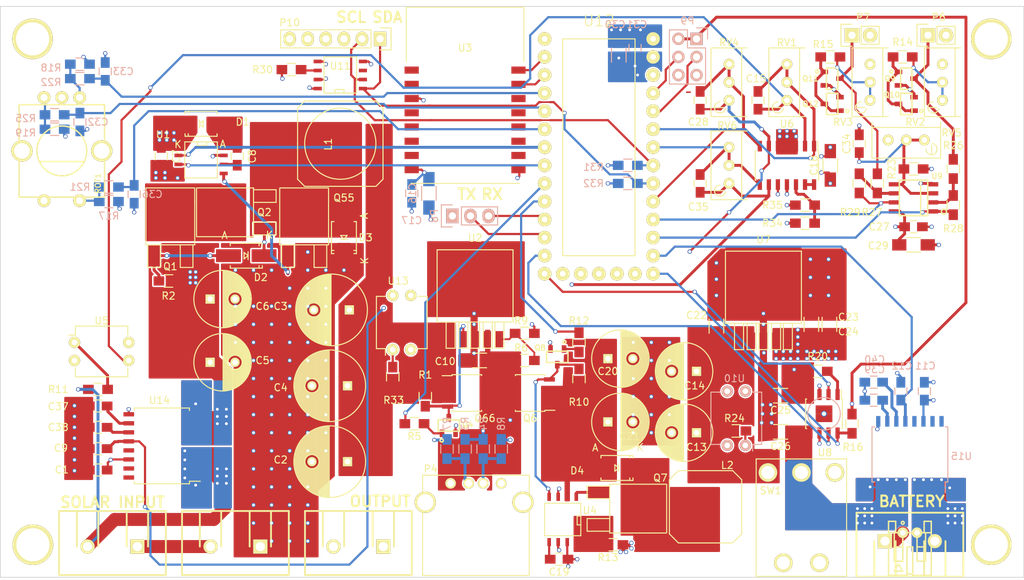
<source format=kicad_pcb>
(kicad_pcb (version 4) (host pcbnew "(2015-06-14 BZR 5748)-product")
  (layers (0 F.Cu signal) (1 In1.Cu signal) (2 In2.Cu signal) (31 B.Cu signal) (34 B.Paste user) (35 F.Paste user) (36 B.SilkS user) (37 F.SilkS user) (38 B.Mask user) (39 F.Mask user) (44 Edge.Cuts user))
  (net 0 "")
  (net 1 PRE_REG_V)
  (net 2 +3V3)
  (net 3 GND)
  (net 4 "Net-(C5-Pad1)")
  (net 5 "Net-(C8-Pad1)")
  (net 6 "Net-(C8-Pad2)")
  (net 7 SOLAR_I)
  (net 8 BATTERY_I)
  (net 9 BATTERY_INPUT)
  (net 10 "Net-(C15-Pad1)")
  (net 11 SOLAR_INPUT_BUF)
  (net 12 "Net-(C19-Pad1)")
  (net 13 "Net-(C20-Pad1)")
  (net 14 SOLAR_INPUT)
  (net 15 "Net-(C26-Pad1)")
  (net 16 "Net-(C28-Pad1)")
  (net 17 BATTERY_INPUT_BUF)
  (net 18 ROTARY_B)
  (net 19 ROTARY_A)
  (net 20 "Net-(C34-Pad1)")
  (net 21 "Net-(C35-Pad1)")
  (net 22 PRE_REG_V_BUF)
  (net 23 ROTARY_BUTTON)
  (net 24 "Net-(D2-Pad1)")
  (net 25 "Net-(D2-Pad2)")
  (net 26 "Net-(D4-Pad1)")
  (net 27 "Net-(P2-Pad1)")
  (net 28 "Net-(P4-Pad3)")
  (net 29 "Net-(P4-Pad2)")
  (net 30 "Net-(P6-Pad1)")
  (net 31 "Net-(P7-Pad1)")
  (net 32 TXD)
  (net 33 RXD)
  (net 34 SERVO1)
  (net 35 SERVO2)
  (net 36 SDA)
  (net 37 SCL)
  (net 38 "Net-(P10-Pad3)")
  (net 39 "Net-(P10-Pad5)")
  (net 40 "Net-(Q1-Pad2)")
  (net 41 "Net-(Q4-Pad1)")
  (net 42 "Net-(Q6-Pad4)")
  (net 43 "Net-(Q7-Pad1)")
  (net 44 "Net-(Q7-Pad3)")
  (net 45 "Net-(Q8-Pad1)")
  (net 46 "Net-(Q10-Pad1)")
  (net 47 "Net-(Q11-Pad1)")
  (net 48 REGULATE)
  (net 49 "Net-(R6-Pad2)")
  (net 50 "Net-(R11-Pad2)")
  (net 51 LOAD_SWITCH)
  (net 52 "Net-(R14-Pad2)")
  (net 53 "Net-(R15-Pad2)")
  (net 54 CHRG)
  (net 55 "Net-(R17-Pad2)")
  (net 56 "Net-(R18-Pad2)")
  (net 57 "Net-(R19-Pad2)")
  (net 58 "Net-(R20-Pad2)")
  (net 59 "Net-(R24-Pad2)")
  (net 60 "Net-(R26-Pad2)")
  (net 61 "Net-(R27-Pad2)")
  (net 62 LIGHT1)
  (net 63 LIGHT2)
  (net 64 "Net-(R30-Pad2)")
  (net 65 "Net-(R33-Pad2)")
  (net 66 "Net-(SW1-Pad3)")
  (net 67 SOLAR_SHDN)
  (net 68 MPPT_PWM)
  (net 69 "Net-(U3-Pad10)")
  (net 70 "Net-(U3-Pad11)")
  (net 71 "Net-(U3-Pad12)")
  (net 72 "Net-(U3-Pad13)")
  (net 73 "Net-(U3-Pad14)")
  (net 74 ESP_RX)
  (net 75 ESP_TX)
  (net 76 "Net-(U3-Pad7)")
  (net 77 "Net-(U3-Pad6)")
  (net 78 "Net-(U3-Pad5)")
  (net 79 "Net-(U3-Pad4)")
  (net 80 "Net-(U3-Pad2)")
  (net 81 "Net-(U3-Pad1)")
  (net 82 "Net-(U6-Pad13)")
  (net 83 CHRG_I)
  (net 84 CHRG_EN)
  (net 85 "Net-(U11-Pad3)")
  (net 86 "Net-(U12-Pad24)")
  (net 87 "Net-(U12-Pad32)")
  (net 88 "Net-(U12-Pad31)")
  (net 89 "Net-(U12-Pad29)")
  (net 90 "Net-(C37-Pad1)")
  (net 91 "Net-(C38-Pad1)")
  (net 92 "Net-(C39-Pad1)")
  (net 93 "Net-(C40-Pad1)")
  (net 94 "Net-(P5-Pad2)")
  (net 95 "Net-(U14-Pad13)")
  (net 96 "Net-(U14-Pad15)")
  (net 97 "Net-(U14-Pad16)")
  (net 98 "Net-(U15-Pad13)")
  (net 99 "Net-(U15-Pad15)")
  (net 100 "Net-(U15-Pad16)")
  (net 101 5V_OUT)
  (net 102 "Net-(R34-Pad2)")
  (net 103 "Net-(D3-Pad2)")
  (net 104 "Net-(Q4-Pad3)")
  (net 105 "Net-(Q55-Pad1)")
  (module Pin_Headers:Pin_Header_Straight_1x02 (layer F.Cu) (at 238.506 23.368 90)
    (fp_text reference P7 (at 2.54 1.524 180) (layer F.SilkS))
    (fp_text value CONN_01X02)
    (pad 1 thru_hole rect (at 0 0 90) (size 2.032 2.032) (drill 1.016) (layers *.Cu *.Mask F.SilkS) (net 31 "Net-(P7-Pad1)"))
    (pad 2 thru_hole oval (at 0 2.54 90) (size 2.032 2.032) (drill 1.016) (layers *.Cu *.Mask F.SilkS) (net 3 GND))
  )
  (module connect-thru:1x2-SCREW-TERM_P7.5mm (layer F.Cu) (at 134.62 95.25 180)
    (fp_text reference P2 hide)
    (fp_text value CONN_01X02 hide)
    (pad 1 thru_hole rect (at -3.5 0 180) (size 2 2) (drill 1.3) (layers *.Cu *.Mask F.SilkS) (net 27 "Net-(P2-Pad1)"))
    (pad 2 thru_hole circle (at 3.5 0 180) (size 2 2) (drill 1.3) (layers *.Cu *.Mask F.SilkS) (net 14 SOLAR_INPUT))
  )
  (module Capacitors_ThroughHole:C_Radial_D10_L16_P5 (layer F.Cu) (at 167.64 83.312 180)
    (fp_text reference C2 (at 9.398 0.254 180) (layer F.SilkS))
    (fp_text value 1000u)
    (pad 1 thru_hole rect (at 0 0 180) (size 1.3 1.3) (drill 0.8) (layers *.Cu *.Mask F.SilkS) (net 1 PRE_REG_V))
    (pad 2 thru_hole circle (at 5 0 180) (size 1.3 1.3) (drill 0.8) (layers *.Cu *.Mask F.SilkS) (net 3 GND))
  )
  (module Capacitors_ThroughHole:C_Radial_D10_L16_P5 (layer F.Cu) (at 167.894 61.976 180)
    (fp_text reference C3 (at 9.652 0.508 180) (layer F.SilkS))
    (fp_text value 1000u)
    (pad 1 thru_hole rect (at 0 0 180) (size 1.3 1.3) (drill 0.8) (layers *.Cu *.Mask F.SilkS) (net 1 PRE_REG_V))
    (pad 2 thru_hole circle (at 5 0 180) (size 1.3 1.3) (drill 0.8) (layers *.Cu *.Mask F.SilkS) (net 3 GND))
  )
  (module Capacitors_ThroughHole:C_Radial_D10_L16_P5 (layer F.Cu) (at 167.64 72.644 180)
    (fp_text reference C4 (at 9.398 -0.254 180) (layer F.SilkS))
    (fp_text value 1000u)
    (pad 1 thru_hole rect (at 0 0 180) (size 1.3 1.3) (drill 0.8) (layers *.Cu *.Mask F.SilkS) (net 1 PRE_REG_V))
    (pad 2 thru_hole circle (at 5 0 180) (size 1.3 1.3) (drill 0.8) (layers *.Cu *.Mask F.SilkS) (net 3 GND))
  )
  (module Capacitors_ThroughHole:C_Radial_D8_L11.5_P3.5 (layer F.Cu) (at 148.336 69.342)
    (fp_text reference C5 (at 7.366 -0.254) (layer F.SilkS))
    (fp_text value 220U)
    (pad 2 thru_hole circle (at 3.5 0) (size 1.3 1.3) (drill 0.8) (layers *.Cu *.Mask F.SilkS) (net 3 GND))
    (pad 1 thru_hole rect (at 0 0) (size 1.3 1.3) (drill 0.8) (layers *.Cu *.Mask F.SilkS) (net 4 "Net-(C5-Pad1)"))
  )
  (module Capacitors_ThroughHole:C_Radial_D8_L11.5_P3.5 (layer F.Cu) (at 148.336 60.452)
    (fp_text reference C6 (at 7.366 1.016) (layer F.SilkS))
    (fp_text value 220U)
    (pad 2 thru_hole circle (at 3.5 0) (size 1.3 1.3) (drill 0.8) (layers *.Cu *.Mask F.SilkS) (net 3 GND))
    (pad 1 thru_hole rect (at 0 0) (size 1.3 1.3) (drill 0.8) (layers *.Cu *.Mask F.SilkS) (net 4 "Net-(C5-Pad1)"))
  )
  (module Capacitors_SMD:C_0805_HandSoldering (layer F.Cu) (at 141.478 40.386 270)
    (fp_text reference C7 (at 0 -2.1 270) (layer F.SilkS))
    (fp_text value .1u)
    (pad 1 smd rect (at -1.25 0 270) (size 1.5 1.25) (layers F.Cu F.Paste F.Mask) (net 4 "Net-(C5-Pad1)"))
    (pad 2 smd rect (at 1.25 0 270) (size 1.5 1.25) (layers F.Cu F.Paste F.Mask) (net 3 GND))
  )
  (module Capacitors_SMD:C_1206_HandSoldering (layer F.Cu) (at 186.182 69.088 180)
    (fp_text reference C10 (at 4.826 -0.127 180) (layer F.SilkS))
    (fp_text value 22U)
    (pad 1 smd rect (at -2 0 180) (size 2 1.6) (layers F.Cu F.Paste F.Mask) (net 101 5V_OUT))
    (pad 2 smd rect (at 2 0 180) (size 2 1.6) (layers F.Cu F.Paste F.Mask) (net 3 GND))
  )
  (module Capacitors_SMD:C_0805_HandSoldering (layer B.Cu) (at 248.666 73.406 90)
    (fp_text reference C11 (at 3.556 0.127 180) (layer B.SilkS) (effects (justify mirror)))
    (fp_text value .1u)
    (pad 1 smd rect (at -1.25 0 90) (size 1.5 1.25) (layers B.Cu B.Paste B.Mask) (net 2 +3V3))
    (pad 2 smd rect (at 1.25 0 90) (size 1.5 1.25) (layers B.Cu B.Paste B.Mask) (net 3 GND))
  )
  (module Capacitors_SMD:C_0805_HandSoldering (layer B.Cu) (at 245.364 73.406 90)
    (fp_text reference C12 (at 3.556 0.127 180) (layer B.SilkS) (effects (justify mirror)))
    (fp_text value .1u)
    (pad 1 smd rect (at -1.25 0 90) (size 1.5 1.25) (layers B.Cu B.Paste B.Mask) (net 8 BATTERY_I))
    (pad 2 smd rect (at 1.25 0 90) (size 1.5 1.25) (layers B.Cu B.Paste B.Mask) (net 3 GND))
  )
  (module Capacitors_ThroughHole:C_Radial_D8_L11.5_P3.5 (layer F.Cu) (at 216.662 79.248 180)
    (fp_text reference C13 (at 0 -2.032 180) (layer F.SilkS))
    (fp_text value 220U)
    (pad 2 thru_hole circle (at 3.5 0 180) (size 1.3 1.3) (drill 0.8) (layers *.Cu *.Mask F.SilkS) (net 3 GND))
    (pad 1 thru_hole rect (at 0 0 180) (size 1.3 1.3) (drill 0.8) (layers *.Cu *.Mask F.SilkS) (net 9 BATTERY_INPUT))
  )
  (module Capacitors_ThroughHole:C_Radial_D8_L11.5_P3.5 (layer F.Cu) (at 216.662 70.612 180)
    (fp_text reference C14 (at 0.254 -2.032 180) (layer F.SilkS))
    (fp_text value 220U)
    (pad 2 thru_hole circle (at 3.5 0 180) (size 1.3 1.3) (drill 0.8) (layers *.Cu *.Mask F.SilkS) (net 3 GND))
    (pad 1 thru_hole rect (at 0 0 180) (size 1.3 1.3) (drill 0.8) (layers *.Cu *.Mask F.SilkS) (net 9 BATTERY_INPUT))
  )
  (module Capacitors_SMD:C_0805_HandSoldering (layer F.Cu) (at 225.298 32.512 90)
    (fp_text reference C15 (at 3.048 -0.254 360) (layer F.SilkS))
    (fp_text value .01u)
    (pad 1 smd rect (at -1.25 0 90) (size 1.5 1.25) (layers F.Cu F.Paste F.Mask) (net 10 "Net-(C15-Pad1)"))
    (pad 2 smd rect (at 1.25 0 90) (size 1.5 1.25) (layers F.Cu F.Paste F.Mask) (net 11 SOLAR_INPUT_BUF))
  )
  (module Capacitors_SMD:C_0805_HandSoldering (layer B.Cu) (at 176.657 45.593 270)
    (fp_text reference C17 (at 3.81 0 360) (layer B.SilkS) (effects (justify mirror)))
    (fp_text value .1u)
    (pad 1 smd rect (at -1.25 0 270) (size 1.5 1.25) (layers B.Cu B.Paste B.Mask) (net 2 +3V3))
    (pad 2 smd rect (at 1.25 0 270) (size 1.5 1.25) (layers B.Cu B.Paste B.Mask) (net 3 GND))
  )
  (module Capacitors_SMD:C_0805_HandSoldering (layer F.Cu) (at 197.358 97.028)
    (fp_text reference C19 (at 0 1.778) (layer F.SilkS))
    (fp_text value .1u)
    (pad 1 smd rect (at -1.25 0) (size 1.5 1.25) (layers F.Cu F.Paste F.Mask) (net 12 "Net-(C19-Pad1)"))
    (pad 2 smd rect (at 1.25 0) (size 1.5 1.25) (layers F.Cu F.Paste F.Mask) (net 3 GND))
  )
  (module Capacitors_ThroughHole:C_Radial_D8_L11.5_P3.5 (layer F.Cu) (at 204.216 68.834)
    (fp_text reference C20 (at 0 1.778) (layer F.SilkS))
    (fp_text value 220U)
    (pad 2 thru_hole circle (at 3.5 0) (size 1.3 1.3) (drill 0.8) (layers *.Cu *.Mask F.SilkS) (net 3 GND))
    (pad 1 thru_hole rect (at 0 0) (size 1.3 1.3) (drill 0.8) (layers *.Cu *.Mask F.SilkS) (net 13 "Net-(C20-Pad1)"))
  )
  (module Capacitors_ThroughHole:C_Radial_D8_L11.5_P3.5 (layer F.Cu) (at 204.216 77.724)
    (fp_text reference C21 (at 3.048 2.032) (layer F.SilkS))
    (fp_text value 220U)
    (pad 2 thru_hole circle (at 3.5 0) (size 1.3 1.3) (drill 0.8) (layers *.Cu *.Mask F.SilkS) (net 3 GND))
    (pad 1 thru_hole rect (at 0 0) (size 1.3 1.3) (drill 0.8) (layers *.Cu *.Mask F.SilkS) (net 13 "Net-(C20-Pad1)"))
  )
  (module Capacitors_SMD:C_1206_HandSoldering (layer F.Cu) (at 219.456 64.262 90)
    (fp_text reference C22 (at 1.524 -2.794 180) (layer F.SilkS))
    (fp_text value 22U)
    (pad 1 smd rect (at -2 0 90) (size 2 1.6) (layers F.Cu F.Paste F.Mask) (net 9 BATTERY_INPUT))
    (pad 2 smd rect (at 2 0 90) (size 2 1.6) (layers F.Cu F.Paste F.Mask) (net 3 GND))
  )
  (module Capacitors_SMD:C_1206_HandSoldering (layer F.Cu) (at 232.791 64.008 90)
    (fp_text reference C23 (at 1.016 5.207 180) (layer F.SilkS))
    (fp_text value 22U)
    (pad 1 smd rect (at -2 0 90) (size 2 1.6) (layers F.Cu F.Paste F.Mask) (net 2 +3V3))
    (pad 2 smd rect (at 2 0 90) (size 2 1.6) (layers F.Cu F.Paste F.Mask) (net 3 GND))
  )
  (module Capacitors_SMD:C_1206_HandSoldering (layer F.Cu) (at 235.331 64.008 90)
    (fp_text reference C24 (at -1.016 2.667 180) (layer F.SilkS))
    (fp_text value 22U)
    (pad 1 smd rect (at -2 0 90) (size 2 1.6) (layers F.Cu F.Paste F.Mask) (net 2 +3V3))
    (pad 2 smd rect (at 2 0 90) (size 2 1.6) (layers F.Cu F.Paste F.Mask) (net 3 GND))
  )
  (module Capacitors_SMD:C_1206_HandSoldering (layer F.Cu) (at 228.473 74.041 180)
    (fp_text reference C25 (at 0 -2.032 180) (layer F.SilkS))
    (fp_text value 22U)
    (pad 1 smd rect (at -2 0 180) (size 2 1.6) (layers F.Cu F.Paste F.Mask) (net 101 5V_OUT))
    (pad 2 smd rect (at 2 0 180) (size 2 1.6) (layers F.Cu F.Paste F.Mask) (net 3 GND))
  )
  (module Capacitors_SMD:C_1206_HandSoldering (layer F.Cu) (at 228.473 79.121 180)
    (fp_text reference C26 (at 0 -2.032 180) (layer F.SilkS))
    (fp_text value 22U)
    (pad 1 smd rect (at -2 0 180) (size 2 1.6) (layers F.Cu F.Paste F.Mask) (net 15 "Net-(C26-Pad1)"))
    (pad 2 smd rect (at 2 0 180) (size 2 1.6) (layers F.Cu F.Paste F.Mask) (net 3 GND))
  )
  (module Capacitors_SMD:C_0805_HandSoldering (layer F.Cu) (at 247.142 50.292)
    (fp_text reference C27 (at -4.826 0) (layer F.SilkS))
    (fp_text value .1u)
    (pad 1 smd rect (at -1.25 0) (size 1.5 1.25) (layers F.Cu F.Paste F.Mask) (net 2 +3V3))
    (pad 2 smd rect (at 1.25 0) (size 1.5 1.25) (layers F.Cu F.Paste F.Mask) (net 3 GND))
  )
  (module Capacitors_SMD:C_0805_HandSoldering (layer F.Cu) (at 217.17 32.512 90)
    (fp_text reference C28 (at -3.048 -0.254 180) (layer F.SilkS))
    (fp_text value .01u)
    (pad 1 smd rect (at -1.25 0 90) (size 1.5 1.25) (layers F.Cu F.Paste F.Mask) (net 16 "Net-(C28-Pad1)"))
    (pad 2 smd rect (at 1.25 0 90) (size 1.5 1.25) (layers F.Cu F.Paste F.Mask) (net 17 BATTERY_INPUT_BUF))
  )
  (module Capacitors_SMD:C_1206_HandSoldering (layer F.Cu) (at 247.142 52.832)
    (fp_text reference C29 (at -4.953 0.127) (layer F.SilkS))
    (fp_text value 22U)
    (pad 1 smd rect (at -2 0) (size 2 1.6) (layers F.Cu F.Paste F.Mask) (net 2 +3V3))
    (pad 2 smd rect (at 2 0) (size 2 1.6) (layers F.Cu F.Paste F.Mask) (net 3 GND))
  )
  (module Capacitors_SMD:C_1206_HandSoldering (layer B.Cu) (at 205.74 26.162 270)
    (fp_text reference C30 (at -4.318 0.508 360) (layer B.SilkS) (effects (justify mirror)))
    (fp_text value 22U)
    (pad 1 smd rect (at -2 0 270) (size 2 1.6) (layers B.Cu B.Paste B.Mask) (net 2 +3V3))
    (pad 2 smd rect (at 2 0 270) (size 2 1.6) (layers B.Cu B.Paste B.Mask) (net 3 GND))
  )
  (module Capacitors_SMD:C_0805_HandSoldering (layer B.Cu) (at 208.026 25.146 270)
    (fp_text reference C31 (at -3.302 -0.254 360) (layer B.SilkS) (effects (justify mirror)))
    (fp_text value .1u)
    (pad 1 smd rect (at -1.25 0 270) (size 1.5 1.25) (layers B.Cu B.Paste B.Mask) (net 2 +3V3))
    (pad 2 smd rect (at 1.25 0 270) (size 1.5 1.25) (layers B.Cu B.Paste B.Mask) (net 3 GND))
  )
  (module Capacitors_SMD:C_0805_HandSoldering (layer B.Cu) (at 130.048 35.56 270)
    (fp_text reference C32 (at 0 -2.54 360) (layer B.SilkS) (effects (justify mirror)))
    (fp_text value .01u)
    (pad 1 smd rect (at -1.25 0 270) (size 1.5 1.25) (layers B.Cu B.Paste B.Mask) (net 18 ROTARY_B))
    (pad 2 smd rect (at 1.25 0 270) (size 1.5 1.25) (layers B.Cu B.Paste B.Mask) (net 3 GND))
  )
  (module Capacitors_SMD:C_0805_HandSoldering (layer B.Cu) (at 133.604 28.448 90)
    (fp_text reference C33 (at 0 2.54 180) (layer B.SilkS) (effects (justify mirror)))
    (fp_text value .01u)
    (pad 1 smd rect (at -1.25 0 90) (size 1.5 1.25) (layers B.Cu B.Paste B.Mask) (net 19 ROTARY_A))
    (pad 2 smd rect (at 1.25 0 90) (size 1.5 1.25) (layers B.Cu B.Paste B.Mask) (net 3 GND))
  )
  (module Capacitors_SMD:C_0805_HandSoldering (layer F.Cu) (at 239.522 38.608 90)
    (fp_text reference C34 (at 0 -1.778 270) (layer F.SilkS))
    (fp_text value 1u)
    (pad 1 smd rect (at -1.25 0 90) (size 1.5 1.25) (layers F.Cu F.Paste F.Mask) (net 20 "Net-(C34-Pad1)"))
    (pad 2 smd rect (at 1.25 0 90) (size 1.5 1.25) (layers F.Cu F.Paste F.Mask) (net 3 GND))
  )
  (module Capacitors_SMD:C_0805_HandSoldering (layer F.Cu) (at 217.17 44.196 90)
    (fp_text reference C35 (at -3.302 -0.254 180) (layer F.SilkS))
    (fp_text value .01u)
    (pad 1 smd rect (at -1.25 0 90) (size 1.5 1.25) (layers F.Cu F.Paste F.Mask) (net 21 "Net-(C35-Pad1)"))
    (pad 2 smd rect (at 1.25 0 90) (size 1.5 1.25) (layers F.Cu F.Paste F.Mask) (net 22 PRE_REG_V_BUF))
  )
  (module Capacitors_SMD:C_0805_HandSoldering (layer B.Cu) (at 137.668 45.72 270)
    (fp_text reference C36 (at 0 -2.54 360) (layer B.SilkS) (effects (justify mirror)))
    (fp_text value .01u)
    (pad 1 smd rect (at -1.25 0 270) (size 1.5 1.25) (layers B.Cu B.Paste B.Mask) (net 23 ROTARY_BUTTON))
    (pad 2 smd rect (at 1.25 0 270) (size 1.5 1.25) (layers B.Cu B.Paste B.Mask) (net 3 GND))
  )
  (module Diodes_SMD:Diode-SMA_Handsoldering (layer F.Cu) (at 147.066 35.814)
    (fp_text reference D1 (at 5.842 -0.254) (layer F.SilkS))
    (fp_text value MBRA340T3G)
    (fp_text user K (at -3.25 2.9) (layer F.SilkS))
    (fp_text user A (at 3.05 2.85) (layer F.SilkS))
    (pad 1 smd rect (at -2.49936 0) (size 3.50012 1.80086) (layers F.Cu F.Paste F.Mask) (net 4 "Net-(C5-Pad1)"))
    (pad 2 smd rect (at 2.49936 0) (size 3.50012 1.80086) (layers F.Cu F.Paste F.Mask) (net 5 "Net-(C8-Pad1)"))
  )
  (module Diodes_SMD:Diode-SMA_Handsoldering (layer F.Cu) (at 153.416 54.356 180)
    (fp_text reference D2 (at -2.032 -3.048 180) (layer F.SilkS))
    (fp_text value MBRA340T3G)
    (fp_text user K (at -3.25 2.9 180) (layer F.SilkS))
    (fp_text user A (at 3.05 2.85 180) (layer F.SilkS))
    (pad 1 smd rect (at -2.49936 0 180) (size 3.50012 1.80086) (layers F.Cu F.Paste F.Mask) (net 24 "Net-(D2-Pad1)"))
    (pad 2 smd rect (at 2.49936 0 180) (size 3.50012 1.80086) (layers F.Cu F.Paste F.Mask) (net 25 "Net-(D2-Pad2)"))
  )
  (module Diodes_SMD:Diode-SMA_Handsoldering (layer F.Cu) (at 167.132 51.816 90)
    (fp_text reference D3 (at 0 3.048 180) (layer F.SilkS))
    (fp_text value MBRA340T3G)
    (fp_text user K (at -3.25 2.9 90) (layer F.SilkS))
    (fp_text user A (at 3.05 2.85 90) (layer F.SilkS))
    (pad 1 smd rect (at -2.49936 0 90) (size 3.50012 1.80086) (layers F.Cu F.Paste F.Mask) (net 3 GND))
    (pad 2 smd rect (at 2.49936 0 90) (size 3.50012 1.80086) (layers F.Cu F.Paste F.Mask) (net 103 "Net-(D3-Pad2)"))
  )
  (module Diodes_SMD:Diode-SMA_Handsoldering (layer F.Cu) (at 205.486 84.201 180)
    (fp_text reference D4 (at 5.588 -0.381 180) (layer F.SilkS))
    (fp_text value MBRA340T3G)
    (fp_text user K (at -3.25 2.9 180) (layer F.SilkS))
    (fp_text user A (at 3.05 2.85 180) (layer F.SilkS))
    (pad 1 smd rect (at -2.49936 0 180) (size 3.50012 1.80086) (layers F.Cu F.Paste F.Mask) (net 26 "Net-(D4-Pad1)"))
    (pad 2 smd rect (at 2.49936 0 180) (size 3.50012 1.80086) (layers F.Cu F.Paste F.Mask) (net 13 "Net-(C20-Pad1)"))
  )
  (module Inductors:self_cms_we-tpc_XL (layer F.Cu) (at 217.932 89.662 270)
    (fp_text reference L2 (at -5.842 -3.048 360) (layer F.SilkS))
    (fp_text value 22U)
    (fp_text user "" (at 0 0 270) (layer F.SilkS))
    (fp_text user "" (at 0 0 270) (layer F.SilkS))
    (pad 1 smd rect (at -4.826 0 270) (size 1.99898 3.59918) (layers F.Cu F.Paste F.Mask) (net 9 BATTERY_INPUT))
    (pad 2 smd rect (at 4.826 0 270) (size 1.99898 3.59918) (layers F.Cu F.Paste F.Mask) (net 26 "Net-(D4-Pad1)"))
  )
  (module Connect:USB_A (layer F.Cu) (at 182.118 86.36)
    (fp_text reference P4 (at -2.794 -2.032) (layer F.SilkS))
    (fp_text value USB_A)
    (pad 4 thru_hole circle (at 7.11286 -0.00212 270) (size 1.50114 1.50114) (drill 1.00076) (layers *.Cu *.Mask F.SilkS) (net 3 GND))
    (pad 3 thru_hole circle (at 4.57286 -0.00212 270) (size 1.50114 1.50114) (drill 1.00076) (layers *.Cu *.Mask F.SilkS) (net 28 "Net-(P4-Pad3)"))
    (pad 2 thru_hole circle (at 2.54086 -0.00212 270) (size 1.50114 1.50114) (drill 1.00076) (layers *.Cu *.Mask F.SilkS) (net 29 "Net-(P4-Pad2)"))
    (pad 1 thru_hole circle (at 0.00086 -0.00212 270) (size 1.50114 1.50114) (drill 1.00076) (layers *.Cu *.Mask F.SilkS) (net 101 5V_OUT))
    (pad 5 thru_hole circle (at 10.16086 2.66488 270) (size 2.99974 2.99974) (drill 2.30124) (layers *.Cu *.Mask F.SilkS) (net 3 GND))
    (pad 5 thru_hole circle (at -3.55514 2.66488 270) (size 2.99974 2.99974) (drill 2.30124) (layers *.Cu *.Mask F.SilkS) (net 3 GND))
  )
  (module Pin_Headers:Pin_Header_Straight_1x02 (layer F.Cu) (at 249.174 23.368 90)
    (fp_text reference P6 (at 2.54 1.524 180) (layer F.SilkS))
    (fp_text value CONN_01X02)
    (pad 1 thru_hole rect (at 0 0 90) (size 2.032 2.032) (drill 1.016) (layers *.Cu *.Mask F.SilkS) (net 30 "Net-(P6-Pad1)"))
    (pad 2 thru_hole oval (at 0 2.54 90) (size 2.032 2.032) (drill 1.016) (layers *.Cu *.Mask F.SilkS) (net 3 GND))
  )
  (module Pin_Headers:Pin_Header_Straight_2x03 (layer B.Cu) (at 216.662 23.876 180)
    (fp_text reference P9 (at 1.27 2.54 180) (layer B.SilkS) (effects (justify mirror)))
    (fp_text value CONN_02X03)
    (pad 1 thru_hole rect (at 0 0 180) (size 1.7272 1.7272) (drill 1.016) (layers *.Cu *.Mask B.SilkS) (net 101 5V_OUT))
    (pad 2 thru_hole oval (at 2.54 0 180) (size 1.7272 1.7272) (drill 1.016) (layers *.Cu *.Mask B.SilkS) (net 101 5V_OUT))
    (pad 3 thru_hole oval (at 0 -2.54 180) (size 1.7272 1.7272) (drill 1.016) (layers *.Cu *.Mask B.SilkS) (net 34 SERVO1))
    (pad 4 thru_hole oval (at 2.54 -2.54 180) (size 1.7272 1.7272) (drill 1.016) (layers *.Cu *.Mask B.SilkS) (net 35 SERVO2))
    (pad 5 thru_hole oval (at 0 -5.08 180) (size 1.7272 1.7272) (drill 1.016) (layers *.Cu *.Mask B.SilkS) (net 3 GND))
    (pad 6 thru_hole oval (at 2.54 -5.08 180) (size 1.7272 1.7272) (drill 1.016) (layers *.Cu *.Mask B.SilkS) (net 3 GND))
  )
  (module Pin_Headers:Pin_Header_Straight_1x06 (layer F.Cu) (at 172.212 23.876 270)
    (fp_text reference P10 (at -2.286 12.7 360) (layer F.SilkS))
    (fp_text value CONN_01X06)
    (pad 1 thru_hole rect (at 0 0 270) (size 2.032 1.7272) (drill 1.016) (layers *.Cu *.Mask F.SilkS) (net 36 SDA))
    (pad 2 thru_hole oval (at 0 2.54 270) (size 2.032 1.7272) (drill 1.016) (layers *.Cu *.Mask F.SilkS) (net 37 SCL))
    (pad 3 thru_hole oval (at 0 5.08 270) (size 2.032 1.7272) (drill 1.016) (layers *.Cu *.Mask F.SilkS) (net 38 "Net-(P10-Pad3)"))
    (pad 4 thru_hole oval (at 0 7.62 270) (size 2.032 1.7272) (drill 1.016) (layers *.Cu *.Mask F.SilkS) (net 3 GND))
    (pad 5 thru_hole oval (at 0 10.16 270) (size 2.032 1.7272) (drill 1.016) (layers *.Cu *.Mask F.SilkS) (net 39 "Net-(P10-Pad5)"))
    (pad 6 thru_hole oval (at 0 12.7 270) (size 2.032 1.7272) (drill 1.016) (layers *.Cu *.Mask F.SilkS) (net 2 +3V3))
  )
  (module SMD_Packages:DPAK-2 (layer F.Cu) (at 142.748 54.356)
    (fp_text reference Q1 (at 0 1.524) (layer F.SilkS))
    (fp_text value IRF3704Z)
    (pad 1 smd rect (at -2.286 0) (size 1.651 3.048) (layers F.Cu F.Paste F.Mask) (net 25 "Net-(D2-Pad2)"))
    (pad 2 smd rect (at 0 -6.35) (size 6.096 6.096) (layers F.Cu F.Paste F.Mask) (net 40 "Net-(Q1-Pad2)"))
    (pad 3 smd rect (at 2.286 0) (size 1.651 3.048) (layers F.Cu F.Paste F.Mask) (net 4 "Net-(C5-Pad1)"))
  )
  (module SMD_Packages:DPAK-2 (layer F.Cu) (at 155.956 48.26 90)
    (fp_text reference Q2 (at 0 0 180) (layer F.SilkS))
    (fp_text value IRF3704Z)
    (pad 1 smd rect (at -2.286 0 90) (size 1.651 3.048) (layers F.Cu F.Paste F.Mask) (net 24 "Net-(D2-Pad1)"))
    (pad 2 smd rect (at 0 -6.35 90) (size 6.096 6.096) (layers F.Cu F.Paste F.Mask) (net 40 "Net-(Q1-Pad2)"))
    (pad 3 smd rect (at 2.286 0 90) (size 1.651 3.048) (layers F.Cu F.Paste F.Mask) (net 103 "Net-(D3-Pad2)"))
  )
  (module Housings_SOIC:SOIC-8_3.9x4.9mm_Pitch1.27mm (layer F.Cu) (at 193.294 73.66 180)
    (fp_text reference Q6 (at 0 -3.556 180) (layer F.SilkS))
    (fp_text value FDS4465)
    (pad 1 smd rect (at -2.7 -1.905 180) (size 1.55 0.6) (layers F.Cu F.Paste F.Mask) (net 13 "Net-(C20-Pad1)"))
    (pad 2 smd rect (at -2.7 -0.635 180) (size 1.55 0.6) (layers F.Cu F.Paste F.Mask) (net 13 "Net-(C20-Pad1)"))
    (pad 3 smd rect (at -2.7 0.635 180) (size 1.55 0.6) (layers F.Cu F.Paste F.Mask) (net 13 "Net-(C20-Pad1)"))
    (pad 4 smd rect (at -2.7 1.905 180) (size 1.55 0.6) (layers F.Cu F.Paste F.Mask) (net 42 "Net-(Q6-Pad4)"))
    (pad 5 smd rect (at 2.7 1.905 180) (size 1.55 0.6) (layers F.Cu F.Paste F.Mask) (net 101 5V_OUT))
    (pad 6 smd rect (at 2.7 0.635 180) (size 1.55 0.6) (layers F.Cu F.Paste F.Mask) (net 101 5V_OUT))
    (pad 7 smd rect (at 2.7 -0.635 180) (size 1.55 0.6) (layers F.Cu F.Paste F.Mask) (net 101 5V_OUT))
    (pad 8 smd rect (at 2.7 -1.905 180) (size 1.55 0.6) (layers F.Cu F.Paste F.Mask) (net 101 5V_OUT))
  )
  (module SMD_Packages:DPAK-2 (layer F.Cu) (at 202.946 89.916 270)
    (fp_text reference Q7 (at -4.318 -8.636 360) (layer F.SilkS))
    (fp_text value IRF3704Z)
    (pad 1 smd rect (at -2.286 0 270) (size 1.651 3.048) (layers F.Cu F.Paste F.Mask) (net 43 "Net-(Q7-Pad1)"))
    (pad 2 smd rect (at 0 -6.35 270) (size 6.096 6.096) (layers F.Cu F.Paste F.Mask) (net 26 "Net-(D4-Pad1)"))
    (pad 3 smd rect (at 2.286 0 270) (size 1.651 3.048) (layers F.Cu F.Paste F.Mask) (net 44 "Net-(Q7-Pad3)"))
  )
  (module Resistors_SMD:R_0805_HandSoldering (layer F.Cu) (at 178.562 74.168 270)
    (fp_text reference R1 (at -3.048 0 360) (layer F.SilkS))
    (fp_text value 330k)
    (pad 1 smd rect (at -1.35 0 270) (size 1.5 1.3) (layers F.Cu F.Paste F.Mask) (net 1 PRE_REG_V))
    (pad 2 smd rect (at 1.35 0 270) (size 1.5 1.3) (layers F.Cu F.Paste F.Mask) (net 104 "Net-(Q4-Pad3)"))
  )
  (module Resistors_SMD:R_0805_HandSoldering (layer F.Cu) (at 142.494 57.912 180)
    (fp_text reference R2 (at 0 -2.1 180) (layer F.SilkS))
    (fp_text value 10k)
    (pad 1 smd rect (at -1.35 0 180) (size 1.5 1.3) (layers F.Cu F.Paste F.Mask) (net 4 "Net-(C5-Pad1)"))
    (pad 2 smd rect (at 1.35 0 180) (size 1.5 1.3) (layers F.Cu F.Paste F.Mask) (net 25 "Net-(D2-Pad2)"))
  )
  (module Resistors_SMD:R_0805_HandSoldering (layer B.Cu) (at 184.15 81.534 270)
    (fp_text reference R3 (at -3.556 0 270) (layer B.SilkS) (effects (justify mirror)))
    (fp_text value 42.9k)
    (pad 1 smd rect (at -1.35 0 270) (size 1.5 1.3) (layers B.Cu B.Paste B.Mask) (net 101 5V_OUT))
    (pad 2 smd rect (at 1.35 0 270) (size 1.5 1.3) (layers B.Cu B.Paste B.Mask) (net 29 "Net-(P4-Pad2)"))
  )
  (module Resistors_SMD:R_0805_HandSoldering (layer B.Cu) (at 186.69 81.534 270)
    (fp_text reference R4 (at -3.556 0 270) (layer B.SilkS) (effects (justify mirror)))
    (fp_text value 74.4k)
    (pad 1 smd rect (at -1.35 0 270) (size 1.5 1.3) (layers B.Cu B.Paste B.Mask) (net 101 5V_OUT))
    (pad 2 smd rect (at 1.35 0 270) (size 1.5 1.3) (layers B.Cu B.Paste B.Mask) (net 28 "Net-(P4-Pad3)"))
  )
  (module Resistors_SMD:R_0805_HandSoldering (layer F.Cu) (at 177.038 77.978 180)
    (fp_text reference R5 (at 0 -1.778 180) (layer F.SilkS))
    (fp_text value 1k)
    (pad 1 smd rect (at -1.35 0 180) (size 1.5 1.3) (layers F.Cu F.Paste F.Mask) (net 41 "Net-(Q4-Pad1)"))
    (pad 2 smd rect (at 1.35 0 180) (size 1.5 1.3) (layers F.Cu F.Paste F.Mask) (net 48 REGULATE))
  )
  (module Resistors_SMD:R_0805_HandSoldering (layer F.Cu) (at 192.532 69.088)
    (fp_text reference R6 (at -0.508 -1.778) (layer F.SilkS))
    (fp_text value 180k)
    (pad 1 smd rect (at -1.35 0) (size 1.5 1.3) (layers F.Cu F.Paste F.Mask) (net 101 5V_OUT))
    (pad 2 smd rect (at 1.35 0) (size 1.5 1.3) (layers F.Cu F.Paste F.Mask) (net 49 "Net-(R6-Pad2)"))
  )
  (module Resistors_SMD:R_0805_HandSoldering (layer B.Cu) (at 181.61 81.534 90)
    (fp_text reference R7 (at 3.556 0 90) (layer B.SilkS) (effects (justify mirror)))
    (fp_text value 49.3k)
    (pad 1 smd rect (at -1.35 0 90) (size 1.5 1.3) (layers B.Cu B.Paste B.Mask) (net 29 "Net-(P4-Pad2)"))
    (pad 2 smd rect (at 1.35 0 90) (size 1.5 1.3) (layers B.Cu B.Paste B.Mask) (net 3 GND))
  )
  (module Resistors_SMD:R_0805_HandSoldering (layer B.Cu) (at 189.23 81.534 90)
    (fp_text reference R8 (at 3.556 0 90) (layer B.SilkS) (effects (justify mirror)))
    (fp_text value 49.3k)
    (pad 1 smd rect (at -1.35 0 90) (size 1.5 1.3) (layers B.Cu B.Paste B.Mask) (net 28 "Net-(P4-Pad3)"))
    (pad 2 smd rect (at 1.35 0 90) (size 1.5 1.3) (layers B.Cu B.Paste B.Mask) (net 3 GND))
  )
  (module Resistors_SMD:R_0805_HandSoldering (layer F.Cu) (at 192.532 65.278)
    (fp_text reference R9 (at -0.508 -1.778) (layer F.SilkS))
    (fp_text value 16k)
    (pad 1 smd rect (at -1.35 0) (size 1.5 1.3) (layers F.Cu F.Paste F.Mask) (net 49 "Net-(R6-Pad2)"))
    (pad 2 smd rect (at 1.35 0) (size 1.5 1.3) (layers F.Cu F.Paste F.Mask) (net 3 GND))
  )
  (module Resistors_SMD:R_0805_HandSoldering (layer F.Cu) (at 200.152 71.628 270)
    (fp_text reference R10 (at 3.302 0 360) (layer F.SilkS))
    (fp_text value 330k)
    (pad 1 smd rect (at -1.35 0 270) (size 1.5 1.3) (layers F.Cu F.Paste F.Mask) (net 42 "Net-(Q6-Pad4)"))
    (pad 2 smd rect (at 1.35 0 270) (size 1.5 1.3) (layers F.Cu F.Paste F.Mask) (net 13 "Net-(C20-Pad1)"))
  )
  (module Resistors_SMD:R_0805_HandSoldering (layer F.Cu) (at 132.588 73.152)
    (fp_text reference R11 (at -5.588 0) (layer F.SilkS))
    (fp_text value 10k)
    (pad 1 smd rect (at -1.35 0) (size 1.5 1.3) (layers F.Cu F.Paste F.Mask) (net 14 SOLAR_INPUT))
    (pad 2 smd rect (at 1.35 0) (size 1.5 1.3) (layers F.Cu F.Paste F.Mask) (net 50 "Net-(R11-Pad2)"))
  )
  (module Resistors_SMD:R_0805_HandSoldering (layer F.Cu) (at 200.152 66.548 270)
    (fp_text reference R12 (at -3.048 0 360) (layer F.SilkS))
    (fp_text value 1k)
    (pad 1 smd rect (at -1.35 0 270) (size 1.5 1.3) (layers F.Cu F.Paste F.Mask) (net 51 LOAD_SWITCH))
    (pad 2 smd rect (at 1.35 0 270) (size 1.5 1.3) (layers F.Cu F.Paste F.Mask) (net 45 "Net-(Q8-Pad1)"))
  )
  (module Resistors_SMD:R_0805_HandSoldering (layer F.Cu) (at 204.978 94.996)
    (fp_text reference R13 (at -0.762 1.778) (layer F.SilkS))
    (fp_text value 50m)
    (pad 1 smd rect (at -1.35 0) (size 1.5 1.3) (layers F.Cu F.Paste F.Mask) (net 44 "Net-(Q7-Pad3)"))
    (pad 2 smd rect (at 1.35 0) (size 1.5 1.3) (layers F.Cu F.Paste F.Mask) (net 3 GND))
  )
  (module Resistors_SMD:R_0805_HandSoldering (layer F.Cu) (at 245.618 26.416)
    (fp_text reference R14 (at 0 -2.1) (layer F.SilkS))
    (fp_text value 2.2k)
    (pad 1 smd rect (at -1.35 0) (size 1.5 1.3) (layers F.Cu F.Paste F.Mask) (net 46 "Net-(Q10-Pad1)"))
    (pad 2 smd rect (at 1.35 0) (size 1.5 1.3) (layers F.Cu F.Paste F.Mask) (net 52 "Net-(R14-Pad2)"))
  )
  (module Resistors_SMD:R_0805_HandSoldering (layer F.Cu) (at 235.458 26.416)
    (fp_text reference R15 (at -1.016 -1.778) (layer F.SilkS))
    (fp_text value 2.2k)
    (pad 1 smd rect (at -1.35 0) (size 1.5 1.3) (layers F.Cu F.Paste F.Mask) (net 47 "Net-(Q11-Pad1)"))
    (pad 2 smd rect (at 1.35 0) (size 1.5 1.3) (layers F.Cu F.Paste F.Mask) (net 53 "Net-(R15-Pad2)"))
  )
  (module Resistors_SMD:R_0805_HandSoldering (layer F.Cu) (at 238.506 77.978 270)
    (fp_text reference R16 (at 3.302 -0.127 360) (layer F.SilkS))
    (fp_text value 10k)
    (pad 1 smd rect (at -1.35 0 270) (size 1.5 1.3) (layers F.Cu F.Paste F.Mask) (net 101 5V_OUT))
    (pad 2 smd rect (at 1.35 0 270) (size 1.5 1.3) (layers F.Cu F.Paste F.Mask) (net 54 CHRG))
  )
  (module Resistors_SMD:R_0805_HandSoldering (layer B.Cu) (at 134.112 46.736 180)
    (fp_text reference R17 (at 0 -2.032 180) (layer B.SilkS) (effects (justify mirror)))
    (fp_text value 10k)
    (pad 1 smd rect (at -1.35 0 180) (size 1.5 1.3) (layers B.Cu B.Paste B.Mask) (net 2 +3V3))
    (pad 2 smd rect (at 1.35 0 180) (size 1.5 1.3) (layers B.Cu B.Paste B.Mask) (net 55 "Net-(R17-Pad2)"))
  )
  (module Resistors_SMD:R_0805_HandSoldering (layer B.Cu) (at 130.048 27.432 180)
    (fp_text reference R18 (at 4.064 -0.508 180) (layer B.SilkS) (effects (justify mirror)))
    (fp_text value 10k)
    (pad 1 smd rect (at -1.35 0 180) (size 1.5 1.3) (layers B.Cu B.Paste B.Mask) (net 2 +3V3))
    (pad 2 smd rect (at 1.35 0 180) (size 1.5 1.3) (layers B.Cu B.Paste B.Mask) (net 56 "Net-(R18-Pad2)"))
  )
  (module Resistors_SMD:R_0805_HandSoldering (layer B.Cu) (at 126.492 36.576 180)
    (fp_text reference R19 (at 4.064 -0.508 180) (layer B.SilkS) (effects (justify mirror)))
    (fp_text value 10k)
    (pad 1 smd rect (at -1.35 0 180) (size 1.5 1.3) (layers B.Cu B.Paste B.Mask) (net 2 +3V3))
    (pad 2 smd rect (at 1.35 0 180) (size 1.5 1.3) (layers B.Cu B.Paste B.Mask) (net 57 "Net-(R19-Pad2)"))
  )
  (module Resistors_SMD:R_0805_HandSoldering (layer F.Cu) (at 233.68 70.612)
    (fp_text reference R20 (at 0 -2.1) (layer F.SilkS))
    (fp_text value 10k)
    (pad 1 smd rect (at -1.35 0) (size 1.5 1.3) (layers F.Cu F.Paste F.Mask) (net 101 5V_OUT))
    (pad 2 smd rect (at 1.35 0) (size 1.5 1.3) (layers F.Cu F.Paste F.Mask) (net 58 "Net-(R20-Pad2)"))
  )
  (module Resistors_SMD:R_0805_HandSoldering (layer B.Cu) (at 134.112 44.704 180)
    (fp_text reference R21 (at 4.064 0 180) (layer B.SilkS) (effects (justify mirror)))
    (fp_text value 10k)
    (pad 1 smd rect (at -1.35 0 180) (size 1.5 1.3) (layers B.Cu B.Paste B.Mask) (net 23 ROTARY_BUTTON))
    (pad 2 smd rect (at 1.35 0 180) (size 1.5 1.3) (layers B.Cu B.Paste B.Mask) (net 55 "Net-(R17-Pad2)"))
  )
  (module Resistors_SMD:R_0805_HandSoldering (layer B.Cu) (at 130.048 29.464 180)
    (fp_text reference R22 (at 4.064 -0.508 180) (layer B.SilkS) (effects (justify mirror)))
    (fp_text value 10k)
    (pad 1 smd rect (at -1.35 0 180) (size 1.5 1.3) (layers B.Cu B.Paste B.Mask) (net 19 ROTARY_A))
    (pad 2 smd rect (at 1.35 0 180) (size 1.5 1.3) (layers B.Cu B.Paste B.Mask) (net 56 "Net-(R18-Pad2)"))
  )
  (module Resistors_SMD:R_0805_HandSoldering (layer F.Cu) (at 247.142 42.164 180)
    (fp_text reference R23 (at 3.048 0 270) (layer F.SilkS))
    (fp_text value 2.7k)
    (pad 1 smd rect (at -1.35 0 180) (size 1.5 1.3) (layers F.Cu F.Paste F.Mask) (net 2 +3V3))
    (pad 2 smd rect (at 1.35 0 180) (size 1.5 1.3) (layers F.Cu F.Paste F.Mask) (net 20 "Net-(C34-Pad1)"))
  )
  (module Resistors_SMD:R_0805_HandSoldering (layer F.Cu) (at 222.25 78.994)
    (fp_text reference R24 (at -0.254 -1.778) (layer F.SilkS))
    (fp_text value 2.7k)
    (pad 1 smd rect (at -1.35 0) (size 1.5 1.3) (layers F.Cu F.Paste F.Mask) (net 9 BATTERY_INPUT))
    (pad 2 smd rect (at 1.35 0) (size 1.5 1.3) (layers F.Cu F.Paste F.Mask) (net 59 "Net-(R24-Pad2)"))
  )
  (module Resistors_SMD:R_0805_HandSoldering (layer B.Cu) (at 126.492 34.544 180)
    (fp_text reference R25 (at 4.064 -0.508 180) (layer B.SilkS) (effects (justify mirror)))
    (fp_text value 10k)
    (pad 1 smd rect (at -1.35 0 180) (size 1.5 1.3) (layers B.Cu B.Paste B.Mask) (net 18 ROTARY_B))
    (pad 2 smd rect (at 1.35 0 180) (size 1.5 1.3) (layers B.Cu B.Paste B.Mask) (net 57 "Net-(R19-Pad2)"))
  )
  (module Resistors_SMD:R_0805_HandSoldering (layer F.Cu) (at 252.73 42.164 270)
    (fp_text reference R26 (at -3.302 0 360) (layer F.SilkS))
    (fp_text value 12k)
    (pad 1 smd rect (at -1.35 0 270) (size 1.5 1.3) (layers F.Cu F.Paste F.Mask) (net 30 "Net-(P6-Pad1)"))
    (pad 2 smd rect (at 1.35 0 270) (size 1.5 1.3) (layers F.Cu F.Paste F.Mask) (net 60 "Net-(R26-Pad2)"))
  )
  (module Resistors_SMD:R_0805_HandSoldering (layer F.Cu) (at 242.062 44.196 270)
    (fp_text reference R27 (at 4.064 0.762 360) (layer F.SilkS))
    (fp_text value 12k)
    (pad 1 smd rect (at -1.35 0 270) (size 1.5 1.3) (layers F.Cu F.Paste F.Mask) (net 31 "Net-(P7-Pad1)"))
    (pad 2 smd rect (at 1.35 0 270) (size 1.5 1.3) (layers F.Cu F.Paste F.Mask) (net 61 "Net-(R27-Pad2)"))
  )
  (module Resistors_SMD:R_0805_HandSoldering (layer F.Cu) (at 252.73 47.244 270)
    (fp_text reference R28 (at 3.302 0 360) (layer F.SilkS))
    (fp_text value 47k)
    (pad 1 smd rect (at -1.35 0 270) (size 1.5 1.3) (layers F.Cu F.Paste F.Mask) (net 60 "Net-(R26-Pad2)"))
    (pad 2 smd rect (at 1.35 0 270) (size 1.5 1.3) (layers F.Cu F.Paste F.Mask) (net 62 LIGHT1))
  )
  (module Resistors_SMD:R_0805_HandSoldering (layer F.Cu) (at 239.522 44.196 90)
    (fp_text reference R29 (at -4.064 -1.27 180) (layer F.SilkS))
    (fp_text value 47k)
    (pad 1 smd rect (at -1.35 0 90) (size 1.5 1.3) (layers F.Cu F.Paste F.Mask) (net 63 LIGHT2))
    (pad 2 smd rect (at 1.35 0 90) (size 1.5 1.3) (layers F.Cu F.Paste F.Mask) (net 61 "Net-(R27-Pad2)"))
  )
  (module Resistors_SMD:R_0805_HandSoldering (layer F.Cu) (at 159.766 28.194)
    (fp_text reference R30 (at -4.064 0) (layer F.SilkS))
    (fp_text value 10k)
    (pad 1 smd rect (at -1.35 0) (size 1.5 1.3) (layers F.Cu F.Paste F.Mask) (net 2 +3V3))
    (pad 2 smd rect (at 1.35 0) (size 1.5 1.3) (layers F.Cu F.Paste F.Mask) (net 64 "Net-(R30-Pad2)"))
  )
  (module Resistors_SMD:R_0805_HandSoldering (layer B.Cu) (at 207.01 41.656)
    (fp_text reference R31 (at -4.826 0.254) (layer B.SilkS) (effects (justify mirror)))
    (fp_text value 4.7k)
    (pad 1 smd rect (at -1.35 0) (size 1.5 1.3) (layers B.Cu B.Paste B.Mask) (net 2 +3V3))
    (pad 2 smd rect (at 1.35 0) (size 1.5 1.3) (layers B.Cu B.Paste B.Mask) (net 37 SCL))
  )
  (module Resistors_SMD:R_0805_HandSoldering (layer B.Cu) (at 207.01 44.196)
    (fp_text reference R32 (at -4.826 0) (layer B.SilkS) (effects (justify mirror)))
    (fp_text value 4.7k)
    (pad 1 smd rect (at -1.35 0) (size 1.5 1.3) (layers B.Cu B.Paste B.Mask) (net 2 +3V3))
    (pad 2 smd rect (at 1.35 0) (size 1.5 1.3) (layers B.Cu B.Paste B.Mask) (net 36 SDA))
  )
  (module Resistors_SMD:R_0805_HandSoldering (layer F.Cu) (at 173.99 71.374 90)
    (fp_text reference R33 (at -3.302 0.127 180) (layer F.SilkS))
    (fp_text value 3.3k)
    (pad 1 smd rect (at -1.35 0 90) (size 1.5 1.3) (layers F.Cu F.Paste F.Mask) (net 1 PRE_REG_V))
    (pad 2 smd rect (at 1.35 0 90) (size 1.5 1.3) (layers F.Cu F.Paste F.Mask) (net 65 "Net-(R33-Pad2)"))
  )
  (module sparkfun:SF-ROTARY-ENCODER (layer F.Cu) (at 127.508 39.624 180)
    (fp_text reference ROT1 (at -5.08 -4.572 270) (layer F.SilkS) (effects (font (size 0.762 0.762) (thickness 0.1524))))
    (fp_text value ROTARY-ENCODER hide)
    (pad 1 thru_hole circle (at -2.5 -7 180) (size 1.8 1.8) (drill 1) (layers *.Cu *.Mask F.SilkS) (net 55 "Net-(R17-Pad2)"))
    (pad 2 thru_hole circle (at -2.5 7.5 180) (size 1.8 1.8) (drill 1) (layers *.Cu *.Mask F.SilkS) (net 56 "Net-(R18-Pad2)"))
    (pad 3 thru_hole circle (at 0 7.5 180) (size 1.8 1.8) (drill 1) (layers *.Cu *.Mask F.SilkS) (net 3 GND))
    (pad 4 thru_hole circle (at 2.5 7.5 180) (size 1.8 1.8) (drill 1) (layers *.Cu *.Mask F.SilkS) (net 57 "Net-(R19-Pad2)"))
    (pad 5 thru_hole circle (at 2.5 -7 180) (size 1.8 1.8) (drill 1) (layers *.Cu *.Mask F.SilkS) (net 3 GND))
    (pad "" thru_hole circle (at 5.6 0 180) (size 3 3) (drill 2.2) (layers *.Cu *.Mask F.SilkS))
    (pad "" thru_hole circle (at -5.6 0 180) (size 3 3) (drill 2.2) (layers *.Cu *.Mask F.SilkS))
  )
  (module Potentiometers:Potentiometer_Bourns_3296W_3-8Zoll_Inline_ScrewUp (layer F.Cu) (at 229.362 32.512)
    (fp_text reference RV1 (at 0 -8.128) (layer F.SilkS))
    (fp_text value POT)
    (pad 2 thru_hole circle (at 0 -2.54) (size 1.524 1.524) (drill 0.8128) (layers *.Cu *.Mask F.SilkS) (net 11 SOLAR_INPUT_BUF))
    (pad 3 thru_hole circle (at 0 -5.08) (size 1.524 1.524) (drill 0.8128) (layers *.Cu *.Mask F.SilkS) (net 11 SOLAR_INPUT_BUF))
    (pad 1 thru_hole circle (at 0 0) (size 1.524 1.524) (drill 0.8128) (layers *.Cu *.Mask F.SilkS) (net 10 "Net-(C15-Pad1)"))
  )
  (module Potentiometers:Potentiometer_Bourns_3296W_3-8Zoll_Inline_ScrewUp (layer F.Cu) (at 251.206 32.512)
    (fp_text reference RV2 (at -3.81 3.048) (layer F.SilkS))
    (fp_text value 1k)
    (pad 2 thru_hole circle (at 0 -2.54) (size 1.524 1.524) (drill 0.8128) (layers *.Cu *.Mask F.SilkS) (net 52 "Net-(R14-Pad2)"))
    (pad 3 thru_hole circle (at 0 -5.08) (size 1.524 1.524) (drill 0.8128) (layers *.Cu *.Mask F.SilkS) (net 3 GND))
    (pad 1 thru_hole circle (at 0 0) (size 1.524 1.524) (drill 0.8128) (layers *.Cu *.Mask F.SilkS) (net 52 "Net-(R14-Pad2)"))
  )
  (module Potentiometers:Potentiometer_Bourns_3296W_3-8Zoll_Inline_ScrewUp (layer F.Cu) (at 241.046 32.512)
    (fp_text reference RV3 (at -3.81 3.048) (layer F.SilkS))
    (fp_text value 1k)
    (pad 2 thru_hole circle (at 0 -2.54) (size 1.524 1.524) (drill 0.8128) (layers *.Cu *.Mask F.SilkS) (net 53 "Net-(R15-Pad2)"))
    (pad 3 thru_hole circle (at 0 -5.08) (size 1.524 1.524) (drill 0.8128) (layers *.Cu *.Mask F.SilkS) (net 3 GND))
    (pad 1 thru_hole circle (at 0 0) (size 1.524 1.524) (drill 0.8128) (layers *.Cu *.Mask F.SilkS) (net 53 "Net-(R15-Pad2)"))
  )
  (module Potentiometers:Potentiometer_Bourns_3296W_3-8Zoll_Inline_ScrewUp (layer F.Cu) (at 221.234 32.512)
    (fp_text reference RV4 (at 0 -8.128) (layer F.SilkS))
    (fp_text value POT)
    (pad 2 thru_hole circle (at 0 -2.54) (size 1.524 1.524) (drill 0.8128) (layers *.Cu *.Mask F.SilkS) (net 17 BATTERY_INPUT_BUF))
    (pad 3 thru_hole circle (at 0 -5.08) (size 1.524 1.524) (drill 0.8128) (layers *.Cu *.Mask F.SilkS) (net 17 BATTERY_INPUT_BUF))
    (pad 1 thru_hole circle (at 0 0) (size 1.524 1.524) (drill 0.8128) (layers *.Cu *.Mask F.SilkS) (net 16 "Net-(C28-Pad1)"))
  )
  (module Potentiometers:Potentiometer_Bourns_3296W_3-8Zoll_Inline_ScrewUp (layer F.Cu) (at 248.666 38.1 90)
    (fp_text reference RV5 (at 1.016 3.81 180) (layer F.SilkS))
    (fp_text value 1k)
    (pad 2 thru_hole circle (at 0 -2.54 90) (size 1.524 1.524) (drill 0.8128) (layers *.Cu *.Mask F.SilkS) (net 20 "Net-(C34-Pad1)"))
    (pad 3 thru_hole circle (at 0 -5.08 90) (size 1.524 1.524) (drill 0.8128) (layers *.Cu *.Mask F.SilkS) (net 3 GND))
    (pad 1 thru_hole circle (at 0 0 90) (size 1.524 1.524) (drill 0.8128) (layers *.Cu *.Mask F.SilkS) (net 20 "Net-(C34-Pad1)"))
  )
  (module Potentiometers:Potentiometer_Bourns_3296W_3-8Zoll_Inline_ScrewUp (layer F.Cu) (at 221.234 44.196)
    (fp_text reference RV6 (at -0.254 -8.128) (layer F.SilkS))
    (fp_text value POT)
    (pad 2 thru_hole circle (at 0 -2.54) (size 1.524 1.524) (drill 0.8128) (layers *.Cu *.Mask F.SilkS) (net 22 PRE_REG_V_BUF))
    (pad 3 thru_hole circle (at 0 -5.08) (size 1.524 1.524) (drill 0.8128) (layers *.Cu *.Mask F.SilkS) (net 22 PRE_REG_V_BUF))
    (pad 1 thru_hole circle (at 0 0) (size 1.524 1.524) (drill 0.8128) (layers *.Cu *.Mask F.SilkS) (net 21 "Net-(C35-Pad1)"))
  )
  (module sparkfun:SPDT_Toggle (layer F.Cu) (at 231.394 84.836 270)
    (fp_text reference SW1 (at 2.54 4.318 360) (layer F.SilkS))
    (fp_text value SW_SPDT)
    (pad 2 thru_hole circle (at 0 4.7 270) (size 2.612 2.612) (drill 1.85) (layers *.Cu *.Mask F.SilkS) (net 9 BATTERY_INPUT))
    (pad 1 thru_hole circle (at 0 0 270) (size 2.612 2.612) (drill 1.85) (layers *.Cu *.Mask F.SilkS) (net 15 "Net-(C26-Pad1)"))
    (pad 3 thru_hole circle (at 0 -4.7 270) (size 2.612 2.612) (drill 1.85) (layers *.Cu *.Mask F.SilkS) (net 66 "Net-(SW1-Pad3)"))
    (pad "" np_thru_hole circle (at 12.7 2.54 270) (size 2.612 2.612) (drill 1.85) (layers *.Cu *.Mask F.SilkS))
    (pad "" np_thru_hole circle (at 12.7 -2.54 270) (size 2.612 2.612) (drill 1.85) (layers *.Cu *.Mask F.SilkS))
  )
  (module SMD_Packages:SOIC-8-N (layer F.Cu) (at 147.066 40.894 270)
    (fp_text reference U1 (at -3.556 5.334 360) (layer F.SilkS))
    (fp_text value IR2104)
    (pad 8 smd rect (at -1.905 -3.175 270) (size 0.508 1.143) (layers F.Cu F.Paste F.Mask) (net 5 "Net-(C8-Pad1)"))
    (pad 7 smd rect (at -0.635 -3.175 270) (size 0.508 1.143) (layers F.Cu F.Paste F.Mask) (net 24 "Net-(D2-Pad1)"))
    (pad 6 smd rect (at 0.635 -3.175 270) (size 0.508 1.143) (layers F.Cu F.Paste F.Mask) (net 6 "Net-(C8-Pad2)"))
    (pad 5 smd rect (at 1.905 -3.175 270) (size 0.508 1.143) (layers F.Cu F.Paste F.Mask) (net 105 "Net-(Q55-Pad1)"))
    (pad 4 smd rect (at 1.905 3.175 270) (size 0.508 1.143) (layers F.Cu F.Paste F.Mask) (net 3 GND))
    (pad 3 smd rect (at 0.635 3.175 270) (size 0.508 1.143) (layers F.Cu F.Paste F.Mask) (net 67 SOLAR_SHDN))
    (pad 2 smd rect (at -0.635 3.175 270) (size 0.508 1.143) (layers F.Cu F.Paste F.Mask) (net 68 MPPT_PWM))
    (pad 1 smd rect (at -1.905 3.175 270) (size 0.508 1.143) (layers F.Cu F.Paste F.Mask) (net 4 "Net-(C5-Pad1)"))
  )
  (module SMD_Packages:DPAK-5 (layer F.Cu) (at 185.554 66.1)
    (fp_text reference U2 (at 0 -14.224) (layer F.SilkS))
    (fp_text value MCP1827)
    (pad 1 smd rect (at -3.4036 0) (size 1.0668 2.286) (layers F.Cu F.Paste F.Mask) (net 1 PRE_REG_V))
    (pad 3 smd rect (at 0 -8.763) (size 10.668 8.89) (layers F.Cu F.Paste F.Mask) (net 3 GND))
    (pad 3 smd rect (at 0 0) (size 1.0668 2.286) (layers F.Cu F.Paste F.Mask) (net 3 GND))
    (pad 2 smd rect (at -1.7018 0) (size 1.0668 2.286) (layers F.Cu F.Paste F.Mask) (net 104 "Net-(Q4-Pad3)"))
    (pad 4 smd rect (at 1.7018 0) (size 1.0668 2.286) (layers F.Cu F.Paste F.Mask) (net 101 5V_OUT))
    (pad 5 smd rect (at 3.4036 0) (size 1.0668 2.286) (layers F.Cu F.Paste F.Mask) (net 49 "Net-(R6-Pad2)"))
  )
  (module Adafruit:ESP8266_ADAFRUIT_SMD (layer F.Cu) (at 184.15 32.766 180)
    (fp_text reference U3 (at 0 7.62 180) (layer F.SilkS))
    (fp_text value ESP8266 hide)
    (pad 9 smd rect (at -7.5 -9.5 180) (size 2 1) (layers F.Cu F.Paste F.Mask) (net 3 GND))
    (pad 10 smd rect (at -7.5 -7.5 180) (size 2 1) (layers F.Cu F.Paste F.Mask) (net 69 "Net-(U3-Pad10)"))
    (pad 11 smd rect (at -7.5 -5.5 180) (size 2 1) (layers F.Cu F.Paste F.Mask) (net 70 "Net-(U3-Pad11)"))
    (pad 12 smd rect (at -7.5 -3.5 180) (size 2 1) (layers F.Cu F.Paste F.Mask) (net 71 "Net-(U3-Pad12)"))
    (pad 13 smd rect (at -7.5 -1.5 180) (size 2 1) (layers F.Cu F.Paste F.Mask) (net 72 "Net-(U3-Pad13)"))
    (pad 14 smd rect (at -7.5 0.5 180) (size 2 1) (layers F.Cu F.Paste F.Mask) (net 73 "Net-(U3-Pad14)"))
    (pad 15 smd rect (at -7.5 2.5 180) (size 2 1) (layers F.Cu F.Paste F.Mask) (net 74 ESP_RX))
    (pad 16 smd rect (at -7.5 4.5 180) (size 2 1) (layers F.Cu F.Paste F.Mask) (net 75 ESP_TX))
    (pad 8 smd rect (at 7.5 -9.5 180) (size 2 1) (layers F.Cu F.Paste F.Mask) (net 2 +3V3))
    (pad 7 smd rect (at 7.5 -7.5 180) (size 2 1) (layers F.Cu F.Paste F.Mask) (net 76 "Net-(U3-Pad7)"))
    (pad 6 smd rect (at 7.5 -5.5 180) (size 2 1) (layers F.Cu F.Paste F.Mask) (net 77 "Net-(U3-Pad6)"))
    (pad 5 smd rect (at 7.5 -3.5 180) (size 2 1) (layers F.Cu F.Paste F.Mask) (net 78 "Net-(U3-Pad5)"))
    (pad 4 smd rect (at 7.5 -1.5 180) (size 2 1) (layers F.Cu F.Paste F.Mask) (net 79 "Net-(U3-Pad4)"))
    (pad 3 smd rect (at 7.5 0.5 180) (size 2 1) (layers F.Cu F.Paste F.Mask) (net 2 +3V3))
    (pad 2 smd rect (at 7.5 2.5 180) (size 2 1) (layers F.Cu F.Paste F.Mask) (net 80 "Net-(U3-Pad2)"))
    (pad 1 smd rect (at 7.5 4.5 180) (size 2 1) (layers F.Cu F.Paste F.Mask) (net 81 "Net-(U3-Pad1)"))
  )
  (module SMD_Packages:SOIC-8-N (layer F.Cu) (at 197.866 91.44 180)
    (fp_text reference U4 (at -3.81 1.27 180) (layer F.SilkS))
    (fp_text value MAX770)
    (pad 8 smd rect (at -1.905 -3.175 180) (size 0.508 1.143) (layers F.Cu F.Paste F.Mask) (net 44 "Net-(Q7-Pad3)"))
    (pad 7 smd rect (at -0.635 -3.175 180) (size 0.508 1.143) (layers F.Cu F.Paste F.Mask) (net 3 GND))
    (pad 6 smd rect (at 0.635 -3.175 180) (size 0.508 1.143) (layers F.Cu F.Paste F.Mask) (net 3 GND))
    (pad 5 smd rect (at 1.905 -3.175 180) (size 0.508 1.143) (layers F.Cu F.Paste F.Mask) (net 12 "Net-(C19-Pad1)"))
    (pad 4 smd rect (at 1.905 3.175 180) (size 0.508 1.143) (layers F.Cu F.Paste F.Mask) (net 42 "Net-(Q6-Pad4)"))
    (pad 3 smd rect (at 0.635 3.175 180) (size 0.508 1.143) (layers F.Cu F.Paste F.Mask) (net 3 GND))
    (pad 2 smd rect (at -0.635 3.175 180) (size 0.508 1.143) (layers F.Cu F.Paste F.Mask) (net 13 "Net-(C20-Pad1)"))
    (pad 1 smd rect (at -1.905 3.175 180) (size 0.508 1.143) (layers F.Cu F.Paste F.Mask) (net 43 "Net-(Q7-Pad1)"))
  )
  (module Housings_DIP:DIP-4_W7.62mm (layer F.Cu) (at 129.286 66.548)
    (fp_text reference U5 (at 3.81 -3.048) (layer F.SilkS))
    (fp_text value LTV-817)
    (pad 1 thru_hole oval (at 0 0) (size 1.6 1.6) (drill 0.8) (layers *.Cu *.Mask F.SilkS) (net 50 "Net-(R11-Pad2)"))
    (pad 2 thru_hole oval (at 0 2.54) (size 1.6 1.6) (drill 0.8) (layers *.Cu *.Mask F.SilkS) (net 3 GND))
    (pad 3 thru_hole oval (at 7.62 2.54) (size 1.6 1.6) (drill 0.8) (layers *.Cu *.Mask F.SilkS) (net 10 "Net-(C15-Pad1)"))
    (pad 4 thru_hole oval (at 7.62 0) (size 1.6 1.6) (drill 0.8) (layers *.Cu *.Mask F.SilkS) (net 3 GND))
  )
  (module Housings_SOIC:SOIC-14_3.9x8.7mm_Pitch1.27mm (layer F.Cu) (at 229.362 41.656 270)
    (fp_text reference U6 (at -5.842 0 360) (layer F.SilkS))
    (fp_text value LMV324)
    (pad 1 smd rect (at -2.7 -3.81 270) (size 1.5 0.6) (layers F.Cu F.Paste F.Mask) (net 11 SOLAR_INPUT_BUF))
    (pad 2 smd rect (at -2.7 -2.54 270) (size 1.5 0.6) (layers F.Cu F.Paste F.Mask) (net 10 "Net-(C15-Pad1)"))
    (pad 3 smd rect (at -2.7 -1.27 270) (size 1.5 0.6) (layers F.Cu F.Paste F.Mask) (net 3 GND))
    (pad 4 smd rect (at -2.7 0 270) (size 1.5 0.6) (layers F.Cu F.Paste F.Mask) (net 3 GND))
    (pad 5 smd rect (at -2.7 1.27 270) (size 1.5 0.6) (layers F.Cu F.Paste F.Mask) (net 3 GND))
    (pad 6 smd rect (at -2.7 2.54 270) (size 1.5 0.6) (layers F.Cu F.Paste F.Mask) (net 16 "Net-(C28-Pad1)"))
    (pad 7 smd rect (at -2.7 3.81 270) (size 1.5 0.6) (layers F.Cu F.Paste F.Mask) (net 17 BATTERY_INPUT_BUF))
    (pad 8 smd rect (at 2.7 3.81 270) (size 1.5 0.6) (layers F.Cu F.Paste F.Mask) (net 22 PRE_REG_V_BUF))
    (pad 9 smd rect (at 2.7 2.54 270) (size 1.5 0.6) (layers F.Cu F.Paste F.Mask) (net 21 "Net-(C35-Pad1)"))
    (pad 10 smd rect (at 2.7 1.27 270) (size 1.5 0.6) (layers F.Cu F.Paste F.Mask) (net 3 GND))
    (pad 11 smd rect (at 2.7 0 270) (size 1.5 0.6) (layers F.Cu F.Paste F.Mask) (net 2 +3V3))
    (pad 12 smd rect (at 2.7 -1.27 270) (size 1.5 0.6) (layers F.Cu F.Paste F.Mask) (net 102 "Net-(R34-Pad2)"))
    (pad 13 smd rect (at 2.7 -2.54 270) (size 1.5 0.6) (layers F.Cu F.Paste F.Mask) (net 82 "Net-(U6-Pad13)"))
    (pad 14 smd rect (at 2.7 -3.81 270) (size 1.5 0.6) (layers F.Cu F.Paste F.Mask) (net 82 "Net-(U6-Pad13)"))
  )
  (module SMD_Packages:DPAK-5 (layer F.Cu) (at 226.06 66.294)
    (fp_text reference U7 (at 0 -14.224) (layer F.SilkS))
    (fp_text value LT1963)
    (pad 1 smd rect (at -3.4036 0) (size 1.0668 2.286) (layers F.Cu F.Paste F.Mask) (net 9 BATTERY_INPUT))
    (pad 3 smd rect (at 0 -8.763) (size 10.668 8.89) (layers F.Cu F.Paste F.Mask) (net 3 GND))
    (pad 3 smd rect (at 0 0) (size 1.0668 2.286) (layers F.Cu F.Paste F.Mask) (net 3 GND))
    (pad 2 smd rect (at -1.7018 0) (size 1.0668 2.286) (layers F.Cu F.Paste F.Mask) (net 9 BATTERY_INPUT))
    (pad 4 smd rect (at 1.7018 0) (size 1.0668 2.286) (layers F.Cu F.Paste F.Mask) (net 2 +3V3))
    (pad 5 smd rect (at 3.4036 0) (size 1.0668 2.286) (layers F.Cu F.Paste F.Mask) (net 2 +3V3))
  )
  (module Housings_SOIC:SOIC-8-1EP_3.9x4.9mm_Pitch1.27mm (layer F.Cu) (at 234.569 76.581 270)
    (fp_text reference U8 (at 5.461 -0.127 360) (layer F.SilkS))
    (fp_text value MAX1811)
    (pad 1 smd rect (at -2.7 -1.905 270) (size 1.55 0.6) (layers F.Cu F.Paste F.Mask) (net 58 "Net-(R20-Pad2)"))
    (pad 2 smd rect (at -2.7 -0.635 270) (size 1.55 0.6) (layers F.Cu F.Paste F.Mask) (net 83 CHRG_I))
    (pad 3 smd rect (at -2.7 0.635 270) (size 1.55 0.6) (layers F.Cu F.Paste F.Mask) (net 3 GND))
    (pad 4 smd rect (at -2.7 1.905 270) (size 1.55 0.6) (layers F.Cu F.Paste F.Mask) (net 101 5V_OUT))
    (pad 5 smd rect (at 2.7 1.905 270) (size 1.55 0.6) (layers F.Cu F.Paste F.Mask) (net 15 "Net-(C26-Pad1)"))
    (pad 6 smd rect (at 2.7 0.635 270) (size 1.55 0.6) (layers F.Cu F.Paste F.Mask) (net 3 GND))
    (pad 7 smd rect (at 2.7 -0.635 270) (size 1.55 0.6) (layers F.Cu F.Paste F.Mask) (net 84 CHRG_EN))
    (pad 8 smd rect (at 2.7 -1.905 270) (size 1.55 0.6) (layers F.Cu F.Paste F.Mask) (net 54 CHRG))
    (pad 9 smd rect (at 0.5875 0.5875 270) (size 1.175 1.175) (layers F.Cu F.Paste F.Mask))
    (pad 9 smd rect (at 0.5875 -0.5875 270) (size 1.175 1.175) (layers F.Cu F.Paste F.Mask))
    (pad 9 smd rect (at -0.5875 0.5875 270) (size 1.175 1.175) (layers F.Cu F.Paste F.Mask))
    (pad 9 smd rect (at -0.5875 -0.5875 270) (size 1.175 1.175) (layers F.Cu F.Paste F.Mask))
  )
  (module soic:SOIC8 (layer F.Cu) (at 247.142 46.228 180)
    (fp_text reference U9 (at -3.302 3.048 180) (layer F.SilkS) (effects (font (size 0.762 0.762) (thickness 0.1524))))
    (fp_text value TL072 hide)
    (pad 1 smd rect (at -2.7 -1.905 180) (size 1.55 0.6) (layers F.Cu F.Paste F.Mask) (net 62 LIGHT1))
    (pad 2 smd rect (at -2.7 -0.635 180) (size 1.55 0.6) (layers F.Cu F.Paste F.Mask) (net 60 "Net-(R26-Pad2)"))
    (pad 3 smd rect (at -2.7 0.635 180) (size 1.55 0.6) (layers F.Cu F.Paste F.Mask) (net 20 "Net-(C34-Pad1)"))
    (pad 4 smd rect (at -2.7 1.905 180) (size 1.55 0.6) (layers F.Cu F.Paste F.Mask) (net 3 GND))
    (pad 5 smd rect (at 2.7 1.905 180) (size 1.55 0.6) (layers F.Cu F.Paste F.Mask) (net 20 "Net-(C34-Pad1)"))
    (pad 6 smd rect (at 2.7 0.635 180) (size 1.55 0.6) (layers F.Cu F.Paste F.Mask) (net 61 "Net-(R27-Pad2)"))
    (pad 7 smd rect (at 2.7 -0.635 180) (size 1.55 0.6) (layers F.Cu F.Paste F.Mask) (net 63 LIGHT2))
    (pad 8 smd rect (at 2.7 -1.905 180) (size 1.55 0.6) (layers F.Cu F.Paste F.Mask) (net 2 +3V3))
  )
  (module Housings_DIP:DIP-4_W7.62mm (layer B.Cu) (at 223.52 81.026 90)
    (fp_text reference U10 (at 9.398 -1.524 180) (layer B.SilkS) (effects (justify mirror)))
    (fp_text value LTV-817)
    (pad 1 thru_hole oval (at 0 0 90) (size 1.6 1.6) (drill 0.8) (layers *.Cu *.Mask B.SilkS) (net 59 "Net-(R24-Pad2)"))
    (pad 2 thru_hole oval (at 0 -2.54 90) (size 1.6 1.6) (drill 0.8) (layers *.Cu *.Mask B.SilkS) (net 3 GND))
    (pad 3 thru_hole oval (at 7.62 -2.54 90) (size 1.6 1.6) (drill 0.8) (layers *.Cu *.Mask B.SilkS) (net 16 "Net-(C28-Pad1)"))
    (pad 4 thru_hole oval (at 7.62 0 90) (size 1.6 1.6) (drill 0.8) (layers *.Cu *.Mask B.SilkS) (net 3 GND))
  )
  (module SMD_Packages:SOIC-8-N (layer F.Cu) (at 166.624 28.956 90)
    (fp_text reference U11 (at 1.27 0 180) (layer F.SilkS))
    (fp_text value DS75)
    (pad 8 smd rect (at -1.905 -3.175 90) (size 0.508 1.143) (layers F.Cu F.Paste F.Mask) (net 2 +3V3))
    (pad 7 smd rect (at -0.635 -3.175 90) (size 0.508 1.143) (layers F.Cu F.Paste F.Mask) (net 3 GND))
    (pad 6 smd rect (at 0.635 -3.175 90) (size 0.508 1.143) (layers F.Cu F.Paste F.Mask) (net 64 "Net-(R30-Pad2)"))
    (pad 5 smd rect (at 1.905 -3.175 90) (size 0.508 1.143) (layers F.Cu F.Paste F.Mask) (net 3 GND))
    (pad 4 smd rect (at 1.905 3.175 90) (size 0.508 1.143) (layers F.Cu F.Paste F.Mask) (net 3 GND))
    (pad 3 smd rect (at 0.635 3.175 90) (size 0.508 1.143) (layers F.Cu F.Paste F.Mask) (net 85 "Net-(U11-Pad3)"))
    (pad 2 smd rect (at -0.635 3.175 90) (size 0.508 1.143) (layers F.Cu F.Paste F.Mask) (net 37 SCL))
    (pad 1 smd rect (at -1.905 3.175 90) (size 0.508 1.143) (layers F.Cu F.Paste F.Mask) (net 36 SDA))
  )
  (module Adafruit:Teensy_3.1 (layer F.Cu) (at 195.326 26.416 270)
    (fp_text reference U12 (at -5.08 -7.62 360) (layer F.SilkS) (effects (font (size 1.5 1.5))))
    (fp_text value Teensy_3.1)
    (pad 0 thru_hole circle (at 0 0 270) (size 1.9 1.9) (drill 0.8) (layers *.Cu *.Mask F.SilkS) (net 75 ESP_TX))
    (pad 1 thru_hole circle (at 2.54 0 270) (size 1.9 1.9) (drill 0.8) (layers *.Cu *.Mask F.SilkS) (net 74 ESP_RX))
    (pad 2 thru_hole circle (at 5.08 0 270) (size 1.9 1.9) (drill 0.8) (layers *.Cu *.Mask F.SilkS) (net 19 ROTARY_A))
    (pad 3 thru_hole circle (at 7.62 0 270) (size 1.9 1.9) (drill 0.8) (layers *.Cu *.Mask F.SilkS) (net 18 ROTARY_B))
    (pad 4 thru_hole circle (at 10.16 0 270) (size 1.9 1.9) (drill 0.8) (layers *.Cu *.Mask F.SilkS) (net 23 ROTARY_BUTTON))
    (pad 5 thru_hole circle (at 12.7 0 270) (size 1.9 1.9) (drill 0.8) (layers *.Cu *.Mask F.SilkS) (net 68 MPPT_PWM))
    (pad 6 thru_hole circle (at 15.24 0 270) (size 1.9 1.9) (drill 0.8) (layers *.Cu *.Mask F.SilkS) (net 67 SOLAR_SHDN))
    (pad 7 thru_hole circle (at 17.78 0 270) (size 1.9 1.9) (drill 0.8) (layers *.Cu *.Mask F.SilkS) (net 48 REGULATE))
    (pad 8 thru_hole circle (at 20.32 0 270) (size 1.9 1.9) (drill 0.8) (layers *.Cu *.Mask F.SilkS) (net 51 LOAD_SWITCH))
    (pad 9 thru_hole circle (at 22.86 0 270) (size 1.9 1.9) (drill 0.8) (layers *.Cu *.Mask F.SilkS) (net 32 TXD))
    (pad 10 thru_hole circle (at 25.4 0 270) (size 1.9 1.9) (drill 0.8) (layers *.Cu *.Mask F.SilkS) (net 33 RXD))
    (pad 11 thru_hole circle (at 27.94 0 270) (size 1.9 1.9) (drill 0.8) (layers *.Cu *.Mask F.SilkS) (net 84 CHRG_EN))
    (pad 12 thru_hole circle (at 30.48 0 270) (size 1.9 1.9) (drill 0.8) (layers *.Cu *.Mask F.SilkS) (net 83 CHRG_I))
    (pad 13 thru_hole circle (at 30.48 -15.24 270) (size 1.9 1.9) (drill 0.8) (layers *.Cu *.Mask F.SilkS) (net 54 CHRG))
    (pad 14 thru_hole circle (at 27.94 -15.24 270) (size 1.9 1.9) (drill 0.8) (layers *.Cu *.Mask F.SilkS) (net 8 BATTERY_I))
    (pad 15 thru_hole circle (at 25.4 -15.24 270) (size 1.9 1.9) (drill 0.8) (layers *.Cu *.Mask F.SilkS) (net 62 LIGHT1))
    (pad 16 thru_hole circle (at 22.86 -15.24 270) (size 1.9 1.9) (drill 0.8) (layers *.Cu *.Mask F.SilkS) (net 63 LIGHT2))
    (pad 17 thru_hole circle (at 20.32 -15.24 270) (size 1.9 1.9) (drill 0.8) (layers *.Cu *.Mask F.SilkS) (net 17 BATTERY_INPUT_BUF))
    (pad 18 thru_hole circle (at 17.78 -15.24 270) (size 1.9 1.9) (drill 0.8) (layers *.Cu *.Mask F.SilkS) (net 36 SDA))
    (pad 19 thru_hole circle (at 15.24 -15.24 270) (size 1.9 1.9) (drill 0.8) (layers *.Cu *.Mask F.SilkS) (net 37 SCL))
    (pad 20 thru_hole circle (at 12.7 -15.24 270) (size 1.9 1.9) (drill 0.8) (layers *.Cu *.Mask F.SilkS) (net 22 PRE_REG_V_BUF))
    (pad 21 thru_hole circle (at 10.16 -15.24 270) (size 1.9 1.9) (drill 0.8) (layers *.Cu *.Mask F.SilkS) (net 11 SOLAR_INPUT_BUF))
    (pad 22 thru_hole circle (at 7.62 -15.24 270) (size 1.9 1.9) (drill 0.8) (layers *.Cu *.Mask F.SilkS) (net 34 SERVO1))
    (pad 23 thru_hole circle (at 5.08 -15.24 270) (size 1.9 1.9) (drill 0.8) (layers *.Cu *.Mask F.SilkS) (net 35 SERVO2))
    (pad 24 thru_hole circle (at 2.54 -15.24 270) (size 1.9 1.9) (drill 0.8) (layers *.Cu *.Mask F.SilkS) (net 86 "Net-(U12-Pad24)"))
    (pad 25 thru_hole circle (at 0 -15.24 270) (size 1.9 1.9) (drill 0.8) (layers *.Cu *.Mask F.SilkS) (net 3 GND))
    (pad 26 thru_hole circle (at -2.54 -15.24 270) (size 1.9 1.9) (drill 0.8) (layers *.Cu *.Mask F.SilkS) (net 2 +3V3))
    (pad 27 thru_hole circle (at -2.54 0 270) (size 1.9 1.9) (drill 0.8) (layers *.Cu *.Mask F.SilkS) (net 3 GND))
    (pad 32 thru_hole circle (at 30.48 -2.54 270) (size 1.9 1.9) (drill 0.8) (layers *.Cu *.Mask F.SilkS) (net 87 "Net-(U12-Pad32)"))
    (pad 31 thru_hole circle (at 30.48 -5.08 270) (size 1.9 1.9) (drill 0.8) (layers *.Cu *.Mask F.SilkS) (net 88 "Net-(U12-Pad31)"))
    (pad 30 thru_hole circle (at 30.48 -7.62 270) (size 1.9 1.9) (drill 0.8) (layers *.Cu *.Mask F.SilkS) (net 3 GND))
    (pad 29 thru_hole circle (at 30.48 -10.16 270) (size 1.9 1.9) (drill 0.8) (layers *.Cu *.Mask F.SilkS) (net 89 "Net-(U12-Pad29)"))
    (pad 28 thru_hole circle (at 30.48 -12.7 270) (size 1.9 1.9) (drill 0.8) (layers *.Cu *.Mask F.SilkS) (net 7 SOLAR_I))
  )
  (module Housings_DIP:DIP-4_W7.62mm (layer F.Cu) (at 173.99 67.564 90)
    (fp_text reference U13 (at 9.652 0.762 180) (layer F.SilkS))
    (fp_text value LTV-817)
    (pad 1 thru_hole oval (at 0 0 90) (size 1.6 1.6) (drill 0.8) (layers *.Cu *.Mask F.SilkS) (net 65 "Net-(R33-Pad2)"))
    (pad 2 thru_hole oval (at 0 2.54 90) (size 1.6 1.6) (drill 0.8) (layers *.Cu *.Mask F.SilkS) (net 3 GND))
    (pad 3 thru_hole oval (at 7.62 2.54 90) (size 1.6 1.6) (drill 0.8) (layers *.Cu *.Mask F.SilkS) (net 21 "Net-(C35-Pad1)"))
    (pad 4 thru_hole oval (at 7.62 0 90) (size 1.6 1.6) (drill 0.8) (layers *.Cu *.Mask F.SilkS) (net 3 GND))
  )
  (module Pin_Headers:Pin_Header_Straight_1x03 (layer B.Cu) (at 182.372 48.768 270)
    (fp_text reference P8 (at 0 2.54 270) (layer B.SilkS) (effects (justify mirror)))
    (fp_text value CONN_01X03)
    (pad 1 thru_hole rect (at 0 0 270) (size 2.032 1.7272) (drill 1.016) (layers *.Cu *.Mask B.SilkS) (net 3 GND))
    (pad 2 thru_hole oval (at 0 -2.54 270) (size 2.032 1.7272) (drill 1.016) (layers *.Cu *.Mask B.SilkS) (net 33 RXD))
    (pad 3 thru_hole oval (at 0 -5.08 270) (size 2.032 1.7272) (drill 1.016) (layers *.Cu *.Mask B.SilkS) (net 32 TXD))
  )
  (module Capacitors_SMD:C_0805_HandSoldering (layer B.Cu) (at 241.554 74.676 180)
    (fp_text reference C39 (at -0.127 4.318 180) (layer B.SilkS) (effects (justify mirror)))
    (fp_text value .1u)
    (pad 1 smd rect (at -1.25 0 180) (size 1.5 1.25) (layers B.Cu B.Paste B.Mask) (net 92 "Net-(C39-Pad1)"))
    (pad 2 smd rect (at 1.25 0 180) (size 1.5 1.25) (layers B.Cu B.Paste B.Mask) (net 3 GND))
  )
  (module Capacitors_SMD:C_0805_HandSoldering (layer B.Cu) (at 241.554 72.136 180)
    (fp_text reference C40 (at -0.127 3.175 180) (layer B.SilkS) (effects (justify mirror)))
    (fp_text value .1u)
    (pad 1 smd rect (at -1.25 0 180) (size 1.5 1.25) (layers B.Cu B.Paste B.Mask) (net 93 "Net-(C40-Pad1)"))
    (pad 2 smd rect (at 1.25 0 180) (size 1.5 1.25) (layers B.Cu B.Paste B.Mask) (net 3 GND))
  )
  (module Housings_SOIC:SOIC-16_7.5x10.3mm_Pitch1.27mm (layer F.Cu) (at 141.56 81.098 180)
    (fp_text reference U14 (at 0.336 6.422 180) (layer F.SilkS))
    (fp_text value ACS710)
    (pad 1 smd rect (at -4.65 -4.445 180) (size 1.5 0.6) (layers F.Cu F.Paste F.Mask) (net 14 SOLAR_INPUT))
    (pad 2 smd rect (at -4.65 -3.175 180) (size 1.5 0.6) (layers F.Cu F.Paste F.Mask) (net 14 SOLAR_INPUT))
    (pad 3 smd rect (at -4.65 -1.905 180) (size 1.5 0.6) (layers F.Cu F.Paste F.Mask) (net 14 SOLAR_INPUT))
    (pad 4 smd rect (at -4.65 -0.635 180) (size 1.5 0.6) (layers F.Cu F.Paste F.Mask) (net 14 SOLAR_INPUT))
    (pad 5 smd rect (at -4.65 0.635 180) (size 1.5 0.6) (layers F.Cu F.Paste F.Mask) (net 4 "Net-(C5-Pad1)"))
    (pad 6 smd rect (at -4.65 1.905 180) (size 1.5 0.6) (layers F.Cu F.Paste F.Mask) (net 4 "Net-(C5-Pad1)"))
    (pad 7 smd rect (at -4.65 3.175 180) (size 1.5 0.6) (layers F.Cu F.Paste F.Mask) (net 4 "Net-(C5-Pad1)"))
    (pad 8 smd rect (at -4.65 4.445 180) (size 1.5 0.6) (layers F.Cu F.Paste F.Mask) (net 4 "Net-(C5-Pad1)"))
    (pad 9 smd rect (at 4.65 4.445 180) (size 1.5 0.6) (layers F.Cu F.Paste F.Mask) (net 3 GND))
    (pad 10 smd rect (at 4.65 3.175 180) (size 1.5 0.6) (layers F.Cu F.Paste F.Mask) (net 90 "Net-(C37-Pad1)"))
    (pad 11 smd rect (at 4.65 1.905 180) (size 1.5 0.6) (layers F.Cu F.Paste F.Mask) (net 91 "Net-(C38-Pad1)"))
    (pad 12 smd rect (at 4.65 0.635 180) (size 1.5 0.6) (layers F.Cu F.Paste F.Mask) (net 7 SOLAR_I))
    (pad 13 smd rect (at 4.65 -0.635 180) (size 1.5 0.6) (layers F.Cu F.Paste F.Mask) (net 95 "Net-(U14-Pad13)"))
    (pad 14 smd rect (at 4.65 -1.905 180) (size 1.5 0.6) (layers F.Cu F.Paste F.Mask) (net 2 +3V3))
    (pad 15 smd rect (at 4.65 -3.175 180) (size 1.5 0.6) (layers F.Cu F.Paste F.Mask) (net 96 "Net-(U14-Pad15)"))
    (pad 16 smd rect (at 4.65 -4.445 180) (size 1.5 0.6) (layers F.Cu F.Paste F.Mask) (net 97 "Net-(U14-Pad16)"))
  )
  (module Housings_SOIC:SOIC-16_7.5x10.3mm_Pitch1.27mm (layer B.Cu) (at 246.634 82.296 90)
    (fp_text reference U15 (at -0.254 7.239 180) (layer B.SilkS) (effects (justify mirror)))
    (fp_text value ACS710)
    (pad 1 smd rect (at -4.65 4.445 90) (size 1.5 0.6) (layers B.Cu B.Paste B.Mask) (net 94 "Net-(P5-Pad2)"))
    (pad 2 smd rect (at -4.65 3.175 90) (size 1.5 0.6) (layers B.Cu B.Paste B.Mask) (net 94 "Net-(P5-Pad2)"))
    (pad 3 smd rect (at -4.65 1.905 90) (size 1.5 0.6) (layers B.Cu B.Paste B.Mask) (net 94 "Net-(P5-Pad2)"))
    (pad 4 smd rect (at -4.65 0.635 90) (size 1.5 0.6) (layers B.Cu B.Paste B.Mask) (net 94 "Net-(P5-Pad2)"))
    (pad 5 smd rect (at -4.65 -0.635 90) (size 1.5 0.6) (layers B.Cu B.Paste B.Mask) (net 15 "Net-(C26-Pad1)"))
    (pad 6 smd rect (at -4.65 -1.905 90) (size 1.5 0.6) (layers B.Cu B.Paste B.Mask) (net 15 "Net-(C26-Pad1)"))
    (pad 7 smd rect (at -4.65 -3.175 90) (size 1.5 0.6) (layers B.Cu B.Paste B.Mask) (net 15 "Net-(C26-Pad1)"))
    (pad 8 smd rect (at -4.65 -4.445 90) (size 1.5 0.6) (layers B.Cu B.Paste B.Mask) (net 15 "Net-(C26-Pad1)"))
    (pad 9 smd rect (at 4.65 -4.445 90) (size 1.5 0.6) (layers B.Cu B.Paste B.Mask) (net 3 GND))
    (pad 10 smd rect (at 4.65 -3.175 90) (size 1.5 0.6) (layers B.Cu B.Paste B.Mask) (net 92 "Net-(C39-Pad1)"))
    (pad 11 smd rect (at 4.65 -1.905 90) (size 1.5 0.6) (layers B.Cu B.Paste B.Mask) (net 93 "Net-(C40-Pad1)"))
    (pad 12 smd rect (at 4.65 -0.635 90) (size 1.5 0.6) (layers B.Cu B.Paste B.Mask) (net 8 BATTERY_I))
    (pad 13 smd rect (at 4.65 0.635 90) (size 1.5 0.6) (layers B.Cu B.Paste B.Mask) (net 98 "Net-(U15-Pad13)"))
    (pad 14 smd rect (at 4.65 1.905 90) (size 1.5 0.6) (layers B.Cu B.Paste B.Mask) (net 2 +3V3))
    (pad 15 smd rect (at 4.65 3.175 90) (size 1.5 0.6) (layers B.Cu B.Paste B.Mask) (net 99 "Net-(U15-Pad15)"))
    (pad 16 smd rect (at 4.65 4.445 90) (size 1.5 0.6) (layers B.Cu B.Paste B.Mask) (net 100 "Net-(U15-Pad16)"))
  )
  (module connect-thru:1x2-SCREW-TERM_P7.5mm (layer F.Cu) (at 151.892 95.25 180)
    (fp_text reference P3 hide)
    (fp_text value CONN_01X02 hide)
    (pad 1 thru_hole rect (at -3.5 0 180) (size 2 2) (drill 1.3) (layers *.Cu *.Mask F.SilkS) (net 3 GND))
    (pad 2 thru_hole circle (at 3.5 0 180) (size 2 2) (drill 1.3) (layers *.Cu *.Mask F.SilkS) (net 27 "Net-(P2-Pad1)"))
  )
  (module connect-thru:1x2-SCREW-TERM_P7.5mm (layer F.Cu) (at 246.634 94.488)
    (fp_text reference P5 hide)
    (fp_text value CONN_01X02 hide)
    (pad 1 thru_hole rect (at -3.5 0) (size 2 2) (drill 1.3) (layers *.Cu *.Mask F.SilkS) (net 3 GND))
    (pad 2 thru_hole circle (at 3.5 0) (size 2 2) (drill 1.3) (layers *.Cu *.Mask F.SilkS) (net 94 "Net-(P5-Pad2)"))
  )
  (module sot:SOT23 (layer F.Cu) (at 246.126 33.02 180)
    (fp_text reference Q9 (at 2.286 3.556 180) (layer F.SilkS) (effects (font (size 0.762 0.762) (thickness 0.1524))))
    (fp_text value PNP_BEC hide)
    (pad 1 smd rect (at -1.1 -0.95 180) (size 1.06 0.65) (layers F.Cu F.Paste F.Mask) (net 46 "Net-(Q10-Pad1)"))
    (pad 3 smd rect (at 1.1 0 180) (size 1.06 0.65) (layers F.Cu F.Paste F.Mask) (net 46 "Net-(Q10-Pad1)"))
    (pad 2 smd rect (at -1.1 0.95 180) (size 1.06 0.65) (layers F.Cu F.Paste F.Mask) (net 2 +3V3))
  )
  (module sot:SOT23 (layer F.Cu) (at 246.126 29.464)
    (fp_text reference Q10 (at -2.032 2.286) (layer F.SilkS) (effects (font (size 0.762 0.762) (thickness 0.1524))))
    (fp_text value PNP_BEC hide)
    (pad 1 smd rect (at -1.1 -0.95) (size 1.06 0.65) (layers F.Cu F.Paste F.Mask) (net 46 "Net-(Q10-Pad1)"))
    (pad 3 smd rect (at 1.1 0) (size 1.06 0.65) (layers F.Cu F.Paste F.Mask) (net 30 "Net-(P6-Pad1)"))
    (pad 2 smd rect (at -1.1 0.95) (size 1.06 0.65) (layers F.Cu F.Paste F.Mask) (net 2 +3V3))
  )
  (module sot:SOT23 (layer F.Cu) (at 235.712 29.464)
    (fp_text reference Q11 (at -3.048 0) (layer F.SilkS) (effects (font (size 0.762 0.762) (thickness 0.1524))))
    (fp_text value PNP_BEC hide)
    (pad 1 smd rect (at -1.1 -0.95) (size 1.06 0.65) (layers F.Cu F.Paste F.Mask) (net 47 "Net-(Q11-Pad1)"))
    (pad 3 smd rect (at 1.1 0) (size 1.06 0.65) (layers F.Cu F.Paste F.Mask) (net 31 "Net-(P7-Pad1)"))
    (pad 2 smd rect (at -1.1 0.95) (size 1.06 0.65) (layers F.Cu F.Paste F.Mask) (net 2 +3V3))
  )
  (module sot:SOT23 (layer F.Cu) (at 235.712 33.02 180)
    (fp_text reference Q12 (at 3.048 0 180) (layer F.SilkS) (effects (font (size 0.762 0.762) (thickness 0.1524))))
    (fp_text value PNP_BEC hide)
    (pad 1 smd rect (at -1.1 -0.95 180) (size 1.06 0.65) (layers F.Cu F.Paste F.Mask) (net 47 "Net-(Q11-Pad1)"))
    (pad 3 smd rect (at 1.1 0 180) (size 1.06 0.65) (layers F.Cu F.Paste F.Mask) (net 47 "Net-(Q11-Pad1)"))
    (pad 2 smd rect (at -1.1 0.95 180) (size 1.06 0.65) (layers F.Cu F.Paste F.Mask) (net 2 +3V3))
  )
  (module Resistors_SMD:R_0805_HandSoldering (layer F.Cu) (at 231.902 49.784)
    (fp_text reference R34 (at -4.572 0) (layer F.SilkS))
    (fp_text value 10k)
    (pad 1 smd rect (at -1.35 0) (size 1.5 1.3) (layers F.Cu F.Paste F.Mask) (net 2 +3V3))
    (pad 2 smd rect (at 1.35 0) (size 1.5 1.3) (layers F.Cu F.Paste F.Mask) (net 102 "Net-(R34-Pad2)"))
  )
  (module Resistors_SMD:R_0805_HandSoldering (layer F.Cu) (at 231.902 47.244 180)
    (fp_text reference R35 (at 4.572 0 180) (layer F.SilkS))
    (fp_text value 10k)
    (pad 1 smd rect (at -1.35 0 180) (size 1.5 1.3) (layers F.Cu F.Paste F.Mask) (net 102 "Net-(R34-Pad2)"))
    (pad 2 smd rect (at 1.35 0 180) (size 1.5 1.3) (layers F.Cu F.Paste F.Mask) (net 3 GND))
  )
  (module connect-thru:1x2-SCREW-TERM_P7.5mm (layer F.Cu) (at 169.164 95.25 180)
    (fp_text reference P1 hide)
    (fp_text value CONN_01X02 hide)
    (pad 1 thru_hole rect (at -3.5 0 180) (size 2 2) (drill 1.3) (layers *.Cu *.Mask F.SilkS) (net 101 5V_OUT))
    (pad 2 thru_hole circle (at 3.5 0 180) (size 2 2) (drill 1.3) (layers *.Cu *.Mask F.SilkS) (net 3 GND))
  )
  (module sot:SOT23 (layer F.Cu) (at 181.864 78.232 90)
    (fp_text reference Q4 (at 0.127 2.667 180) (layer F.SilkS) (effects (font (size 0.762 0.762) (thickness 0.1524))))
    (fp_text value PN2222A hide)
    (pad 1 smd rect (at -1.1 -0.95 90) (size 1.06 0.65) (layers F.Cu F.Paste F.Mask) (net 41 "Net-(Q4-Pad1)"))
    (pad 3 smd rect (at 1.1 0 90) (size 1.06 0.65) (layers F.Cu F.Paste F.Mask) (net 104 "Net-(Q4-Pad3)"))
    (pad 2 smd rect (at -1.1 0.95 90) (size 1.06 0.65) (layers F.Cu F.Paste F.Mask) (net 3 GND))
  )
  (module sot:SOT23 (layer F.Cu) (at 197.104 68.58 270)
    (fp_text reference Q8 (at -1.27 2.413 360) (layer F.SilkS) (effects (font (size 0.762 0.762) (thickness 0.1524))))
    (fp_text value PN2222A hide)
    (pad 1 smd rect (at -1.1 -0.95 270) (size 1.06 0.65) (layers F.Cu F.Paste F.Mask) (net 45 "Net-(Q8-Pad1)"))
    (pad 3 smd rect (at 1.1 0 270) (size 1.06 0.65) (layers F.Cu F.Paste F.Mask) (net 42 "Net-(Q6-Pad4)"))
    (pad 2 smd rect (at -1.1 0.95 270) (size 1.06 0.65) (layers F.Cu F.Paste F.Mask) (net 3 GND))
  )
  (module Capacitors_SMD:C_0805_HandSoldering (layer F.Cu) (at 132.62 84.488 180)
    (fp_text reference C1 (at 5.112 0.033 180) (layer F.SilkS))
    (fp_text value .1u)
    (pad 1 smd rect (at -1.25 0 180) (size 1.5 1.25) (layers F.Cu F.Paste F.Mask) (net 2 +3V3))
    (pad 2 smd rect (at 1.25 0 180) (size 1.5 1.25) (layers F.Cu F.Paste F.Mask) (net 3 GND))
  )
  (module Capacitors_SMD:C_0805_HandSoldering (layer F.Cu) (at 152.146 40.386 270)
    (fp_text reference C8 (at 0 -2.1 270) (layer F.SilkS))
    (fp_text value .1u)
    (pad 1 smd rect (at -1.25 0 270) (size 1.5 1.25) (layers F.Cu F.Paste F.Mask) (net 5 "Net-(C8-Pad1)"))
    (pad 2 smd rect (at 1.25 0 270) (size 1.5 1.25) (layers F.Cu F.Paste F.Mask) (net 6 "Net-(C8-Pad2)"))
  )
  (module Capacitors_SMD:C_0805_HandSoldering (layer F.Cu) (at 132.62 81.488 180)
    (fp_text reference C9 (at 5.239 0.081 180) (layer F.SilkS))
    (fp_text value .1u)
    (pad 1 smd rect (at -1.25 0 180) (size 1.5 1.25) (layers F.Cu F.Paste F.Mask) (net 7 SOLAR_I))
    (pad 2 smd rect (at 1.25 0 180) (size 1.5 1.25) (layers F.Cu F.Paste F.Mask) (net 3 GND))
  )
  (module Capacitors_SMD:C_1206_HandSoldering (layer B.Cu) (at 179.07 45.593 270)
    (fp_text reference C16 (at 0 2.3 270) (layer B.SilkS) (effects (justify mirror)))
    (fp_text value 22U)
    (pad 1 smd rect (at -2 0 270) (size 2 1.6) (layers B.Cu B.Paste B.Mask) (net 2 +3V3))
    (pad 2 smd rect (at 2 0 270) (size 2 1.6) (layers B.Cu B.Paste B.Mask) (net 3 GND))
  )
  (module Capacitors_SMD:C_1206_HandSoldering (layer F.Cu) (at 235.458 41.656 90)
    (fp_text reference C18 (at 0 -2.3 90) (layer F.SilkS))
    (fp_text value 22U)
    (pad 1 smd rect (at -2 0 90) (size 2 1.6) (layers F.Cu F.Paste F.Mask) (net 2 +3V3))
    (pad 2 smd rect (at 2 0 90) (size 2 1.6) (layers F.Cu F.Paste F.Mask) (net 3 GND))
  )
  (module Capacitors_SMD:C_0805_HandSoldering (layer F.Cu) (at 132.62 75.488 180)
    (fp_text reference C37 (at 5.62 -0.077 180) (layer F.SilkS))
    (fp_text value .1u)
    (pad 1 smd rect (at -1.25 0 180) (size 1.5 1.25) (layers F.Cu F.Paste F.Mask) (net 90 "Net-(C37-Pad1)"))
    (pad 2 smd rect (at 1.25 0 180) (size 1.5 1.25) (layers F.Cu F.Paste F.Mask) (net 3 GND))
  )
  (module Capacitors_SMD:C_0805_HandSoldering (layer F.Cu) (at 132.62 78.488 180)
    (fp_text reference C38 (at 5.62 0.002 180) (layer F.SilkS))
    (fp_text value .1u)
    (pad 1 smd rect (at -1.25 0 180) (size 1.5 1.25) (layers F.Cu F.Paste F.Mask) (net 91 "Net-(C38-Pad1)"))
    (pad 2 smd rect (at 1.25 0 180) (size 1.5 1.25) (layers F.Cu F.Paste F.Mask) (net 3 GND))
  )
  (module Inductors:SELF-WE-PD-XXL (layer F.Cu) (at 166.624 38.608)
    (fp_text reference L1 (at -1.69926 0.09906 90) (layer F.SilkS))
    (fp_text value 330uH)
    (fp_text user "" (at 0 0) (layer F.SilkS))
    (fp_text user "" (at 0 0) (layer F.SilkS))
    (pad 1 smd rect (at -5.00126 0) (size 2.90068 5.40004) (layers F.Cu F.Paste F.Mask) (net 103 "Net-(D3-Pad2)"))
    (pad 2 smd rect (at 5.00126 0) (size 2.90068 5.40004) (layers F.Cu F.Paste F.Mask) (net 1 PRE_REG_V))
  )
  (module SMD_Packages:DPAK-2 (layer F.Cu) (at 161.544 54.356)
    (fp_text reference Q55 (at 5.588 -8.128) (layer F.SilkS))
    (fp_text value IRF3704Z)
    (pad 1 smd rect (at -2.286 0) (size 1.651 3.048) (layers F.Cu F.Paste F.Mask) (net 105 "Net-(Q55-Pad1)"))
    (pad 2 smd rect (at 0 -6.35) (size 6.096 6.096) (layers F.Cu F.Paste F.Mask) (net 103 "Net-(D3-Pad2)"))
    (pad 3 smd rect (at 2.286 0) (size 1.651 3.048) (layers F.Cu F.Paste F.Mask) (net 3 GND))
  )
  (module Housings_SOIC:SOIC-8_3.9x4.9mm_Pitch1.27mm (layer F.Cu) (at 184.404 73.66)
    (fp_text reference Q66 (at 2.54 3.556) (layer F.SilkS))
    (fp_text value FDS4465)
    (pad 1 smd rect (at -2.7 -1.905) (size 1.55 0.6) (layers F.Cu F.Paste F.Mask) (net 1 PRE_REG_V))
    (pad 2 smd rect (at -2.7 -0.635) (size 1.55 0.6) (layers F.Cu F.Paste F.Mask) (net 1 PRE_REG_V))
    (pad 3 smd rect (at -2.7 0.635) (size 1.55 0.6) (layers F.Cu F.Paste F.Mask) (net 1 PRE_REG_V))
    (pad 4 smd rect (at -2.7 1.905) (size 1.55 0.6) (layers F.Cu F.Paste F.Mask) (net 104 "Net-(Q4-Pad3)"))
    (pad 5 smd rect (at 2.7 1.905) (size 1.55 0.6) (layers F.Cu F.Paste F.Mask) (net 101 5V_OUT))
    (pad 6 smd rect (at 2.7 0.635) (size 1.55 0.6) (layers F.Cu F.Paste F.Mask) (net 101 5V_OUT))
    (pad 7 smd rect (at 2.7 -0.635) (size 1.55 0.6) (layers F.Cu F.Paste F.Mask) (net 101 5V_OUT))
    (pad 8 smd rect (at 2.7 -1.905) (size 1.55 0.6) (layers F.Cu F.Paste F.Mask) (net 101 5V_OUT))
  )
  (module Connect:1pin (layer F.Cu) (at 123.444 23.876)
    (fp_text reference REF** hide)
    (fp_text value 1pin)
    (pad e1 thru_hole circle (at -0.04776 0) (size 5.7 5.7) (drill 4.65) (layers *.Cu *.Mask F.SilkS) (net 3 GND))
  )
  (module Connect:1pin (layer F.Cu) (at 123.444 94.996)
    (fp_text reference REF** hide)
    (fp_text value 1pin)
    (pad 1 thru_hole circle (at 0 0) (size 5.7 5.7) (drill 4.65) (layers *.Cu *.Mask F.SilkS) (net 3 GND))
  )
  (module Connect:1pin (layer F.Cu) (at 258.064 94.996)
    (fp_text reference REF** hide)
    (fp_text value 1pin)
    (pad 1 thru_hole circle (at 0 0) (size 5.7 5.7) (drill 4.65) (layers *.Cu *.Mask F.SilkS) (net 3 GND))
  )
  (module Connect:1pin (layer F.Cu) (at 258.064 23.876)
    (fp_text reference REF** hide)
    (fp_text value 1pin)
    (pad 1 thru_hole circle (at 0 0) (size 5.7 5.7) (drill 4.65) (layers *.Cu *.Mask F.SilkS) (net 3 GND))
  )
  (module connect-thru:JST-S2B-PH-K_right-angle-jack (layer F.Cu) (at 246.634 95.504)
    (fp_text reference JST-S2B-PH-K_right-angle-jack hide)
    (fp_text value VAL** hide)
    (pad 2 thru_hole circle (at 1 -2.2 270) (size 1.5 1.5) (drill 0.8) (layers *.Cu *.Mask F.SilkS) (net 94 "Net-(P5-Pad2)"))
    (pad 1 thru_hole circle (at -1 -2.2 270) (size 1.5 1.5) (drill 0.8) (layers *.Cu *.Mask F.SilkS) (net 3 GND))
  )
  (module Connect:1pin (layer B.Cu) (at 234.569 76.581)
    (fp_text reference REF** hide)
    (fp_text value 1pin)
    (pad 1 thru_hole circle (at 0 0) (size 0.8382 0.8382) (drill 0.5842) (layers *.Cu *.Mask) (net 3 GND))
  )
  (gr_text BATTERY (at 246.888 88.9) (layer F.SilkS) (effects (font (size 1.5 1.5) (thickness 0.3))))
  (gr_text "OUTPUT\n" (at 172.212 88.9) (layer F.SilkS) (effects (font (size 1.5 1.5) (thickness 0.3))))
  (gr_text "SOLAR INPUT" (at 134.62 89.027) (layer F.SilkS) (effects (font (size 1.5 1.5) (thickness 0.3))))
  (gr_text SCL (at 168.148 20.828) (layer F.SilkS) (effects (font (size 1.5 1.5) (thickness 0.3))))
  (gr_text SDA (at 173.228 20.828) (layer F.SilkS) (effects (font (size 1.5 1.5) (thickness 0.3))))
  (gr_text RX (at 187.96 45.72) (layer F.SilkS) (effects (font (size 1.5 1.5) (thickness 0.3))))
  (gr_text TX (at 184.404 45.72) (layer F.SilkS) (effects (font (size 1.5 1.5) (thickness 0.3))))
  (gr_line (start 118.872 99.568) (end 118.872 22.86) (angle 90) (layer Edge.Cuts) (width 0.1))
  (gr_line (start 262.128 99.568) (end 118.872 99.568) (angle 90) (layer Edge.Cuts) (width 0.1))
  (gr_line (start 262.636 99.568) (end 262.128 99.568) (angle 90) (layer Edge.Cuts) (width 0.1))
  (gr_line (start 262.636 19.304) (end 262.636 99.568) (angle 90) (layer Edge.Cuts) (width 0.1))
  (gr_line (start 118.872 19.304) (end 262.636 19.304) (angle 90) (layer Edge.Cuts) (width 0.1))
  (gr_line (start 118.872 21.844) (end 118.872 19.304) (angle 90) (layer Edge.Cuts) (width 0.1))
  (gr_line (start 118.872 22.86) (end 118.872 21.844) (angle 90) (layer Edge.Cuts) (width 0.1))
  (segment (start 215.773 31.369) (end 215.265 31.369) (width 0.2032) (layer F.Cu) (net 0))
  (segment (start 127.842 36.576) (end 127.842 37.418) (width 0.3048) (layer B.Cu) (net 2))
  (via (at 128.016 37.592) (size 0.6) (layers F.Cu B.Cu) (net 2))
  (segment (start 127.842 37.418) (end 128.016 37.592) (width 0.3048) (layer B.Cu) (net 2))
  (segment (start 135.462 46.736) (end 135.462 47.578) (width 0.3048) (layer B.Cu) (net 2))
  (via (at 135.636 47.752) (size 0.6) (layers F.Cu B.Cu) (net 2))
  (segment (start 135.462 47.578) (end 135.636 47.752) (width 0.3048) (layer B.Cu) (net 2))
  (segment (start 131.398 27.432) (end 131.398 27.258) (width 0.3048) (layer B.Cu) (net 2))
  (segment (start 131.398 27.258) (end 130.556 26.416) (width 0.3048) (layer B.Cu) (net 2))
  (via (at 130.556 26.416) (size 0.6) (layers F.Cu B.Cu) (net 2))
  (segment (start 235.458 42.906) (end 235.224 42.672) (width 0.3048) (layer F.Cu) (net 2))
  (segment (start 235.224 42.672) (end 234.188 42.672) (width 0.3048) (layer F.Cu) (net 2))
  (via (at 234.188 42.672) (size 0.6) (layers F.Cu B.Cu) (net 2))
  (segment (start 205.74 24.162) (end 204.724 23.146) (width 0.3048) (layer B.Cu) (net 2))
  (segment (start 209.296 22.606) (end 210.566 23.876) (width 0.3048) (layer B.Cu) (net 2))
  (segment (start 208.788 22.606) (end 209.296 22.606) (width 0.3048) (layer B.Cu) (net 2))
  (via (at 208.788 22.606) (size 0.6) (layers F.Cu B.Cu) (net 2))
  (via (at 207.264 22.606) (size 0.6) (layers F.Cu B.Cu) (net 2))
  (segment (start 205.994 22.606) (end 207.264 22.606) (width 0.3048) (layer B.Cu) (net 2))
  (via (at 205.994 22.606) (size 0.6) (layers F.Cu B.Cu) (net 2))
  (via (at 204.724 22.606) (size 0.6) (layers F.Cu B.Cu) (net 2))
  (segment (start 204.724 23.146) (end 204.724 22.606) (width 0.3048) (layer B.Cu) (net 2))
  (segment (start 133.97 84.488) (end 134.366 84.884) (width 0.3048) (layer F.Cu) (net 2))
  (segment (start 176.65 32.266) (end 176.658 32.258) (width 0.3048) (layer F.Cu) (net 2))
  (segment (start 176.658 32.258) (end 177.8 32.258) (width 0.3048) (layer F.Cu) (net 2))
  (segment (start 177.8 32.258) (end 178.308 32.512) (width 0.3048) (layer F.Cu) (net 2))
  (via (at 178.308 32.512) (size 0.6) (layers F.Cu B.Cu) (net 2))
  (segment (start 176.65 42.266) (end 178.029 42.266) (width 0.3048) (layer F.Cu) (net 2))
  (via (at 178.435 42.672) (size 0.6) (layers F.Cu B.Cu) (net 2))
  (segment (start 178.029 42.266) (end 178.435 42.672) (width 0.3048) (layer F.Cu) (net 2))
  (segment (start 179.07 44.343) (end 179.07 43.307) (width 0.3048) (layer B.Cu) (net 2))
  (segment (start 178.435 42.672) (end 176.764 44.343) (width 0.3048) (layer B.Cu) (net 2))
  (segment (start 179.07 43.307) (end 178.435 42.672) (width 0.3048) (layer B.Cu) (net 2))
  (segment (start 176.657 44.343) (end 176.764 44.343) (width 0.3048) (layer B.Cu) (net 2))
  (segment (start 232.791 66.008) (end 232.791 67.183) (width 0.3048) (layer F.Cu) (net 2))
  (via (at 236.22 68.834) (size 0.6) (layers F.Cu B.Cu) (net 2))
  (via (at 236.22 67.818) (size 0.6) (layers F.Cu B.Cu) (net 2))
  (segment (start 235.204 67.818) (end 236.22 67.818) (width 0.3048) (layer F.Cu) (net 2))
  (via (at 235.204 67.818) (size 0.6) (layers F.Cu B.Cu) (net 2))
  (via (at 235.204 68.834) (size 0.6) (layers F.Cu B.Cu) (net 2))
  (segment (start 234.188 68.834) (end 235.204 68.834) (width 0.3048) (layer F.Cu) (net 2))
  (via (at 234.188 68.834) (size 0.6) (layers F.Cu B.Cu) (net 2))
  (via (at 234.188 67.818) (size 0.6) (layers F.Cu B.Cu) (net 2))
  (segment (start 233.172 67.818) (end 234.188 67.818) (width 0.3048) (layer F.Cu) (net 2))
  (via (at 233.172 67.818) (size 0.6) (layers F.Cu B.Cu) (net 2))
  (via (at 233.172 68.834) (size 0.6) (layers F.Cu B.Cu) (net 2))
  (segment (start 232.156 68.834) (end 233.172 68.834) (width 0.3048) (layer F.Cu) (net 2))
  (via (at 232.156 68.834) (size 0.6) (layers F.Cu B.Cu) (net 2))
  (via (at 232.156 67.818) (size 0.6) (layers F.Cu B.Cu) (net 2))
  (segment (start 232.791 67.183) (end 232.156 67.818) (width 0.3048) (layer F.Cu) (net 2))
  (segment (start 229.4636 66.294) (end 229.4636 66.1924) (width 0.3048) (layer F.Cu) (net 2))
  (segment (start 229.4636 66.1924) (end 230.886 64.77) (width 0.3048) (layer F.Cu) (net 2))
  (via (at 230.886 64.77) (size 0.6) (layers F.Cu B.Cu) (net 2))
  (via (at 230.886 65.786) (size 0.6) (layers F.Cu B.Cu) (net 2))
  (segment (start 230.886 65.786) (end 230.886 66.802) (width 0.3048) (layer F.Cu) (net 2))
  (via (at 230.886 66.802) (size 0.6) (layers F.Cu B.Cu) (net 2))
  (via (at 230.886 67.818) (size 0.6) (layers F.Cu B.Cu) (net 2))
  (segment (start 230.886 67.818) (end 230.886 68.834) (width 0.3048) (layer F.Cu) (net 2))
  (via (at 230.886 68.834) (size 0.6) (layers F.Cu B.Cu) (net 2))
  (via (at 229.87 68.834) (size 0.6) (layers F.Cu B.Cu) (net 2))
  (segment (start 229.87 68.834) (end 228.854 68.834) (width 0.3048) (layer F.Cu) (net 2))
  (via (at 228.854 68.834) (size 0.6) (layers F.Cu B.Cu) (net 2))
  (via (at 227.838 68.834) (size 0.6) (layers F.Cu B.Cu) (net 2))
  (segment (start 227.838 68.834) (end 227.838 67.818) (width 0.3048) (layer F.Cu) (net 2))
  (via (at 227.838 67.818) (size 0.6) (layers F.Cu B.Cu) (net 2))
  (via (at 228.854 67.818) (size 0.6) (layers F.Cu B.Cu) (net 2))
  (segment (start 228.854 67.818) (end 229.87 67.818) (width 0.3048) (layer F.Cu) (net 2))
  (via (at 229.87 67.818) (size 0.6) (layers F.Cu B.Cu) (net 2))
  (segment (start 205.66 41.656) (end 204.216 41.656) (width 0.3048) (layer B.Cu) (net 2))
  (segment (start 204.216 44.196) (end 205.66 44.196) (width 0.3048) (layer B.Cu) (net 2))
  (via (at 204.216 44.196) (size 0.6) (layers F.Cu B.Cu) (net 2))
  (via (at 204.216 41.656) (size 0.6) (layers F.Cu B.Cu) (net 2))
  (segment (start 163.449 30.861) (end 162.433 30.861) (width 0.3048) (layer F.Cu) (net 2))
  (via (at 162.306 30.734) (size 0.6) (layers F.Cu B.Cu) (net 2))
  (segment (start 162.433 30.861) (end 162.306 30.734) (width 0.3048) (layer F.Cu) (net 2))
  (segment (start 158.416 28.194) (end 158.416 29.384) (width 0.3048) (layer F.Cu) (net 2))
  (via (at 158.496 29.464) (size 0.6) (layers F.Cu B.Cu) (net 2))
  (segment (start 158.416 29.384) (end 158.496 29.464) (width 0.3048) (layer F.Cu) (net 2))
  (segment (start 208.026 23.896) (end 206.006 23.896) (width 0.3048) (layer B.Cu) (net 2))
  (segment (start 206.006 23.896) (end 205.74 24.162) (width 0.3048) (layer B.Cu) (net 2))
  (segment (start 210.566 23.876) (end 208.046 23.876) (width 0.3048) (layer B.Cu) (net 2))
  (segment (start 208.046 23.876) (end 208.026 23.896) (width 0.3048) (layer B.Cu) (net 2))
  (segment (start 176.637 44.323) (end 176.657 44.343) (width 0.3048) (layer B.Cu) (net 2))
  (segment (start 230.552 49.784) (end 229.362 49.784) (width 0.4064) (layer F.Cu) (net 2))
  (via (at 229.362 49.784) (size 0.6) (layers F.Cu B.Cu) (net 2))
  (segment (start 235.458 42.906) (end 235.458 44.196) (width 0.4064) (layer F.Cu) (net 2))
  (segment (start 229.362 45.72) (end 229.362 44.356) (width 0.4064) (layer F.Cu) (net 2))
  (via (at 229.362 45.72) (size 0.6) (layers F.Cu B.Cu) (net 2))
  (via (at 235.458 44.196) (size 0.6) (layers F.Cu B.Cu) (net 2))
  (via (at 235.966 30.988) (size 0.6) (layers F.Cu B.Cu) (net 2))
  (via (at 246.634 30.988) (size 0.6) (layers F.Cu B.Cu) (net 2))
  (segment (start 245.892 50.292) (end 244.602 50.292) (width 0.4064) (layer F.Cu) (net 2))
  (via (at 244.602 50.292) (size 0.6) (layers F.Cu B.Cu) (net 2))
  (via (at 249.682 42.164) (size 0.6) (layers F.Cu B.Cu) (net 2))
  (segment (start 249.682 42.164) (end 248.492 42.164) (width 0.4064) (layer F.Cu) (net 2))
  (segment (start 236.812 31.834) (end 235.966 30.988) (width 0.4064) (layer F.Cu) (net 2))
  (segment (start 234.612 30.414) (end 235.392 30.414) (width 0.4064) (layer F.Cu) (net 2))
  (segment (start 235.392 30.414) (end 235.966 30.988) (width 0.4064) (layer F.Cu) (net 2))
  (segment (start 245.026 30.414) (end 246.06 30.414) (width 0.4064) (layer F.Cu) (net 2))
  (segment (start 246.06 30.414) (end 246.634 30.988) (width 0.4064) (layer F.Cu) (net 2))
  (segment (start 236.812 31.834) (end 235.966 30.988) (width 0.4064) (layer F.Cu) (net 2))
  (segment (start 246.634 30.988) (end 247.226 31.58) (width 0.4064) (layer F.Cu) (net 2))
  (segment (start 247.226 31.58) (end 247.226 32.07) (width 0.4064) (layer F.Cu) (net 2))
  (segment (start 248.539 74.783) (end 248.666 74.656) (width 0.4064) (layer B.Cu) (net 2))
  (segment (start 245.892 48.788) (end 245.237 48.133) (width 0.4064) (layer F.Cu) (net 2))
  (segment (start 245.237 48.133) (end 244.442 48.133) (width 0.4064) (layer F.Cu) (net 2))
  (segment (start 245.892 50.292) (end 245.892 48.788) (width 0.4064) (layer F.Cu) (net 2))
  (segment (start 245.142 52.038) (end 245.142 52.832) (width 0.4064) (layer F.Cu) (net 2))
  (segment (start 245.892 51.288) (end 245.142 52.038) (width 0.4064) (layer F.Cu) (net 2))
  (segment (start 245.892 50.292) (end 245.892 51.288) (width 0.4064) (layer F.Cu) (net 2))
  (segment (start 237.066 32.07) (end 236.794 32.07) (width 0.4064) (layer F.Cu) (net 2))
  (segment (start 236.812 31.834) (end 235.966 30.988) (width 0.3048) (layer F.Cu) (net 2))
  (segment (start 236.812 32.07) (end 236.812 31.834) (width 0.3048) (layer F.Cu) (net 2))
  (segment (start 133.97 84.488) (end 133.97 83.962) (width 0.3048) (layer F.Cu) (net 2))
  (segment (start 133.97 83.454) (end 134.366 83.058) (width 0.3048) (layer F.Cu) (net 2))
  (segment (start 134.421 83.003) (end 136.91 83.003) (width 0.3048) (layer F.Cu) (net 2))
  (via (at 134.366 83.058) (size 0.6) (layers F.Cu B.Cu) (net 2))
  (segment (start 134.421 83.003) (end 134.366 83.058) (width 0.3048) (layer F.Cu) (net 2))
  (segment (start 133.97 84.488) (end 133.97 83.454) (width 0.3048) (layer F.Cu) (net 2))
  (segment (start 248.539 74.783) (end 248.666 74.656) (width 0.3048) (layer B.Cu) (net 2))
  (segment (start 248.539 77.646) (end 248.539 74.783) (width 0.3048) (layer B.Cu) (net 2))
  (segment (start 249.916 74.656) (end 249.936 74.676) (width 0.3048) (layer B.Cu) (net 2))
  (via (at 249.936 74.676) (size 0.6) (layers F.Cu B.Cu) (net 2))
  (segment (start 248.666 74.656) (end 249.916 74.656) (width 0.3048) (layer B.Cu) (net 2))
  (segment (start 130.048 36.81) (end 130.83 36.81) (width 0.3048) (layer B.Cu) (net 3))
  (via (at 131.064 36.576) (size 0.6) (layers F.Cu B.Cu) (net 3))
  (segment (start 130.83 36.81) (end 131.064 36.576) (width 0.3048) (layer B.Cu) (net 3))
  (segment (start 137.668 46.97) (end 137.668 48.26) (width 0.3048) (layer B.Cu) (net 3))
  (via (at 137.668 48.26) (size 0.6) (layers F.Cu B.Cu) (net 3))
  (segment (start 133.604 27.198) (end 133.604 25.908) (width 0.3048) (layer B.Cu) (net 3))
  (via (at 133.604 25.908) (size 0.6) (layers F.Cu B.Cu) (net 3))
  (segment (start 235.458 40.406) (end 235.438 40.386) (width 0.3048) (layer F.Cu) (net 3))
  (segment (start 235.438 40.386) (end 234.188 40.386) (width 0.3048) (layer F.Cu) (net 3))
  (via (at 234.188 40.386) (size 0.6) (layers F.Cu B.Cu) (net 3))
  (via (at 208.3816 28.956) (size 0.6) (layers F.Cu B.Cu) (net 3))
  (segment (start 205.74 28.162) (end 205.74 26.5684) (width 0.3048) (layer B.Cu) (net 3))
  (via (at 205.74 26.5684) (size 0.6) (layers F.Cu B.Cu) (net 3))
  (segment (start 191.65 42.266) (end 191.77 42.386) (width 0.3048) (layer F.Cu) (net 3))
  (segment (start 191.77 42.386) (end 191.77 43.18) (width 0.3048) (layer F.Cu) (net 3))
  (segment (start 191.77 43.18) (end 191.516 43.434) (width 0.3048) (layer F.Cu) (net 3))
  (via (at 191.516 43.434) (size 0.6) (layers F.Cu B.Cu) (net 3))
  (segment (start 179.324 49.276) (end 178.943 46.843) (width 0.3048) (layer B.Cu) (net 3))
  (via (at 179.324 49.276) (size 0.6) (layers F.Cu B.Cu) (net 3))
  (segment (start 219.456 62.262) (end 219.456 59.944) (width 0.3048) (layer F.Cu) (net 3))
  (via (at 219.456 55.372) (size 0.6) (layers F.Cu B.Cu) (net 3))
  (segment (start 219.456 57.658) (end 219.456 55.372) (width 0.3048) (layer F.Cu) (net 3))
  (via (at 219.456 57.658) (size 0.6) (layers F.Cu B.Cu) (net 3))
  (via (at 219.456 59.944) (size 0.6) (layers F.Cu B.Cu) (net 3))
  (segment (start 169.799 27.051) (end 170.561 27.051) (width 0.3048) (layer F.Cu) (net 3))
  (via (at 170.942 27.432) (size 0.6) (layers F.Cu B.Cu) (net 3))
  (segment (start 170.561 27.051) (end 170.942 27.432) (width 0.3048) (layer F.Cu) (net 3))
  (segment (start 163.449 27.051) (end 164.211 27.051) (width 0.3048) (layer F.Cu) (net 3))
  (segment (start 164.465 29.591) (end 163.449 29.591) (width 0.3048) (layer F.Cu) (net 3))
  (segment (start 164.592 29.464) (end 164.465 29.591) (width 0.3048) (layer F.Cu) (net 3))
  (via (at 164.592 29.464) (size 0.6) (layers F.Cu B.Cu) (net 3))
  (via (at 164.592 27.432) (size 0.6) (layers F.Cu B.Cu) (net 3))
  (segment (start 164.211 27.051) (end 164.592 27.432) (width 0.3048) (layer F.Cu) (net 3))
  (segment (start 208.026 26.396) (end 208.026 27.686) (width 0.3048) (layer B.Cu) (net 3))
  (via (at 208.026 27.686) (size 0.6) (layers F.Cu B.Cu) (net 3))
  (segment (start 228.092 44.356) (end 228.092 45.72) (width 0.3048) (layer F.Cu) (net 3))
  (via (at 228.092 45.72) (size 0.6) (layers F.Cu B.Cu) (net 3))
  (segment (start 176.657 46.843) (end 176.657 48.133) (width 0.3048) (layer B.Cu) (net 3))
  (via (at 176.657 48.133) (size 0.6) (layers F.Cu B.Cu) (net 3))
  (via (at 179.832 80.264) (size 0.6) (layers F.Cu B.Cu) (net 3))
  (segment (start 179.832 80.264) (end 181.53 80.264) (width 0.4064) (layer B.Cu) (net 3))
  (segment (start 181.61 80.184) (end 181.53 80.264) (width 0.4064) (layer B.Cu) (net 3))
  (segment (start 189.23 80.184) (end 189.31 80.264) (width 0.4064) (layer B.Cu) (net 3))
  (segment (start 189.31 80.264) (end 190.5 80.264) (width 0.4064) (layer B.Cu) (net 3))
  (via (at 190.5 80.264) (size 0.6) (layers F.Cu B.Cu) (net 3))
  (segment (start 230.552 47.244) (end 229.362 47.244) (width 0.4064) (layer F.Cu) (net 3))
  (via (at 229.362 47.244) (size 0.6) (layers F.Cu B.Cu) (net 3))
  (segment (start 235.458 40.406) (end 235.458 39.116) (width 0.4064) (layer F.Cu) (net 3))
  (via (at 235.458 39.116) (size 0.6) (layers F.Cu B.Cu) (net 3))
  (segment (start 239.522 37.358) (end 239.522 36.068) (width 0.4064) (layer F.Cu) (net 3))
  (via (at 239.522 36.068) (size 0.6) (layers F.Cu B.Cu) (net 3))
  (segment (start 249.842 44.323) (end 249.715 44.196) (width 0.4064) (layer F.Cu) (net 3))
  (segment (start 249.715 44.196) (end 248.158 44.196) (width 0.4064) (layer F.Cu) (net 3))
  (via (at 248.158 44.196) (size 0.6) (layers F.Cu B.Cu) (net 3))
  (segment (start 249.142 52.832) (end 250.698 52.832) (width 0.4064) (layer F.Cu) (net 3))
  (via (at 250.698 52.832) (size 0.6) (layers F.Cu B.Cu) (net 3))
  (via (at 199.898 97.028) (size 0.6) (layers F.Cu B.Cu) (net 3))
  (segment (start 198.608 97.028) (end 199.898 97.028) (width 0.3048) (layer F.Cu) (net 3))
  (segment (start 198.501 96.921) (end 198.501 94.615) (width 0.3048) (layer F.Cu) (net 3))
  (segment (start 198.608 97.028) (end 198.501 96.921) (width 0.3048) (layer F.Cu) (net 3))
  (segment (start 242.189 78.613) (end 242.062 78.74) (width 0.3048) (layer B.Cu) (net 3))
  (via (at 242.062 78.74) (size 0.6) (layers F.Cu B.Cu) (net 3))
  (segment (start 242.189 77.646) (end 242.189 78.613) (width 0.3048) (layer B.Cu) (net 3))
  (segment (start 240.304 73.386) (end 240.284 73.406) (width 0.3048) (layer B.Cu) (net 3))
  (segment (start 240.304 73.426) (end 240.304 74.676) (width 0.3048) (layer B.Cu) (net 3))
  (via (at 240.284 73.406) (size 0.6) (layers F.Cu B.Cu) (net 3))
  (segment (start 240.304 73.426) (end 240.284 73.406) (width 0.3048) (layer B.Cu) (net 3))
  (segment (start 240.304 72.136) (end 240.304 73.386) (width 0.3048) (layer B.Cu) (net 3))
  (segment (start 245.364 71.374) (end 244.856 70.866) (width 0.3048) (layer B.Cu) (net 3))
  (via (at 244.856 70.866) (size 0.6) (layers F.Cu B.Cu) (net 3))
  (segment (start 245.364 72.156) (end 245.364 71.374) (width 0.3048) (layer B.Cu) (net 3))
  (segment (start 249.916 72.156) (end 249.936 72.136) (width 0.3048) (layer B.Cu) (net 3))
  (via (at 249.936 72.136) (size 0.6) (layers F.Cu B.Cu) (net 3))
  (segment (start 248.666 72.156) (end 249.916 72.156) (width 0.3048) (layer B.Cu) (net 3))
  (via (at 136.906 75.946) (size 0.6) (layers F.Cu B.Cu) (net 3))
  (segment (start 136.906 76.649) (end 136.906 75.946) (width 0.3048) (layer F.Cu) (net 3))
  (segment (start 136.91 76.653) (end 136.906 76.649) (width 0.3048) (layer F.Cu) (net 3))
  (segment (start 129.286 78.486) (end 131.268 78.486) (width 0.3048) (layer F.Cu) (net 3))
  (segment (start 129.286 78.232) (end 129.286 78.486) (width 0.3048) (layer F.Cu) (net 3))
  (segment (start 129.286 76.962) (end 129.286 78.232) (width 0.3048) (layer F.Cu) (net 3))
  (via (at 129.286 76.962) (size 0.6) (layers F.Cu B.Cu) (net 3))
  (via (at 129.286 75.438) (size 0.6) (layers F.Cu B.Cu) (net 3))
  (segment (start 131.22 75.438) (end 129.286 75.438) (width 0.3048) (layer F.Cu) (net 3))
  (segment (start 131.27 75.488) (end 131.22 75.438) (width 0.3048) (layer F.Cu) (net 3))
  (segment (start 129.286 81.534) (end 131.224 81.534) (width 0.3048) (layer F.Cu) (net 3))
  (segment (start 129.286 80.01) (end 129.286 81.534) (width 0.3048) (layer F.Cu) (net 3))
  (via (at 129.286 80.01) (size 0.6) (layers F.Cu B.Cu) (net 3))
  (via (at 129.286 78.486) (size 0.6) (layers F.Cu B.Cu) (net 3))
  (segment (start 131.268 78.486) (end 129.286 78.486) (width 0.3048) (layer F.Cu) (net 3))
  (segment (start 131.27 78.488) (end 131.268 78.486) (width 0.3048) (layer F.Cu) (net 3))
  (via (at 129.286 84.582) (size 0.6) (layers F.Cu B.Cu) (net 3))
  (segment (start 129.286 83.058) (end 129.286 84.582) (width 0.3048) (layer F.Cu) (net 3))
  (via (at 129.286 83.058) (size 0.6) (layers F.Cu B.Cu) (net 3))
  (via (at 129.286 81.534) (size 0.6) (layers F.Cu B.Cu) (net 3))
  (segment (start 131.224 81.534) (end 129.286 81.534) (width 0.3048) (layer F.Cu) (net 3))
  (segment (start 131.27 81.488) (end 131.224 81.534) (width 0.3048) (layer F.Cu) (net 3))
  (segment (start 131.176 84.582) (end 129.286 84.582) (width 0.3048) (layer F.Cu) (net 3))
  (segment (start 131.27 84.488) (end 131.176 84.582) (width 0.3048) (layer F.Cu) (net 3))
  (segment (start 193.882 64.342) (end 193.548 64.008) (width 0.3048) (layer F.Cu) (net 3))
  (via (at 193.548 64.008) (size 0.6) (layers F.Cu B.Cu) (net 3))
  (segment (start 193.882 65.278) (end 193.882 64.342) (width 0.3048) (layer F.Cu) (net 3))
  (segment (start 226.6 79.248) (end 226.568 79.216) (width 0.3048) (layer F.Cu) (net 3))
  (segment (start 226.346 73.914) (end 226.314 73.946) (width 0.3048) (layer F.Cu) (net 3))
  (via (at 233.934 72.644) (size 0.6) (layers F.Cu B.Cu) (net 3))
  (segment (start 233.934 73.881) (end 233.934 72.644) (width 0.3048) (layer F.Cu) (net 3))
  (via (at 233.934 80.772) (size 0.6) (layers F.Cu B.Cu) (net 3))
  (segment (start 233.934 79.281) (end 233.934 80.772) (width 0.3048) (layer F.Cu) (net 3))
  (segment (start 228.346 37.846) (end 228.346 37.592) (width 0.3048) (layer F.Cu) (net 3))
  (via (at 228.346 37.592) (size 0.6) (layers F.Cu B.Cu) (net 3))
  (via (at 228.346 36.83) (size 0.6) (layers F.Cu B.Cu) (net 3))
  (segment (start 228.346 36.83) (end 229.362 36.83) (width 0.3048) (layer F.Cu) (net 3))
  (via (at 229.362 36.83) (size 0.6) (layers F.Cu B.Cu) (net 3))
  (via (at 229.362 37.592) (size 0.6) (layers F.Cu B.Cu) (net 3))
  (segment (start 229.362 37.592) (end 230.632 37.592) (width 0.3048) (layer F.Cu) (net 3))
  (via (at 230.632 37.592) (size 0.6) (layers F.Cu B.Cu) (net 3))
  (via (at 230.378 36.83) (size 0.6) (layers F.Cu B.Cu) (net 3))
  (segment (start 228.092 38.956) (end 228.346 37.846) (width 0.3048) (layer F.Cu) (net 3))
  (via (at 235.204 54.864) (size 0.6) (layers F.Cu B.Cu) (net 3))
  (via (at 232.664 54.864) (size 0.6) (layers F.Cu B.Cu) (net 3))
  (segment (start 232.664 57.404) (end 232.664 54.864) (width 0.3048) (layer F.Cu) (net 3))
  (via (at 232.664 57.404) (size 0.6) (layers F.Cu B.Cu) (net 3))
  (via (at 235.204 57.404) (size 0.6) (layers F.Cu B.Cu) (net 3))
  (segment (start 235.204 59.944) (end 235.204 57.404) (width 0.3048) (layer F.Cu) (net 3))
  (via (at 235.204 59.944) (size 0.6) (layers F.Cu B.Cu) (net 3))
  (via (at 232.664 59.944) (size 0.6) (layers F.Cu B.Cu) (net 3))
  (segment (start 232.664 61.881) (end 232.664 59.944) (width 0.3048) (layer F.Cu) (net 3))
  (segment (start 232.791 62.008) (end 232.664 61.881) (width 0.3048) (layer F.Cu) (net 3))
  (via (at 226.06 64.008) (size 0.6) (layers F.Cu B.Cu) (net 3))
  (via (at 226.06 62.484) (size 0.6) (layers F.Cu B.Cu) (net 3))
  (segment (start 226.06 66.294) (end 226.06 64.008) (width 0.3048) (layer F.Cu) (net 3))
  (via (at 226.1235 68.0085) (size 0.6) (layers F.Cu B.Cu) (net 3))
  (segment (start 226.06 66.294) (end 226.1235 68.0085) (width 0.3048) (layer F.Cu) (net 3))
  (via (at 249.682 50.292) (size 0.6) (layers F.Cu B.Cu) (net 3))
  (segment (start 248.392 50.292) (end 249.682 50.292) (width 0.3048) (layer F.Cu) (net 3))
  (segment (start 185.198 68.072) (end 185.42 68.072) (width 0.3048) (layer F.Cu) (net 3))
  (via (at 185.42 68.072) (size 0.6) (layers F.Cu B.Cu) (net 3))
  (segment (start 184.182 69.088) (end 185.198 68.072) (width 0.3048) (layer F.Cu) (net 3))
  (segment (start 185.42 57.471) (end 185.554 57.337) (width 0.3048) (layer F.Cu) (net 3))
  (segment (start 185.42 62.484) (end 185.42 57.471) (width 0.3048) (layer F.Cu) (net 3))
  (via (at 185.42 62.484) (size 0.6) (layers F.Cu B.Cu) (net 3))
  (via (at 185.42 64.008) (size 0.6) (layers F.Cu B.Cu) (net 3))
  (segment (start 185.42 65.966) (end 185.42 64.008) (width 0.3048) (layer F.Cu) (net 3))
  (segment (start 185.554 66.1) (end 185.42 65.966) (width 0.3048) (layer F.Cu) (net 3))
  (segment (start 143.891 42.799) (end 143.764 42.926) (width 0.3048) (layer F.Cu) (net 3))
  (via (at 140.716 42.672) (size 0.6) (layers F.Cu B.Cu) (net 3))
  (via (at 141.986 42.672) (size 0.6) (layers F.Cu B.Cu) (net 3))
  (segment (start 141.986 42.672) (end 142.24 42.672) (width 0.3048) (layer F.Cu) (net 3))
  (segment (start 143.764 42.926) (end 143.764 43.434) (width 0.3048) (layer F.Cu) (net 3))
  (via (at 143.764 43.434) (size 0.6) (layers F.Cu B.Cu) (net 3))
  (via (at 141.986 43.434) (size 0.6) (layers F.Cu B.Cu) (net 3))
  (segment (start 141.986 43.434) (end 140.716 43.434) (width 0.3048) (layer F.Cu) (net 3))
  (via (at 140.716 43.434) (size 0.6) (layers F.Cu B.Cu) (net 3))
  (segment (start 140.716 43.434) (end 140.716 42.672) (width 0.3048) (layer F.Cu) (net 3))
  (segment (start 182.814 78.298) (end 182.88 78.232) (width 0.3048) (layer F.Cu) (net 3))
  (via (at 182.88 78.232) (size 0.6) (layers F.Cu B.Cu) (net 3))
  (segment (start 182.814 79.332) (end 182.814 78.298) (width 0.3048) (layer F.Cu) (net 3))
  (segment (start 196.154 66.614) (end 196.088 66.548) (width 0.3048) (layer F.Cu) (net 3))
  (via (at 196.088 66.548) (size 0.6) (layers F.Cu B.Cu) (net 3))
  (segment (start 196.154 67.48) (end 196.154 66.614) (width 0.3048) (layer F.Cu) (net 3))
  (segment (start 226.6 78.708) (end 226.6 79.248) (width 0.3048) (layer F.Cu) (net 3))
  (segment (start 226.6 79.248) (end 226.6 78.772) (width 0.3048) (layer F.Cu) (net 3))
  (via (at 227.076 75.311) (size 0.6) (layers F.Cu B.Cu) (net 3))
  (segment (start 226.473 74.708) (end 227.076 75.311) (width 0.3048) (layer F.Cu) (net 3))
  (segment (start 226.473 74.041) (end 226.473 74.708) (width 0.3048) (layer F.Cu) (net 3))
  (via (at 225.933 75.311) (size 0.6) (layers F.Cu B.Cu) (net 3))
  (segment (start 226.473 74.771) (end 225.933 75.311) (width 0.3048) (layer F.Cu) (net 3))
  (segment (start 226.473 74.041) (end 226.473 74.771) (width 0.3048) (layer F.Cu) (net 3))
  (segment (start 226.473 78.581) (end 226.473 79.121) (width 0.3048) (layer F.Cu) (net 3))
  (via (at 225.806 77.851) (size 0.6) (layers F.Cu B.Cu) (net 3))
  (via (at 227.203 77.851) (size 0.6) (layers F.Cu B.Cu) (net 3))
  (segment (start 227.203 77.851) (end 226.473 78.581) (width 0.3048) (layer F.Cu) (net 3))
  (segment (start 226.473 78.518) (end 225.806 77.851) (width 0.3048) (layer F.Cu) (net 3))
  (segment (start 226.473 79.121) (end 226.473 78.518) (width 0.3048) (layer F.Cu) (net 3))
  (segment (start 226.473 77.121) (end 225.933 76.581) (width 0.3048) (layer F.Cu) (net 3))
  (via (at 225.933 76.581) (size 0.6) (layers F.Cu B.Cu) (net 3))
  (via (at 227.203 76.581) (size 0.6) (layers F.Cu B.Cu) (net 3))
  (segment (start 226.473 79.121) (end 226.473 77.121) (width 0.3048) (layer F.Cu) (net 3))
  (segment (start 151.836 58.984) (end 151.892 58.928) (width 0.3048) (layer F.Cu) (net 3))
  (via (at 159.512 58.928) (size 0.6) (layers F.Cu B.Cu) (net 3))
  (segment (start 159.512 58.928) (end 162.052 58.928) (width 0.3048) (layer F.Cu) (net 3))
  (via (at 162.052 58.928) (size 0.6) (layers F.Cu B.Cu) (net 3))
  (via (at 164.592 58.928) (size 0.6) (layers F.Cu B.Cu) (net 3))
  (segment (start 164.592 58.928) (end 164.592 61.468) (width 0.3048) (layer F.Cu) (net 3))
  (via (at 164.592 61.468) (size 0.6) (layers F.Cu B.Cu) (net 3))
  (via (at 162.052 61.468) (size 0.6) (layers F.Cu B.Cu) (net 3))
  (segment (start 162.052 61.468) (end 159.512 61.468) (width 0.3048) (layer F.Cu) (net 3))
  (via (at 159.512 61.468) (size 0.6) (layers F.Cu B.Cu) (net 3))
  (via (at 156.972 61.468) (size 0.6) (layers F.Cu B.Cu) (net 3))
  (segment (start 156.972 61.468) (end 154.432 61.468) (width 0.3048) (layer F.Cu) (net 3))
  (via (at 154.432 61.468) (size 0.6) (layers F.Cu B.Cu) (net 3))
  (via (at 151.892 61.468) (size 0.6) (layers F.Cu B.Cu) (net 3))
  (segment (start 151.892 61.468) (end 151.892 64.008) (width 0.3048) (layer F.Cu) (net 3))
  (via (at 151.892 64.008) (size 0.6) (layers F.Cu B.Cu) (net 3))
  (via (at 154.432 64.008) (size 0.6) (layers F.Cu B.Cu) (net 3))
  (segment (start 154.432 64.008) (end 156.972 64.008) (width 0.3048) (layer F.Cu) (net 3))
  (via (at 156.972 64.008) (size 0.6) (layers F.Cu B.Cu) (net 3))
  (via (at 159.512 64.008) (size 0.6) (layers F.Cu B.Cu) (net 3))
  (segment (start 159.512 64.008) (end 162.052 64.008) (width 0.3048) (layer F.Cu) (net 3))
  (via (at 162.052 64.008) (size 0.6) (layers F.Cu B.Cu) (net 3))
  (via (at 162.052 66.548) (size 0.6) (layers F.Cu B.Cu) (net 3))
  (segment (start 162.052 66.548) (end 159.512 66.548) (width 0.3048) (layer F.Cu) (net 3))
  (via (at 159.512 66.548) (size 0.6) (layers F.Cu B.Cu) (net 3))
  (via (at 156.972 66.548) (size 0.6) (layers F.Cu B.Cu) (net 3))
  (segment (start 156.972 66.548) (end 154.432 66.548) (width 0.3048) (layer F.Cu) (net 3))
  (via (at 154.432 66.548) (size 0.6) (layers F.Cu B.Cu) (net 3))
  (via (at 151.892 66.548) (size 0.6) (layers F.Cu B.Cu) (net 3))
  (segment (start 151.836 60.452) (end 151.836 58.984) (width 0.3048) (layer F.Cu) (net 3))
  (via (at 162.052 56.388) (size 0.6) (layers F.Cu B.Cu) (net 3))
  (via (at 162.052 53.848) (size 0.6) (layers F.Cu B.Cu) (net 3))
  (segment (start 162.052 53.848) (end 164.592 56.388) (width 0.3048) (layer F.Cu) (net 3))
  (via (at 164.592 56.388) (size 0.6) (layers F.Cu B.Cu) (net 3))
  (segment (start 159.512 58.928) (end 162.052 56.388) (width 0.3048) (layer F.Cu) (net 3))
  (via (at 167.132 56.388) (size 0.6) (layers F.Cu B.Cu) (net 3))
  (segment (start 167.132 54.31536) (end 167.132 56.388) (width 0.3048) (layer F.Cu) (net 3))
  (via (at 156.972 56.388) (size 0.6) (layers F.Cu B.Cu) (net 3))
  (segment (start 156.972 56.388) (end 154.432 56.388) (width 0.3048) (layer F.Cu) (net 3))
  (via (at 154.432 56.388) (size 0.6) (layers F.Cu B.Cu) (net 3))
  (via (at 151.892 56.388) (size 0.6) (layers F.Cu B.Cu) (net 3))
  (segment (start 151.892 56.388) (end 151.892 58.928) (width 0.3048) (layer F.Cu) (net 3))
  (segment (start 154.178 69.342) (end 154.432 69.088) (width 0.3048) (layer F.Cu) (net 3))
  (via (at 154.432 69.088) (size 0.6) (layers F.Cu B.Cu) (net 3))
  (via (at 156.972 69.088) (size 0.6) (layers F.Cu B.Cu) (net 3))
  (segment (start 156.972 69.088) (end 159.512 69.088) (width 0.3048) (layer F.Cu) (net 3))
  (via (at 159.512 69.088) (size 0.6) (layers F.Cu B.Cu) (net 3))
  (via (at 162.052 69.088) (size 0.6) (layers F.Cu B.Cu) (net 3))
  (segment (start 162.052 69.088) (end 162.052 71.628) (width 0.3048) (layer F.Cu) (net 3))
  (via (at 162.052 71.628) (size 0.6) (layers F.Cu B.Cu) (net 3))
  (via (at 159.512 71.628) (size 0.6) (layers F.Cu B.Cu) (net 3))
  (segment (start 159.512 71.628) (end 156.972 71.628) (width 0.3048) (layer F.Cu) (net 3))
  (via (at 156.972 71.628) (size 0.6) (layers F.Cu B.Cu) (net 3))
  (via (at 154.432 71.628) (size 0.6) (layers F.Cu B.Cu) (net 3))
  (segment (start 151.836 69.342) (end 154.178 69.342) (width 0.3048) (layer F.Cu) (net 3))
  (segment (start 163.576 72.644) (end 164.592 71.628) (width 0.3048) (layer F.Cu) (net 3))
  (via (at 164.592 71.628) (size 0.6) (layers F.Cu B.Cu) (net 3))
  (via (at 164.592 69.088) (size 0.6) (layers F.Cu B.Cu) (net 3))
  (segment (start 164.592 69.088) (end 164.592 66.548) (width 0.3048) (layer F.Cu) (net 3))
  (via (at 164.592 66.548) (size 0.6) (layers F.Cu B.Cu) (net 3))
  (via (at 164.592 64.008) (size 0.6) (layers F.Cu B.Cu) (net 3))
  (segment (start 162.64 72.644) (end 163.576 72.644) (width 0.3048) (layer F.Cu) (net 3))
  (via (at 164.592 74.168) (size 0.6) (layers F.Cu B.Cu) (net 3))
  (via (at 162.052 74.168) (size 0.6) (layers F.Cu B.Cu) (net 3))
  (segment (start 162.052 74.168) (end 159.512 74.168) (width 0.3048) (layer F.Cu) (net 3))
  (via (at 159.512 74.168) (size 0.6) (layers F.Cu B.Cu) (net 3))
  (via (at 156.972 74.168) (size 0.6) (layers F.Cu B.Cu) (net 3))
  (segment (start 156.972 74.168) (end 154.432 74.168) (width 0.3048) (layer F.Cu) (net 3))
  (via (at 154.432 74.168) (size 0.6) (layers F.Cu B.Cu) (net 3))
  (via (at 154.432 76.708) (size 0.6) (layers F.Cu B.Cu) (net 3))
  (segment (start 154.432 76.708) (end 156.972 76.708) (width 0.3048) (layer F.Cu) (net 3))
  (via (at 156.972 76.708) (size 0.6) (layers F.Cu B.Cu) (net 3))
  (via (at 159.512 76.708) (size 0.6) (layers F.Cu B.Cu) (net 3))
  (segment (start 159.512 76.708) (end 162.052 76.708) (width 0.3048) (layer F.Cu) (net 3))
  (via (at 162.052 76.708) (size 0.6) (layers F.Cu B.Cu) (net 3))
  (via (at 162.052 79.248) (size 0.6) (layers F.Cu B.Cu) (net 3))
  (segment (start 162.052 79.248) (end 164.592 79.248) (width 0.3048) (layer F.Cu) (net 3))
  (via (at 164.592 79.248) (size 0.6) (layers F.Cu B.Cu) (net 3))
  (via (at 164.592 76.708) (size 0.6) (layers F.Cu B.Cu) (net 3))
  (segment (start 163.068 72.644) (end 164.592 74.168) (width 0.3048) (layer F.Cu) (net 3))
  (segment (start 162.64 72.644) (end 163.068 72.644) (width 0.3048) (layer F.Cu) (net 3))
  (segment (start 198.608 98.024) (end 198.628 98.044) (width 0.3048) (layer F.Cu) (net 3))
  (via (at 198.628 98.044) (size 0.6) (layers F.Cu B.Cu) (net 3))
  (segment (start 198.608 97.028) (end 198.608 98.024) (width 0.3048) (layer F.Cu) (net 3))
  (segment (start 206.328 95.678) (end 205.994 96.012) (width 0.3048) (layer F.Cu) (net 3))
  (via (at 205.994 96.012) (size 0.6) (layers F.Cu B.Cu) (net 3))
  (via (at 206.756 96.012) (size 0.6) (layers F.Cu B.Cu) (net 3))
  (segment (start 206.756 96.012) (end 206.328 95.584) (width 0.3048) (layer F.Cu) (net 3))
  (segment (start 206.328 94.996) (end 206.328 95.678) (width 0.3048) (layer F.Cu) (net 3))
  (segment (start 207.264 94.996) (end 207.518 94.742) (width 0.3048) (layer F.Cu) (net 3))
  (via (at 207.518 94.742) (size 0.6) (layers F.Cu B.Cu) (net 3))
  (via (at 207.518 95.504) (size 0.6) (layers F.Cu B.Cu) (net 3))
  (segment (start 207.518 95.504) (end 207.01 94.996) (width 0.3048) (layer F.Cu) (net 3))
  (segment (start 206.328 94.996) (end 207.264 94.996) (width 0.3048) (layer F.Cu) (net 3))
  (segment (start 197.231 87.249) (end 197.358 87.122) (width 0.3048) (layer F.Cu) (net 3))
  (via (at 197.358 87.122) (size 0.6) (layers F.Cu B.Cu) (net 3))
  (segment (start 197.231 88.265) (end 197.231 87.249) (width 0.3048) (layer F.Cu) (net 3))
  (segment (start 197.231 95.631) (end 197.358 95.758) (width 0.3048) (layer F.Cu) (net 3))
  (via (at 197.358 95.758) (size 0.6) (layers F.Cu B.Cu) (net 3))
  (segment (start 197.231 94.615) (end 197.231 95.631) (width 0.3048) (layer F.Cu) (net 3))
  (via (at 159.512 79.248) (size 0.6) (layers F.Cu B.Cu) (net 3))
  (via (at 156.972 79.248) (size 0.6) (layers F.Cu B.Cu) (net 3))
  (segment (start 154.432 79.248) (end 156.972 79.248) (width 0.3048) (layer F.Cu) (net 3))
  (via (at 154.432 79.248) (size 0.6) (layers F.Cu B.Cu) (net 3))
  (via (at 154.432 81.788) (size 0.6) (layers F.Cu B.Cu) (net 3))
  (segment (start 156.972 81.788) (end 154.432 81.788) (width 0.3048) (layer F.Cu) (net 3))
  (via (at 156.972 81.788) (size 0.6) (layers F.Cu B.Cu) (net 3))
  (via (at 159.512 81.788) (size 0.6) (layers F.Cu B.Cu) (net 3))
  (segment (start 162.052 81.788) (end 159.512 81.788) (width 0.3048) (layer F.Cu) (net 3))
  (via (at 162.052 81.788) (size 0.6) (layers F.Cu B.Cu) (net 3))
  (via (at 164.592 81.788) (size 0.6) (layers F.Cu B.Cu) (net 3))
  (segment (start 163.068 83.312) (end 164.592 81.788) (width 0.3048) (layer F.Cu) (net 3))
  (segment (start 162.64 83.312) (end 163.068 83.312) (width 0.3048) (layer F.Cu) (net 3))
  (segment (start 160.528 83.312) (end 159.512 84.328) (width 0.3048) (layer F.Cu) (net 3))
  (via (at 159.512 84.328) (size 0.6) (layers F.Cu B.Cu) (net 3))
  (via (at 156.972 84.328) (size 0.6) (layers F.Cu B.Cu) (net 3))
  (segment (start 156.972 84.328) (end 154.432 84.328) (width 0.3048) (layer F.Cu) (net 3))
  (via (at 154.432 84.328) (size 0.6) (layers F.Cu B.Cu) (net 3))
  (via (at 154.432 86.868) (size 0.6) (layers F.Cu B.Cu) (net 3))
  (segment (start 154.432 86.868) (end 156.972 86.868) (width 0.3048) (layer F.Cu) (net 3))
  (via (at 156.972 86.868) (size 0.6) (layers F.Cu B.Cu) (net 3))
  (via (at 159.512 86.868) (size 0.6) (layers F.Cu B.Cu) (net 3))
  (segment (start 159.512 86.868) (end 162.052 86.868) (width 0.3048) (layer F.Cu) (net 3))
  (via (at 162.052 86.868) (size 0.6) (layers F.Cu B.Cu) (net 3))
  (via (at 162.052 89.408) (size 0.6) (layers F.Cu B.Cu) (net 3))
  (segment (start 162.052 89.408) (end 159.512 89.408) (width 0.3048) (layer F.Cu) (net 3))
  (via (at 159.512 89.408) (size 0.6) (layers F.Cu B.Cu) (net 3))
  (via (at 156.972 89.408) (size 0.6) (layers F.Cu B.Cu) (net 3))
  (segment (start 156.972 89.408) (end 154.432 89.408) (width 0.3048) (layer F.Cu) (net 3))
  (via (at 154.432 89.408) (size 0.6) (layers F.Cu B.Cu) (net 3))
  (segment (start 162.64 83.312) (end 160.528 83.312) (width 0.3048) (layer F.Cu) (net 3))
  (segment (start 159.512 94.488) (end 156.972 94.488) (width 0.3048) (layer F.Cu) (net 3))
  (via (at 159.512 94.488) (size 0.6) (layers F.Cu B.Cu) (net 3))
  (via (at 162.052 94.488) (size 0.6) (layers F.Cu B.Cu) (net 3))
  (segment (start 162.052 91.948) (end 162.052 94.488) (width 0.3048) (layer F.Cu) (net 3))
  (via (at 162.052 91.948) (size 0.6) (layers F.Cu B.Cu) (net 3))
  (via (at 159.512 91.948) (size 0.6) (layers F.Cu B.Cu) (net 3))
  (segment (start 156.972 91.948) (end 159.512 91.948) (width 0.3048) (layer F.Cu) (net 3))
  (via (at 156.972 91.948) (size 0.6) (layers F.Cu B.Cu) (net 3))
  (via (at 154.432 91.948) (size 0.6) (layers F.Cu B.Cu) (net 3))
  (segment (start 154.432 89.408) (end 154.432 91.948) (width 0.3048) (layer F.Cu) (net 3))
  (via (at 156.972 94.488) (size 0.6) (layers F.Cu B.Cu) (net 3))
  (via (at 212.852 76.708) (size 0.6) (layers F.Cu B.Cu) (net 3))
  (via (at 212.852 74.168) (size 0.6) (layers F.Cu B.Cu) (net 3))
  (segment (start 210.312 74.168) (end 212.852 74.168) (width 0.3048) (layer F.Cu) (net 3))
  (via (at 210.312 74.168) (size 0.6) (layers F.Cu B.Cu) (net 3))
  (via (at 207.772 74.168) (size 0.6) (layers F.Cu B.Cu) (net 3))
  (segment (start 207.772 76.708) (end 207.772 74.168) (width 0.3048) (layer F.Cu) (net 3))
  (via (at 207.772 76.708) (size 0.6) (layers F.Cu B.Cu) (net 3))
  (via (at 210.312 76.708) (size 0.6) (layers F.Cu B.Cu) (net 3))
  (segment (start 210.622 76.708) (end 210.312 76.708) (width 0.3048) (layer F.Cu) (net 3))
  (segment (start 213.162 79.248) (end 210.622 76.708) (width 0.3048) (layer F.Cu) (net 3))
  (segment (start 207.716 79.192) (end 207.772 79.248) (width 0.3048) (layer F.Cu) (net 3))
  (via (at 207.772 79.248) (size 0.6) (layers F.Cu B.Cu) (net 3))
  (via (at 210.312 79.248) (size 0.6) (layers F.Cu B.Cu) (net 3))
  (segment (start 210.312 79.248) (end 213.162 79.248) (width 0.3048) (layer F.Cu) (net 3))
  (segment (start 207.716 77.724) (end 207.716 79.192) (width 0.3048) (layer F.Cu) (net 3))
  (via (at 210.312 71.628) (size 0.6) (layers F.Cu B.Cu) (net 3))
  (via (at 207.772 71.628) (size 0.6) (layers F.Cu B.Cu) (net 3))
  (segment (start 207.772 71.628) (end 210.312 69.088) (width 0.3048) (layer F.Cu) (net 3))
  (via (at 210.312 69.088) (size 0.6) (layers F.Cu B.Cu) (net 3))
  (via (at 207.772 66.548) (size 0.6) (layers F.Cu B.Cu) (net 3))
  (segment (start 207.772 66.548) (end 210.312 66.548) (width 0.3048) (layer F.Cu) (net 3))
  (via (at 210.312 66.548) (size 0.6) (layers F.Cu B.Cu) (net 3))
  (via (at 212.852 66.548) (size 0.6) (layers F.Cu B.Cu) (net 3))
  (segment (start 212.852 66.548) (end 212.852 69.088) (width 0.3048) (layer F.Cu) (net 3))
  (via (at 212.852 69.088) (size 0.6) (layers F.Cu B.Cu) (net 3))
  (segment (start 210.312 74.168) (end 210.312 71.628) (width 0.3048) (layer F.Cu) (net 3))
  (segment (start 244.45 94.488) (end 245.634 93.304) (width 1.8288) (layer F.Cu) (net 3))
  (segment (start 243.134 94.488) (end 244.45 94.488) (width 1.8288) (layer F.Cu) (net 3))
  (segment (start 146.21 77.923) (end 146.265 77.978) (width 0.3048) (layer F.Cu) (net 4))
  (segment (start 146.265 77.978) (end 149.352 77.978) (width 0.3048) (layer F.Cu) (net 4))
  (via (at 149.352 77.978) (size 0.6) (layers F.Cu B.Cu) (net 4))
  (segment (start 149.352 77.978) (end 150.622 77.978) (width 0.3048) (layer B.Cu) (net 4))
  (via (at 150.622 77.978) (size 0.6) (layers F.Cu B.Cu) (net 4))
  (segment (start 150.622 77.978) (end 150.622 76.962) (width 0.3048) (layer F.Cu) (net 4))
  (via (at 150.622 76.962) (size 0.6) (layers F.Cu B.Cu) (net 4))
  (segment (start 150.622 76.962) (end 149.352 76.962) (width 0.3048) (layer B.Cu) (net 4))
  (via (at 149.352 76.962) (size 0.6) (layers F.Cu B.Cu) (net 4))
  (segment (start 149.352 76.962) (end 149.352 75.946) (width 0.3048) (layer F.Cu) (net 4))
  (via (at 149.352 75.946) (size 0.6) (layers F.Cu B.Cu) (net 4))
  (segment (start 149.352 75.946) (end 150.622 75.946) (width 0.3048) (layer B.Cu) (net 4))
  (via (at 150.622 75.946) (size 0.6) (layers F.Cu B.Cu) (net 4))
  (segment (start 146.21 76.653) (end 146.304 76.559) (width 0.3048) (layer F.Cu) (net 4))
  (segment (start 146.304 76.559) (end 146.304 75.184) (width 0.3048) (layer F.Cu) (net 4))
  (via (at 146.304 75.184) (size 0.6) (layers F.Cu B.Cu) (net 4))
  (segment (start 143.891 38.989) (end 143.256 38.354) (width 0.3048) (layer F.Cu) (net 4))
  (via (at 143.256 37.084) (size 0.6) (layers F.Cu B.Cu) (net 4))
  (via (at 142.24 37.084) (size 0.6) (layers F.Cu B.Cu) (net 4))
  (segment (start 141.224 37.084) (end 142.24 37.084) (width 0.3048) (layer F.Cu) (net 4))
  (via (at 141.224 37.084) (size 0.6) (layers F.Cu B.Cu) (net 4))
  (via (at 141.224 38.1) (size 0.6) (layers F.Cu B.Cu) (net 4))
  (segment (start 142.24 38.1) (end 141.224 38.1) (width 0.3048) (layer F.Cu) (net 4))
  (via (at 142.24 38.1) (size 0.6) (layers F.Cu B.Cu) (net 4))
  (via (at 143.256 38.1) (size 0.6) (layers F.Cu B.Cu) (net 4))
  (segment (start 143.256 38.354) (end 143.256 38.1) (width 0.3048) (layer F.Cu) (net 4))
  (segment (start 144.56664 35.814) (end 144.56664 36.53536) (width 0.4064) (layer F.Cu) (net 4))
  (segment (start 143.891 38.862) (end 143.891 38.989) (width 0.4064) (layer F.Cu) (net 4))
  (segment (start 145.034 54.356) (end 145.415 54.356) (width 0.4064) (layer F.Cu) (net 4))
  (segment (start 143.891 38.989) (end 141.625 38.989) (width 0.4064) (layer F.Cu) (net 4))
  (segment (start 141.625 38.989) (end 141.478 39.136) (width 0.4064) (layer F.Cu) (net 4))
  (segment (start 144.56664 36.53536) (end 143.891 37.211) (width 0.4064) (layer F.Cu) (net 4))
  (segment (start 143.891 37.211) (end 143.891 38.989) (width 0.4064) (layer F.Cu) (net 4))
  (segment (start 145.034 56.134) (end 145.542 56.642) (width 0.3048) (layer F.Cu) (net 4))
  (via (at 145.542 56.642) (size 0.6) (layers F.Cu B.Cu) (net 4))
  (via (at 145.542 57.404) (size 0.6) (layers F.Cu B.Cu) (net 4))
  (segment (start 145.542 57.404) (end 145.542 58.166) (width 0.3048) (layer F.Cu) (net 4))
  (via (at 145.542 58.166) (size 0.6) (layers F.Cu B.Cu) (net 4))
  (via (at 146.304 58.166) (size 0.6) (layers F.Cu B.Cu) (net 4))
  (segment (start 146.304 58.166) (end 146.304 57.404) (width 0.3048) (layer F.Cu) (net 4))
  (via (at 146.304 57.404) (size 0.6) (layers F.Cu B.Cu) (net 4))
  (via (at 146.304 56.642) (size 0.6) (layers F.Cu B.Cu) (net 4))
  (segment (start 145.034 54.356) (end 145.034 56.134) (width 0.3048) (layer F.Cu) (net 4))
  (segment (start 150.241 38.989) (end 152.099 38.989) (width 0.4064) (layer F.Cu) (net 5))
  (segment (start 152.099 38.989) (end 152.146 39.036) (width 0.4064) (layer F.Cu) (net 5))
  (segment (start 150.241 38.989) (end 150.241 36.48964) (width 0.4064) (layer F.Cu) (net 5))
  (segment (start 150.241 41.529) (end 151.939 41.529) (width 0.4064) (layer F.Cu) (net 6))
  (segment (start 151.939 41.529) (end 152.146 41.736) (width 0.4064) (layer F.Cu) (net 6))
  (segment (start 133.97 81.488) (end 134.94 80.518) (width 0.4064) (layer F.Cu) (net 7))
  (segment (start 134.94 80.518) (end 135.382 80.518) (width 0.4064) (layer F.Cu) (net 7))
  (segment (start 135.437 80.463) (end 136.91 80.463) (width 0.4064) (layer F.Cu) (net 7))
  (segment (start 135.382 80.518) (end 135.437 80.463) (width 0.4064) (layer F.Cu) (net 7))
  (segment (start 138.375 80.463) (end 139.192 81.28) (width 0.3048) (layer F.Cu) (net 7))
  (segment (start 139.192 81.28) (end 139.192 89.662) (width 0.3048) (layer F.Cu) (net 7))
  (via (at 139.192 89.662) (size 0.6) (layers F.Cu B.Cu) (net 7))
  (segment (start 139.192 89.662) (end 139.954 90.424) (width 0.3048) (layer B.Cu) (net 7))
  (segment (start 139.954 90.424) (end 139.954 96.52) (width 0.3048) (layer B.Cu) (net 7))
  (segment (start 139.954 96.52) (end 141.224 97.79) (width 0.3048) (layer B.Cu) (net 7))
  (segment (start 141.224 97.79) (end 167.894 97.79) (width 0.3048) (layer B.Cu) (net 7))
  (segment (start 167.894 97.79) (end 170.434 95.25) (width 0.3048) (layer B.Cu) (net 7))
  (segment (start 170.434 95.25) (end 170.434 64.008) (width 0.3048) (layer B.Cu) (net 7))
  (segment (start 170.434 64.008) (end 172.72 61.722) (width 0.3048) (layer B.Cu) (net 7))
  (via (at 172.72 61.722) (size 0.6) (layers F.Cu B.Cu) (net 7))
  (segment (start 136.91 80.463) (end 138.375 80.463) (width 0.3048) (layer F.Cu) (net 7))
  (segment (start 210.566 54.356) (end 212.344 54.356) (width 0.3048) (layer B.Cu) (net 8))
  (segment (start 246.888 73.132) (end 245.364 74.656) (width 0.3048) (layer B.Cu) (net 8))
  (segment (start 246.888 62.992) (end 246.888 73.132) (width 0.3048) (layer B.Cu) (net 8))
  (segment (start 236.982 53.086) (end 246.888 62.992) (width 0.3048) (layer B.Cu) (net 8))
  (segment (start 213.614 53.086) (end 236.982 53.086) (width 0.3048) (layer B.Cu) (net 8))
  (segment (start 212.344 54.356) (end 213.614 53.086) (width 0.3048) (layer B.Cu) (net 8))
  (segment (start 245.364 74.656) (end 245.892 74.656) (width 0.2032) (layer B.Cu) (net 8))
  (segment (start 245.999 77.646) (end 245.999 75.291) (width 0.4064) (layer B.Cu) (net 8))
  (segment (start 245.999 75.291) (end 245.364 74.656) (width 0.4064) (layer B.Cu) (net 8))
  (segment (start 231.902 38.956) (end 231.902 35.052) (width 0.4064) (layer F.Cu) (net 10))
  (segment (start 231.902 35.052) (end 229.362 32.512) (width 0.4064) (layer F.Cu) (net 10))
  (segment (start 229.362 32.512) (end 228.112 33.762) (width 0.4064) (layer F.Cu) (net 10))
  (segment (start 228.112 33.762) (end 225.298 33.762) (width 0.4064) (layer F.Cu) (net 10))
  (segment (start 225.532 33.762) (end 225.298 33.762) (width 0.4064) (layer F.Cu) (net 10))
  (segment (start 138.684 32.512) (end 138.684 32.512) (width 0.3048) (layer F.Cu) (net 10))
  (segment (start 138.43 32.766) (end 138.684 32.512) (width 0.3048) (layer F.Cu) (net 10))
  (segment (start 134.112 67.056) (end 134.112 42.926) (width 0.3048) (layer F.Cu) (net 10))
  (segment (start 134.112 42.926) (end 135.89 41.148) (width 0.3048) (layer F.Cu) (net 10))
  (segment (start 135.89 41.148) (end 135.89 35.306) (width 0.3048) (layer F.Cu) (net 10))
  (segment (start 135.89 35.306) (end 138.43 32.766) (width 0.3048) (layer F.Cu) (net 10))
  (segment (start 136.144 69.088) (end 134.112 67.056) (width 0.3048) (layer F.Cu) (net 10))
  (segment (start 136.906 69.088) (end 136.144 69.088) (width 0.3048) (layer F.Cu) (net 10))
  (segment (start 217.678 20.828) (end 195.834 20.828) (width 0.3048) (layer B.Cu) (net 10))
  (segment (start 195.834 20.828) (end 193.294 23.368) (width 0.3048) (layer B.Cu) (net 10))
  (segment (start 193.294 23.368) (end 193.294 29.464) (width 0.3048) (layer B.Cu) (net 10))
  (segment (start 193.294 29.464) (end 192.024 30.734) (width 0.3048) (layer B.Cu) (net 10))
  (segment (start 192.024 30.734) (end 175.514 30.734) (width 0.3048) (layer B.Cu) (net 10))
  (segment (start 175.514 30.734) (end 175.507947 30.695258) (width 0.3048) (layer B.Cu) (net 10))
  (segment (start 175.507947 30.695258) (end 175.514 30.734) (width 0.3048) (layer B.Cu) (net 10))
  (segment (start 229.362 32.512) (end 217.678 20.828) (width 0.3048) (layer B.Cu) (net 10))
  (segment (start 170.942 26.162) (end 144.526 26.162) (width 0.3048) (layer B.Cu) (net 10))
  (segment (start 144.526 26.162) (end 139.954 30.734) (width 0.3048) (layer B.Cu) (net 10))
  (via (at 139.954 30.734) (size 0.6) (layers F.Cu B.Cu) (net 10))
  (segment (start 139.954 30.734) (end 139.954 31.242) (width 0.3048) (layer F.Cu) (net 10))
  (segment (start 139.954 31.242) (end 138.43 32.766) (width 0.3048) (layer F.Cu) (net 10))
  (segment (start 175.514 30.734) (end 170.942 26.162) (width 0.3048) (layer B.Cu) (net 10))
  (segment (start 210.566 36.576) (end 223.52 36.576) (width 0.3048) (layer B.Cu) (net 11))
  (segment (start 233.172 40.132) (end 233.172 38.956) (width 0.3048) (layer F.Cu) (net 11))
  (segment (start 232.664 40.64) (end 233.172 40.132) (width 0.3048) (layer F.Cu) (net 11))
  (via (at 232.664 40.64) (size 0.6) (layers F.Cu B.Cu) (net 11))
  (segment (start 227.584 40.64) (end 232.664 40.64) (width 0.3048) (layer B.Cu) (net 11))
  (segment (start 223.52 36.576) (end 227.584 40.64) (width 0.3048) (layer B.Cu) (net 11))
  (segment (start 233.172 38.956) (end 233.172 33.782) (width 0.4064) (layer F.Cu) (net 11))
  (segment (start 233.172 33.782) (end 229.362 29.972) (width 0.4064) (layer F.Cu) (net 11))
  (segment (start 225.298 31.262) (end 229.128 27.432) (width 0.4064) (layer F.Cu) (net 11))
  (segment (start 229.128 27.432) (end 229.362 27.432) (width 0.4064) (layer F.Cu) (net 11))
  (segment (start 229.362 29.972) (end 229.362 27.432) (width 0.4064) (layer F.Cu) (net 11))
  (segment (start 195.961 96.881) (end 195.961 94.615) (width 0.3048) (layer F.Cu) (net 12))
  (segment (start 196.108 97.028) (end 195.961 96.881) (width 0.3048) (layer F.Cu) (net 12))
  (segment (start 146.21 84.273) (end 146.265 84.328) (width 0.3048) (layer F.Cu) (net 14))
  (segment (start 146.265 84.328) (end 149.352 84.328) (width 0.3048) (layer F.Cu) (net 14))
  (via (at 150.622 86.36) (size 0.6) (layers F.Cu B.Cu) (net 14))
  (segment (start 149.352 86.36) (end 150.622 86.36) (width 0.3048) (layer B.Cu) (net 14))
  (via (at 149.352 86.36) (size 0.6) (layers F.Cu B.Cu) (net 14))
  (segment (start 149.352 85.344) (end 149.352 86.36) (width 0.3048) (layer F.Cu) (net 14))
  (via (at 149.352 85.344) (size 0.6) (layers F.Cu B.Cu) (net 14))
  (segment (start 150.622 85.344) (end 149.352 85.344) (width 0.3048) (layer B.Cu) (net 14))
  (via (at 150.622 85.344) (size 0.6) (layers F.Cu B.Cu) (net 14))
  (segment (start 150.622 84.328) (end 150.622 85.344) (width 0.3048) (layer F.Cu) (net 14))
  (via (at 150.622 84.328) (size 0.6) (layers F.Cu B.Cu) (net 14))
  (segment (start 149.352 84.328) (end 150.622 84.328) (width 0.3048) (layer B.Cu) (net 14))
  (via (at 149.352 84.328) (size 0.6) (layers F.Cu B.Cu) (net 14))
  (segment (start 146.21 85.543) (end 146.409 85.344) (width 0.3048) (layer F.Cu) (net 14))
  (segment (start 146.21 85.543) (end 146.304 85.637) (width 0.3048) (layer F.Cu) (net 14))
  (segment (start 146.304 85.637) (end 146.304 86.614) (width 0.3048) (layer F.Cu) (net 14))
  (via (at 146.304 86.614) (size 0.6) (layers F.Cu B.Cu) (net 14))
  (segment (start 146.21 84.273) (end 146.155 84.328) (width 0.3048) (layer F.Cu) (net 14))
  (segment (start 146.155 84.328) (end 144.78 84.328) (width 0.3048) (layer F.Cu) (net 14))
  (via (at 144.78 84.328) (size 0.6) (layers F.Cu B.Cu) (net 14))
  (segment (start 144.78 84.328) (end 144.78 85.598) (width 0.3048) (layer B.Cu) (net 14))
  (via (at 144.78 85.598) (size 0.6) (layers F.Cu B.Cu) (net 14))
  (segment (start 144.78 85.598) (end 146.155 85.598) (width 0.3048) (layer F.Cu) (net 14))
  (segment (start 146.155 85.598) (end 146.21 85.543) (width 0.3048) (layer F.Cu) (net 14))
  (segment (start 146.21 81.733) (end 146.155 81.788) (width 0.3048) (layer F.Cu) (net 14))
  (segment (start 146.155 81.788) (end 144.78 81.788) (width 0.3048) (layer F.Cu) (net 14))
  (via (at 144.78 81.788) (size 0.6) (layers F.Cu B.Cu) (net 14))
  (segment (start 144.78 81.788) (end 144.78 83.058) (width 0.3048) (layer B.Cu) (net 14))
  (via (at 144.78 83.058) (size 0.6) (layers F.Cu B.Cu) (net 14))
  (segment (start 144.78 83.058) (end 146.155 83.058) (width 0.3048) (layer F.Cu) (net 14))
  (segment (start 146.155 83.058) (end 146.21 83.003) (width 0.3048) (layer F.Cu) (net 14))
  (segment (start 132.588 73.914) (end 132.588 89.916) (width 0.4064) (layer B.Cu) (net 14))
  (via (at 129.794 73.152) (size 0.6) (layers F.Cu B.Cu) (net 14))
  (segment (start 129.794 73.152) (end 130.556 73.152) (width 0.4064) (layer B.Cu) (net 14))
  (segment (start 130.556 73.152) (end 131.064 73.152) (width 0.4064) (layer B.Cu) (net 14))
  (segment (start 131.064 73.152) (end 131.318 73.152) (width 0.4064) (layer B.Cu) (net 14))
  (segment (start 131.318 73.152) (end 131.572 73.152) (width 0.4064) (layer B.Cu) (net 14))
  (segment (start 131.572 73.152) (end 131.826 73.152) (width 0.4064) (layer B.Cu) (net 14))
  (segment (start 131.826 73.152) (end 132.588 73.914) (width 0.4064) (layer B.Cu) (net 14))
  (segment (start 131.238 73.152) (end 129.794 73.152) (width 0.4064) (layer F.Cu) (net 14))
  (segment (start 132.588 93.782) (end 131.12 95.25) (width 0.4064) (layer B.Cu) (net 14))
  (segment (start 132.588 89.916) (end 132.588 93.782) (width 0.4064) (layer B.Cu) (net 14))
  (segment (start 134.93 91.44) (end 148.844 91.44) (width 1.8288) (layer F.Cu) (net 14))
  (segment (start 148.844 91.44) (end 150.368 89.916) (width 1.8288) (layer F.Cu) (net 14))
  (segment (start 150.368 89.916) (end 150.368 86.614) (width 1.8288) (layer F.Cu) (net 14))
  (segment (start 131.12 95.25) (end 134.93 91.44) (width 1.8288) (layer F.Cu) (net 14))
  (segment (start 241.124 86.946) (end 241.046 86.868) (width 0.3048) (layer B.Cu) (net 15))
  (via (at 241.046 86.868) (size 0.6) (layers F.Cu B.Cu) (net 15))
  (segment (start 242.189 86.946) (end 241.124 86.946) (width 0.3048) (layer B.Cu) (net 15))
  (via (at 242.189 85.852) (size 0.6) (layers F.Cu B.Cu) (net 15))
  (segment (start 242.189 85.852) (end 243.459 85.852) (width 0.3048) (layer F.Cu) (net 15))
  (via (at 243.459 85.852) (size 0.6) (layers F.Cu B.Cu) (net 15))
  (segment (start 243.459 85.852) (end 243.459 86.946) (width 0.3048) (layer B.Cu) (net 15))
  (segment (start 242.189 86.946) (end 242.189 85.852) (width 0.3048) (layer B.Cu) (net 15))
  (via (at 244.729 85.852) (size 0.6) (layers F.Cu B.Cu) (net 15))
  (segment (start 244.729 85.852) (end 245.999 85.852) (width 0.3048) (layer F.Cu) (net 15))
  (via (at 245.999 85.852) (size 0.6) (layers F.Cu B.Cu) (net 15))
  (segment (start 245.999 85.852) (end 245.999 86.946) (width 0.3048) (layer B.Cu) (net 15))
  (segment (start 244.729 86.946) (end 244.729 85.852) (width 0.3048) (layer B.Cu) (net 15))
  (segment (start 242.189 89.027) (end 241.3 89.916) (width 0.3048) (layer B.Cu) (net 15))
  (via (at 241.3 89.916) (size 0.6) (layers F.Cu B.Cu) (net 15))
  (segment (start 241.3 89.916) (end 240.284 89.916) (width 0.3048) (layer F.Cu) (net 15))
  (via (at 240.284 89.916) (size 0.6) (layers F.Cu B.Cu) (net 15))
  (segment (start 240.284 89.916) (end 239.268 89.916) (width 0.3048) (layer B.Cu) (net 15))
  (via (at 239.268 89.916) (size 0.6) (layers F.Cu B.Cu) (net 15))
  (segment (start 239.268 89.916) (end 239.268 90.932) (width 0.3048) (layer F.Cu) (net 15))
  (via (at 239.268 90.932) (size 0.6) (layers F.Cu B.Cu) (net 15))
  (segment (start 239.268 90.932) (end 240.284 90.932) (width 0.3048) (layer B.Cu) (net 15))
  (via (at 240.284 90.932) (size 0.6) (layers F.Cu B.Cu) (net 15))
  (segment (start 240.284 90.932) (end 241.3 90.932) (width 0.3048) (layer F.Cu) (net 15))
  (via (at 241.3 90.932) (size 0.6) (layers F.Cu B.Cu) (net 15))
  (segment (start 241.3 90.932) (end 241.3 91.948) (width 0.3048) (layer B.Cu) (net 15))
  (via (at 241.3 91.948) (size 0.6) (layers F.Cu B.Cu) (net 15))
  (segment (start 241.3 91.948) (end 240.284 91.948) (width 0.3048) (layer F.Cu) (net 15))
  (via (at 240.284 91.948) (size 0.6) (layers F.Cu B.Cu) (net 15))
  (segment (start 240.284 91.948) (end 239.268 91.948) (width 0.3048) (layer B.Cu) (net 15))
  (via (at 239.268 91.948) (size 0.6) (layers F.Cu B.Cu) (net 15))
  (segment (start 242.189 86.946) (end 242.189 89.027) (width 0.3048) (layer B.Cu) (net 15))
  (segment (start 226.822 38.956) (end 226.822 41.402) (width 0.3048) (layer F.Cu) (net 16))
  (via (at 215.7095 53.7845) (size 0.6) (layers F.Cu B.Cu) (net 16))
  (segment (start 221.234 48.26) (end 215.7095 53.7845) (width 0.3048) (layer F.Cu) (net 16))
  (via (at 221.234 48.26) (size 0.6) (layers F.Cu B.Cu) (net 16))
  (segment (start 225.806 43.688) (end 221.234 48.26) (width 0.3048) (layer B.Cu) (net 16))
  (segment (start 225.806 42.418) (end 225.806 43.688) (width 0.3048) (layer B.Cu) (net 16))
  (via (at 225.806 42.418) (size 0.6) (layers F.Cu B.Cu) (net 16))
  (segment (start 226.822 41.402) (end 225.806 42.418) (width 0.3048) (layer F.Cu) (net 16))
  (segment (start 221.234 32.512) (end 221.234 34.036) (width 0.4064) (layer B.Cu) (net 16))
  (segment (start 226.822 37.592) (end 226.822 38.956) (width 0.4064) (layer F.Cu) (net 16))
  (segment (start 225.806 36.576) (end 226.822 37.592) (width 0.4064) (layer F.Cu) (net 16))
  (via (at 225.806 36.576) (size 0.6) (layers F.Cu B.Cu) (net 16))
  (segment (start 224.79 35.56) (end 225.806 36.576) (width 0.4064) (layer B.Cu) (net 16))
  (segment (start 222.758 35.56) (end 224.79 35.56) (width 0.4064) (layer B.Cu) (net 16))
  (segment (start 221.234 34.036) (end 222.758 35.56) (width 0.4064) (layer B.Cu) (net 16))
  (segment (start 217.17 33.762) (end 219.984 33.762) (width 0.3048) (layer F.Cu) (net 16))
  (segment (start 219.984 33.762) (end 221.234 32.512) (width 0.4064) (layer F.Cu) (net 16))
  (segment (start 210.566 46.736) (end 220.632 36.67) (width 0.3048) (layer F.Cu) (net 17))
  (segment (start 220.632 36.67) (end 223.266 36.67) (width 0.3048) (layer F.Cu) (net 17))
  (segment (start 221.234 29.972) (end 223.266 32.004) (width 0.4064) (layer F.Cu) (net 17))
  (segment (start 223.266 36.67) (end 223.346 36.75) (width 0.4064) (layer F.Cu) (net 17))
  (segment (start 223.346 36.75) (end 225.552 38.956) (width 0.4064) (layer F.Cu) (net 17))
  (segment (start 223.266 32.004) (end 223.266 36.67) (width 0.4064) (layer F.Cu) (net 17))
  (segment (start 217.17 31.262) (end 217.404 31.262) (width 0.4064) (layer F.Cu) (net 17))
  (segment (start 217.404 31.262) (end 221.234 27.432) (width 0.4064) (layer F.Cu) (net 17))
  (segment (start 221.234 29.972) (end 221.234 27.432) (width 0.4064) (layer F.Cu) (net 17))
  (segment (start 127.842 34.544) (end 129.814 34.544) (width 0.3048) (layer B.Cu) (net 18))
  (segment (start 129.814 34.544) (end 130.048 34.31) (width 0.3048) (layer B.Cu) (net 18))
  (segment (start 130.048 34.31) (end 134.346 34.31) (width 0.3048) (layer B.Cu) (net 18))
  (segment (start 173.228 33.528) (end 194.818 33.528) (width 0.3048) (layer B.Cu) (net 18))
  (segment (start 172.72 33.02) (end 173.228 33.528) (width 0.3048) (layer B.Cu) (net 18))
  (segment (start 135.636 33.02) (end 172.72 33.02) (width 0.3048) (layer B.Cu) (net 18))
  (segment (start 134.346 34.31) (end 135.636 33.02) (width 0.3048) (layer B.Cu) (net 18))
  (segment (start 194.818 33.528) (end 195.326 34.036) (width 0.3048) (layer B.Cu) (net 18))
  (segment (start 131.398 29.464) (end 133.37 29.464) (width 0.3048) (layer B.Cu) (net 19))
  (segment (start 133.37 29.464) (end 133.604 29.698) (width 0.3048) (layer B.Cu) (net 19))
  (segment (start 195.326 31.496) (end 173.228 31.496) (width 0.3048) (layer B.Cu) (net 19))
  (segment (start 135.91 32.004) (end 133.604 29.698) (width 0.3048) (layer B.Cu) (net 19))
  (segment (start 172.72 32.004) (end 135.91 32.004) (width 0.3048) (layer B.Cu) (net 19))
  (segment (start 173.228 31.496) (end 172.72 32.004) (width 0.3048) (layer B.Cu) (net 19))
  (segment (start 239.522 39.858) (end 239.522 41.148) (width 0.3048) (layer F.Cu) (net 20))
  (segment (start 243.078 41.148) (end 246.126 38.1) (width 0.3048) (layer B.Cu) (net 20))
  (segment (start 239.522 41.148) (end 243.078 41.148) (width 0.3048) (layer B.Cu) (net 20))
  (via (at 239.522 41.148) (size 0.6) (layers F.Cu B.Cu) (net 20))
  (segment (start 246.761 45.593) (end 245.491 44.323) (width 0.4064) (layer F.Cu) (net 20))
  (segment (start 245.491 44.323) (end 244.442 44.323) (width 0.4064) (layer F.Cu) (net 20))
  (segment (start 249.842 45.593) (end 246.761 45.593) (width 0.4064) (layer F.Cu) (net 20))
  (segment (start 245.792 44.022) (end 245.491 44.323) (width 0.4064) (layer F.Cu) (net 20))
  (segment (start 245.792 42.164) (end 245.792 44.022) (width 0.4064) (layer F.Cu) (net 20))
  (segment (start 245.792 38.434) (end 246.126 38.1) (width 0.4064) (layer F.Cu) (net 20))
  (segment (start 245.792 42.164) (end 245.792 38.434) (width 0.4064) (layer F.Cu) (net 20))
  (segment (start 248.666 38.1) (end 246.126 38.1) (width 0.4064) (layer F.Cu) (net 20))
  (segment (start 221.234 44.196) (end 223.012 45.974) (width 0.4064) (layer F.Cu) (net 21))
  (segment (start 223.012 45.974) (end 226.822 45.974) (width 0.4064) (layer F.Cu) (net 21))
  (via (at 199.136 58.42) (size 0.6) (layers F.Cu B.Cu) (net 21))
  (segment (start 199.136 58.42) (end 214.122 58.42) (width 0.4064) (layer F.Cu) (net 21))
  (segment (start 214.122 58.42) (end 214.376 58.42) (width 0.4064) (layer F.Cu) (net 21))
  (segment (start 214.376 58.42) (end 226.822 45.974) (width 0.4064) (layer F.Cu) (net 21))
  (segment (start 226.822 45.974) (end 226.822 44.356) (width 0.4064) (layer F.Cu) (net 21))
  (segment (start 217.17 45.446) (end 219.984 45.446) (width 0.4064) (layer F.Cu) (net 21))
  (segment (start 219.984 45.446) (end 221.234 44.196) (width 0.4064) (layer F.Cu) (net 21))
  (segment (start 210.566 39.116) (end 221.234 39.116) (width 0.3048) (layer B.Cu) (net 22))
  (segment (start 217.17 42.946) (end 221 39.116) (width 0.4064) (layer F.Cu) (net 22))
  (segment (start 221 39.116) (end 221.234 39.116) (width 0.4064) (layer F.Cu) (net 22))
  (segment (start 221.234 39.116) (end 221.234 41.656) (width 0.4064) (layer F.Cu) (net 22))
  (segment (start 225.552 44.356) (end 222.852 41.656) (width 0.4064) (layer F.Cu) (net 22))
  (segment (start 222.852 41.656) (end 221.234 41.656) (width 0.4064) (layer F.Cu) (net 22))
  (segment (start 135.462 44.704) (end 137.434 44.704) (width 0.3048) (layer B.Cu) (net 23))
  (segment (start 137.434 44.704) (end 137.668 44.47) (width 0.3048) (layer B.Cu) (net 23))
  (segment (start 195.326 36.576) (end 174.752 36.576) (width 0.3048) (layer B.Cu) (net 23))
  (segment (start 137.668 36.068) (end 137.668 44.47) (width 0.3048) (layer B.Cu) (net 23))
  (segment (start 139.7 34.036) (end 137.668 36.068) (width 0.3048) (layer B.Cu) (net 23))
  (segment (start 172.212 34.036) (end 139.7 34.036) (width 0.3048) (layer B.Cu) (net 23))
  (segment (start 174.752 36.576) (end 172.212 34.036) (width 0.3048) (layer B.Cu) (net 23))
  (segment (start 155.956 50.546) (end 155.956 52.451) (width 0.4064) (layer F.Cu) (net 24))
  (segment (start 155.91536 54.356) (end 155.91536 52.49164) (width 0.4064) (layer F.Cu) (net 24))
  (segment (start 148.844 40.259) (end 150.241 40.259) (width 0.4064) (layer F.Cu) (net 24))
  (segment (start 148.717 40.386) (end 148.844 40.259) (width 0.4064) (layer F.Cu) (net 24))
  (via (at 148.717 40.386) (size 0.6) (layers F.Cu B.Cu) (net 24))
  (via (at 155.956 52.451) (size 0.6) (layers F.Cu B.Cu) (net 24))
  (segment (start 155.91536 52.49164) (end 155.956 52.451) (width 0.4064) (layer F.Cu) (net 24))
  (segment (start 155.91536 54.356) (end 155.956 54.31536) (width 0.3048) (layer F.Cu) (net 24))
  (segment (start 140.462 54.356) (end 142.24 54.356) (width 0.4064) (layer F.Cu) (net 25))
  (segment (start 148.336 54.356) (end 150.91664 54.356) (width 0.4064) (layer F.Cu) (net 25))
  (via (at 148.336 54.356) (size 0.6) (layers F.Cu B.Cu) (net 25))
  (segment (start 142.24 54.356) (end 148.336 54.356) (width 0.4064) (layer B.Cu) (net 25))
  (via (at 142.24 54.356) (size 0.6) (layers F.Cu B.Cu) (net 25))
  (segment (start 141.144 57.912) (end 141.144 57.07) (width 0.4064) (layer F.Cu) (net 25))
  (segment (start 140.462 56.388) (end 140.462 54.356) (width 0.4064) (layer F.Cu) (net 25))
  (segment (start 141.144 57.07) (end 140.462 56.388) (width 0.4064) (layer F.Cu) (net 25))
  (segment (start 138.12 95.25) (end 148.392 95.25) (width 1.8288) (layer F.Cu) (net 27))
  (segment (start 189.23 82.884) (end 186.69 82.884) (width 0.4064) (layer B.Cu) (net 28))
  (segment (start 186.69 82.884) (end 186.69 86.35702) (width 0.4064) (layer B.Cu) (net 28))
  (segment (start 186.69 86.35702) (end 186.69086 86.35788) (width 0.4064) (layer B.Cu) (net 28))
  (segment (start 184.15 82.884) (end 181.61 82.884) (width 0.4064) (layer B.Cu) (net 29))
  (segment (start 184.65886 86.35788) (end 184.15 85.84902) (width 0.4064) (layer B.Cu) (net 29))
  (segment (start 184.15 85.84902) (end 184.15 82.884) (width 0.4064) (layer B.Cu) (net 29))
  (segment (start 252.73 40.814) (end 252.73 36.576) (width 0.4064) (layer F.Cu) (net 30))
  (segment (start 249.174 31.412) (end 247.226 29.464) (width 0.4064) (layer F.Cu) (net 30))
  (segment (start 249.174 33.02) (end 249.174 31.412) (width 0.4064) (layer F.Cu) (net 30))
  (segment (start 252.73 36.576) (end 249.174 33.02) (width 0.4064) (layer F.Cu) (net 30))
  (segment (start 249.174 27.516) (end 247.226 29.464) (width 0.4064) (layer F.Cu) (net 30))
  (segment (start 249.174 23.368) (end 249.174 27.516) (width 0.4064) (layer F.Cu) (net 30))
  (segment (start 236.812 29.464) (end 238.506 27.77) (width 0.4064) (layer F.Cu) (net 31))
  (segment (start 238.506 27.77) (end 238.506 23.368) (width 0.4064) (layer F.Cu) (net 31))
  (segment (start 239.014 31.496) (end 239.014 33.782) (width 0.3048) (layer F.Cu) (net 31))
  (segment (start 239.014 33.782) (end 242.062 36.83) (width 0.3048) (layer F.Cu) (net 31))
  (segment (start 242.062 36.83) (end 242.062 42.846) (width 0.3048) (layer F.Cu) (net 31))
  (segment (start 236.982 29.464) (end 239.014 31.496) (width 0.3048) (layer F.Cu) (net 31))
  (segment (start 236.812 29.464) (end 236.982 29.464) (width 0.3048) (layer F.Cu) (net 31))
  (segment (start 187.452 48.768) (end 194.818 48.768) (width 0.3048) (layer F.Cu) (net 32))
  (segment (start 194.818 48.768) (end 195.326 49.276) (width 0.3048) (layer F.Cu) (net 32))
  (segment (start 195.326 51.816) (end 194.818 51.308) (width 0.3048) (layer F.Cu) (net 33))
  (segment (start 194.818 51.308) (end 187.452 51.308) (width 0.3048) (layer F.Cu) (net 33))
  (segment (start 187.452 51.308) (end 184.912 48.768) (width 0.3048) (layer F.Cu) (net 33))
  (segment (start 210.566 34.036) (end 211.582 34.036) (width 0.3048) (layer F.Cu) (net 34))
  (segment (start 215.392 27.686) (end 216.662 26.416) (width 0.3048) (layer F.Cu) (net 34))
  (segment (start 215.392 30.226) (end 215.392 27.686) (width 0.3048) (layer F.Cu) (net 34))
  (segment (start 211.582 34.036) (end 215.392 30.226) (width 0.3048) (layer F.Cu) (net 34))
  (segment (start 210.566 31.496) (end 212.344 29.718) (width 0.3048) (layer F.Cu) (net 35))
  (segment (start 212.344 28.194) (end 214.122 26.416) (width 0.3048) (layer F.Cu) (net 35))
  (segment (start 212.344 29.718) (end 212.344 28.194) (width 0.3048) (layer F.Cu) (net 35))
  (segment (start 171.323 30.861) (end 172.212 29.972) (width 0.3048) (layer F.Cu) (net 36))
  (segment (start 172.212 29.972) (end 172.212 23.876) (width 0.3048) (layer F.Cu) (net 36))
  (segment (start 169.799 30.861) (end 171.323 30.861) (width 0.3048) (layer F.Cu) (net 36))
  (segment (start 179.07 33.274) (end 179.324 33.274) (width 0.3048) (layer F.Cu) (net 36))
  (segment (start 172.212 33.274) (end 179.07 33.274) (width 0.3048) (layer F.Cu) (net 36))
  (segment (start 169.799 30.861) (end 172.212 33.274) (width 0.3048) (layer F.Cu) (net 36))
  (segment (start 208.36 44.196) (end 210.566 44.196) (width 0.3048) (layer B.Cu) (net 36))
  (segment (start 207.01 42.926) (end 204.47 42.926) (width 0.3048) (layer B.Cu) (net 36))
  (segment (start 204.47 42.926) (end 198.12 36.576) (width 0.3048) (layer B.Cu) (net 36))
  (segment (start 198.12 36.576) (end 198.12 34.29) (width 0.3048) (layer B.Cu) (net 36))
  (via (at 198.12 34.29) (size 0.6) (layers F.Cu B.Cu) (net 36))
  (segment (start 198.12 34.29) (end 196.596 32.766) (width 0.3048) (layer F.Cu) (net 36))
  (segment (start 196.596 32.766) (end 196.088 32.766) (width 0.3048) (layer F.Cu) (net 36))
  (segment (start 196.088 32.766) (end 195.834 32.766) (width 0.2286) (layer F.Cu) (net 36))
  (segment (start 193.548 33.274) (end 179.07 33.274) (width 0.3048) (layer F.Cu) (net 36))
  (segment (start 194.564 32.766) (end 194.818 32.766) (width 0.3048) (layer F.Cu) (net 36))
  (segment (start 194.056 33.274) (end 194.564 32.766) (width 0.3048) (layer F.Cu) (net 36))
  (segment (start 193.548 33.274) (end 194.056 33.274) (width 0.3048) (layer F.Cu) (net 36))
  (segment (start 195.834 32.766) (end 194.818 32.766) (width 0.2286) (layer F.Cu) (net 36))
  (segment (start 208.28 44.196) (end 207.01 42.926) (width 0.3048) (layer B.Cu) (net 36))
  (segment (start 208.36 44.196) (end 208.28 44.196) (width 0.3048) (layer B.Cu) (net 36))
  (segment (start 169.799 29.591) (end 168.783 29.591) (width 0.3048) (layer F.Cu) (net 37))
  (segment (start 168.148 25.4) (end 169.672 23.876) (width 0.3048) (layer F.Cu) (net 37))
  (segment (start 168.148 28.956) (end 168.148 25.4) (width 0.3048) (layer F.Cu) (net 37))
  (segment (start 168.656 29.464) (end 168.148 28.956) (width 0.3048) (layer F.Cu) (net 37))
  (segment (start 168.783 29.591) (end 168.656 29.464) (width 0.3048) (layer F.Cu) (net 37))
  (segment (start 204.216 35.306) (end 210.566 41.656) (width 0.3048) (layer F.Cu) (net 37))
  (segment (start 196.088 35.306) (end 194.818 35.306) (width 0.2286) (layer F.Cu) (net 37))
  (segment (start 168.656 29.464) (end 168.656 32.512) (width 0.3048) (layer F.Cu) (net 37))
  (segment (start 171.45 35.306) (end 179.324 35.306) (width 0.3048) (layer F.Cu) (net 37))
  (segment (start 168.656 32.512) (end 171.45 35.306) (width 0.3048) (layer F.Cu) (net 37))
  (segment (start 194.818 35.306) (end 179.324 35.306) (width 0.3048) (layer F.Cu) (net 37))
  (segment (start 196.088 35.306) (end 204.216 35.306) (width 0.3048) (layer F.Cu) (net 37))
  (segment (start 208.36 41.656) (end 210.566 41.656) (width 0.3048) (layer B.Cu) (net 37))
  (segment (start 179.742 79.332) (end 178.388 77.978) (width 0.3048) (layer F.Cu) (net 41))
  (segment (start 180.914 79.332) (end 179.742 79.332) (width 0.3048) (layer F.Cu) (net 41))
  (segment (start 195.961 88.265) (end 195.961 87.249) (width 0.3048) (layer F.Cu) (net 42))
  (segment (start 194.437 71.755) (end 195.994 71.755) (width 0.3048) (layer F.Cu) (net 42))
  (segment (start 194.056 72.136) (end 194.437 71.755) (width 0.3048) (layer F.Cu) (net 42))
  (via (at 194.056 72.136) (size 0.6) (layers F.Cu B.Cu) (net 42))
  (segment (start 194.056 85.344) (end 194.056 72.136) (width 0.3048) (layer B.Cu) (net 42))
  (segment (start 195.834 87.122) (end 194.056 85.344) (width 0.3048) (layer B.Cu) (net 42))
  (via (at 195.834 87.122) (size 0.6) (layers F.Cu B.Cu) (net 42))
  (segment (start 195.961 87.249) (end 195.834 87.122) (width 0.3048) (layer F.Cu) (net 42))
  (segment (start 197.104 70.645) (end 195.994 71.755) (width 0.3048) (layer F.Cu) (net 42))
  (segment (start 197.104 69.68) (end 197.104 70.645) (width 0.3048) (layer F.Cu) (net 42))
  (segment (start 199.554 69.68) (end 200.152 70.278) (width 0.3048) (layer F.Cu) (net 42))
  (segment (start 197.104 69.68) (end 199.554 69.68) (width 0.3048) (layer F.Cu) (net 42))
  (segment (start 199.771 88.265) (end 199.771 87.757) (width 0.4064) (layer F.Cu) (net 43))
  (segment (start 199.771 87.757) (end 199.898 87.63) (width 0.4064) (layer F.Cu) (net 43))
  (segment (start 199.898 87.63) (end 202.946 87.63) (width 0.4064) (layer F.Cu) (net 43))
  (segment (start 199.734 67.48) (end 200.152 67.898) (width 0.3048) (layer F.Cu) (net 45))
  (segment (start 198.054 67.48) (end 199.734 67.48) (width 0.3048) (layer F.Cu) (net 45))
  (segment (start 247.226 33.97) (end 245.976 33.97) (width 0.4064) (layer F.Cu) (net 46))
  (segment (start 245.976 33.97) (end 245.026 33.02) (width 0.4064) (layer F.Cu) (net 46))
  (segment (start 245.026 33.02) (end 244.094 33.02) (width 0.4064) (layer F.Cu) (net 46))
  (segment (start 243.586 29.954) (end 245.026 28.514) (width 0.4064) (layer F.Cu) (net 46))
  (segment (start 243.586 32.512) (end 243.586 29.954) (width 0.4064) (layer F.Cu) (net 46))
  (segment (start 244.094 33.02) (end 243.586 32.512) (width 0.4064) (layer F.Cu) (net 46))
  (segment (start 244.268 27.756) (end 244.268 26.416) (width 0.4064) (layer F.Cu) (net 46))
  (segment (start 245.026 28.514) (end 244.268 27.756) (width 0.4064) (layer F.Cu) (net 46))
  (segment (start 234.612 33.02) (end 235.562 33.97) (width 0.4064) (layer F.Cu) (net 47))
  (segment (start 235.562 33.97) (end 236.812 33.97) (width 0.4064) (layer F.Cu) (net 47))
  (segment (start 234.108 28.01) (end 234.612 28.514) (width 0.4064) (layer F.Cu) (net 47))
  (segment (start 234.108 26.416) (end 234.108 28.01) (width 0.4064) (layer F.Cu) (net 47))
  (segment (start 233.426 29.7) (end 233.426 31.834) (width 0.4064) (layer F.Cu) (net 47))
  (segment (start 234.612 28.514) (end 233.426 29.7) (width 0.4064) (layer F.Cu) (net 47))
  (segment (start 233.426 31.834) (end 234.612 33.02) (width 0.4064) (layer F.Cu) (net 47))
  (segment (start 195.326 44.196) (end 178.562 60.96) (width 0.3048) (layer B.Cu) (net 48))
  (segment (start 175.768 76.454) (end 175.768 77.898) (width 0.3048) (layer F.Cu) (net 48))
  (via (at 175.768 76.454) (size 0.6) (layers F.Cu B.Cu) (net 48))
  (segment (start 178.562 73.66) (end 175.768 76.454) (width 0.3048) (layer B.Cu) (net 48))
  (segment (start 178.562 73.406) (end 178.562 73.66) (width 0.3048) (layer B.Cu) (net 48))
  (segment (start 178.562 60.96) (end 178.562 73.406) (width 0.3048) (layer B.Cu) (net 48))
  (segment (start 175.768 77.898) (end 175.688 77.978) (width 0.3048) (layer F.Cu) (net 48))
  (segment (start 175.768 78.058) (end 175.688 77.978) (width 0.2032) (layer F.Cu) (net 48))
  (segment (start 175.768 77.898) (end 175.688 77.978) (width 0.3048) (layer F.Cu) (net 48))
  (segment (start 193.882 69.088) (end 193.882 67.978) (width 0.25) (layer F.Cu) (net 49))
  (segment (start 193.882 67.978) (end 191.182 65.278) (width 0.25) (layer F.Cu) (net 49))
  (segment (start 188.9576 66.1) (end 190.36 66.1) (width 0.25) (layer F.Cu) (net 49))
  (segment (start 190.36 66.1) (end 191.182 65.278) (width 0.25) (layer F.Cu) (net 49))
  (segment (start 129.286 66.548) (end 133.938 71.2) (width 0.4064) (layer F.Cu) (net 50))
  (segment (start 133.938 71.2) (end 133.938 73.152) (width 0.4064) (layer F.Cu) (net 50))
  (segment (start 195.326 46.736) (end 193.802 46.736) (width 0.3048) (layer B.Cu) (net 51))
  (segment (start 196.85 65.024) (end 199.644 65.024) (width 0.3048) (layer F.Cu) (net 51))
  (via (at 196.85 65.024) (size 0.6) (layers F.Cu B.Cu) (net 51))
  (segment (start 192.024 60.198) (end 196.85 65.024) (width 0.3048) (layer B.Cu) (net 51))
  (segment (start 192.024 48.514) (end 192.024 60.198) (width 0.3048) (layer B.Cu) (net 51))
  (segment (start 193.802 46.736) (end 192.024 48.514) (width 0.3048) (layer B.Cu) (net 51))
  (segment (start 199.644 65.024) (end 199.724 64.944) (width 0.3048) (layer F.Cu) (net 51))
  (segment (start 199.724 64.944) (end 199.724 64.944) (width 0.2032) (layer F.Cu) (net 51))
  (segment (start 251.206 32.512) (end 251.206 29.972) (width 0.3048) (layer B.Cu) (net 52))
  (segment (start 251.206 29.972) (end 249.174 29.972) (width 0.3048) (layer B.Cu) (net 52))
  (segment (start 249.174 29.972) (end 249.174 29.9212) (width 0.3048) (layer B.Cu) (net 52))
  (segment (start 249.174 29.9212) (end 249.1232 29.9212) (width 0.3048) (layer B.Cu) (net 52))
  (segment (start 249.1232 29.9212) (end 247.142 27.94) (width 0.3048) (layer B.Cu) (net 52))
  (via (at 247.142 27.94) (size 0.6) (layers F.Cu B.Cu) (net 52))
  (segment (start 247.142 27.94) (end 247.142 26.59) (width 0.3048) (layer F.Cu) (net 52))
  (segment (start 247.142 26.59) (end 246.968 26.416) (width 0.3048) (layer F.Cu) (net 52))
  (segment (start 241.046 32.512) (end 241.046 29.972) (width 0.3048) (layer B.Cu) (net 53))
  (segment (start 241.046 29.972) (end 238.5568 29.972) (width 0.3048) (layer B.Cu) (net 53))
  (segment (start 238.5568 29.972) (end 238.506 29.972) (width 0.3048) (layer B.Cu) (net 53))
  (segment (start 238.506 29.972) (end 236.4232 27.8892) (width 0.3048) (layer B.Cu) (net 53))
  (via (at 236.4232 27.8892) (size 0.6) (layers F.Cu B.Cu) (net 53))
  (segment (start 236.4232 27.8892) (end 236.4232 26.8008) (width 0.3048) (layer F.Cu) (net 53))
  (segment (start 236.4232 26.8008) (end 236.808 26.416) (width 0.3048) (layer F.Cu) (net 53))
  (segment (start 236.808 26.416) (end 236.474 26.75) (width 0.4064) (layer F.Cu) (net 53))
  (segment (start 210.566 56.896) (end 212.598 56.896) (width 0.3048) (layer B.Cu) (net 54))
  (segment (start 236.474 80.772) (end 236.474 79.281) (width 0.3048) (layer F.Cu) (net 54))
  (via (at 236.474 80.772) (size 0.6) (layers F.Cu B.Cu) (net 54))
  (segment (start 212.598 56.896) (end 236.474 80.772) (width 0.3048) (layer B.Cu) (net 54))
  (segment (start 236.474 79.281) (end 238.459 79.281) (width 0.4064) (layer F.Cu) (net 54))
  (segment (start 238.459 79.281) (end 238.506 79.328) (width 0.4064) (layer F.Cu) (net 54))
  (segment (start 132.762 46.736) (end 132.762 44.704) (width 0.3048) (layer B.Cu) (net 55))
  (segment (start 130.008 46.624) (end 132.65 46.624) (width 0.3048) (layer B.Cu) (net 55))
  (segment (start 132.65 46.624) (end 132.762 46.736) (width 0.3048) (layer B.Cu) (net 55))
  (segment (start 128.698 29.464) (end 128.698 27.432) (width 0.3048) (layer B.Cu) (net 56))
  (segment (start 130.008 32.124) (end 130.008 30.774) (width 0.3048) (layer B.Cu) (net 56))
  (segment (start 130.008 30.774) (end 128.698 29.464) (width 0.3048) (layer B.Cu) (net 56))
  (segment (start 125.142 34.544) (end 125.142 32.258) (width 0.3048) (layer B.Cu) (net 57))
  (segment (start 125.142 32.258) (end 125.008 32.124) (width 0.3048) (layer B.Cu) (net 57))
  (segment (start 125.142 36.576) (end 125.142 34.544) (width 0.3048) (layer B.Cu) (net 57))
  (segment (start 236.474 73.881) (end 236.474 72.056) (width 0.4064) (layer F.Cu) (net 58))
  (segment (start 236.474 72.056) (end 235.03 70.612) (width 0.4064) (layer F.Cu) (net 58))
  (segment (start 223.52 79.074) (end 223.6 78.994) (width 0.3048) (layer F.Cu) (net 59))
  (segment (start 223.52 81.026) (end 223.52 79.074) (width 0.3048) (layer F.Cu) (net 59))
  (segment (start 252.73 45.894) (end 252.73 43.514) (width 0.4064) (layer F.Cu) (net 60))
  (segment (start 251.761 46.863) (end 252.73 45.894) (width 0.4064) (layer F.Cu) (net 60))
  (segment (start 252.73 45.894) (end 252.73 46.054) (width 0.4064) (layer F.Cu) (net 60))
  (segment (start 249.842 46.863) (end 251.761 46.863) (width 0.4064) (layer F.Cu) (net 60))
  (segment (start 239.522 43.006) (end 239.522 42.846) (width 0.4064) (layer F.Cu) (net 61))
  (segment (start 242.109 45.593) (end 239.522 43.006) (width 0.4064) (layer F.Cu) (net 61))
  (segment (start 244.442 45.593) (end 242.109 45.593) (width 0.4064) (layer F.Cu) (net 61))
  (segment (start 249.842 48.133) (end 248.539 48.133) (width 0.3048) (layer F.Cu) (net 62))
  (segment (start 239.014 51.816) (end 210.566 51.816) (width 0.3048) (layer B.Cu) (net 62))
  (segment (start 242.57 48.26) (end 239.014 51.816) (width 0.3048) (layer B.Cu) (net 62))
  (segment (start 248.412 48.26) (end 242.57 48.26) (width 0.3048) (layer B.Cu) (net 62))
  (via (at 248.412 48.26) (size 0.6) (layers F.Cu B.Cu) (net 62))
  (segment (start 248.539 48.133) (end 248.412 48.26) (width 0.3048) (layer F.Cu) (net 62))
  (segment (start 252.269 48.133) (end 252.73 48.594) (width 0.4064) (layer F.Cu) (net 62))
  (segment (start 249.842 48.133) (end 252.269 48.133) (width 0.4064) (layer F.Cu) (net 62))
  (segment (start 239.522 45.546) (end 240.966 46.99) (width 0.3048) (layer F.Cu) (net 63))
  (segment (start 240.966 46.99) (end 242.57 46.99) (width 0.3048) (layer F.Cu) (net 63))
  (segment (start 210.566 49.276) (end 227.33 49.276) (width 0.3048) (layer B.Cu) (net 63))
  (segment (start 227.33 49.276) (end 228.092 48.514) (width 0.3048) (layer B.Cu) (net 63))
  (segment (start 228.092 48.514) (end 241.046 48.514) (width 0.3048) (layer B.Cu) (net 63))
  (segment (start 241.046 48.514) (end 242.57 46.99) (width 0.3048) (layer B.Cu) (net 63))
  (via (at 242.57 46.99) (size 0.6) (layers F.Cu B.Cu) (net 63))
  (segment (start 242.697 46.863) (end 244.442 46.863) (width 0.3048) (layer F.Cu) (net 63))
  (segment (start 242.57 46.99) (end 242.697 46.863) (width 0.3048) (layer F.Cu) (net 63))
  (segment (start 239.776 45.8) (end 239.522 45.546) (width 0.3048) (layer F.Cu) (net 63))
  (segment (start 161.116 28.194) (end 161.243 28.321) (width 0.3048) (layer F.Cu) (net 64))
  (segment (start 161.243 28.321) (end 163.449 28.321) (width 0.3048) (layer F.Cu) (net 64))
  (segment (start 173.99 70.024) (end 173.99 67.564) (width 0.3048) (layer F.Cu) (net 65))
  (segment (start 143.891 41.529) (end 145.161 41.529) (width 0.3048) (layer F.Cu) (net 67))
  (segment (start 152.654 41.656) (end 195.326 41.656) (width 0.3048) (layer B.Cu) (net 67))
  (segment (start 145.288 41.656) (end 152.654 41.656) (width 0.3048) (layer B.Cu) (net 67))
  (via (at 145.288 41.656) (size 0.6) (layers F.Cu B.Cu) (net 67))
  (segment (start 145.161 41.529) (end 145.288 41.656) (width 0.3048) (layer F.Cu) (net 67))
  (segment (start 143.891 40.259) (end 145.161 40.259) (width 0.3048) (layer F.Cu) (net 68))
  (segment (start 146.304 39.116) (end 195.326 39.116) (width 0.4064) (layer B.Cu) (net 68))
  (segment (start 145.288 40.132) (end 146.304 39.116) (width 0.3048) (layer B.Cu) (net 68))
  (via (at 145.288 40.132) (size 0.6) (layers F.Cu B.Cu) (net 68))
  (segment (start 145.161 40.259) (end 145.288 40.132) (width 0.3048) (layer F.Cu) (net 68))
  (segment (start 191.65 30.266) (end 194.016 30.266) (width 0.3048) (layer F.Cu) (net 74))
  (segment (start 194.016 30.266) (end 195.326 28.956) (width 0.3048) (layer F.Cu) (net 74))
  (segment (start 191.65 28.266) (end 193.476 28.266) (width 0.3048) (layer F.Cu) (net 75))
  (segment (start 193.476 28.266) (end 195.326 26.416) (width 0.3048) (layer F.Cu) (net 75))
  (segment (start 233.172 44.356) (end 231.902 44.356) (width 0.4064) (layer F.Cu) (net 82))
  (segment (start 235.204 73.881) (end 235.204 72.39) (width 0.3048) (layer F.Cu) (net 83))
  (segment (start 197.866 59.436) (end 195.326 56.896) (width 0.3048) (layer F.Cu) (net 83))
  (segment (start 198.12 59.436) (end 197.866 59.436) (width 0.3048) (layer F.Cu) (net 83))
  (segment (start 216.408 59.436) (end 198.12 59.436) (width 0.3048) (layer F.Cu) (net 83))
  (via (at 216.408 59.436) (size 0.6) (layers F.Cu B.Cu) (net 83))
  (segment (start 226.1235 69.5325) (end 216.408 59.436) (width 0.3048) (layer B.Cu) (net 83))
  (segment (start 232.537 69.5325) (end 226.1235 69.5325) (width 0.3048) (layer B.Cu) (net 83))
  (segment (start 235.204 72.39) (end 232.537 69.5325) (width 0.3048) (layer B.Cu) (net 83))
  (via (at 235.204 72.39) (size 0.6) (layers F.Cu B.Cu) (net 83))
  (segment (start 194.056 54.356) (end 193.04 55.372) (width 0.3048) (layer B.Cu) (net 84))
  (segment (start 193.04 55.372) (end 193.04 59.69) (width 0.3048) (layer B.Cu) (net 84))
  (segment (start 193.04 59.69) (end 197.612 64.262) (width 0.3048) (layer B.Cu) (net 84))
  (segment (start 197.612 64.262) (end 218.694 64.262) (width 0.3048) (layer B.Cu) (net 84))
  (segment (start 218.694 64.262) (end 235.204 80.772) (width 0.3048) (layer B.Cu) (net 84))
  (via (at 235.204 80.772) (size 0.6) (layers F.Cu B.Cu) (net 84))
  (segment (start 235.204 80.772) (end 235.204 79.281) (width 0.3048) (layer F.Cu) (net 84))
  (segment (start 195.326 54.356) (end 194.056 54.356) (width 0.3048) (layer B.Cu) (net 84))
  (segment (start 136.91 77.923) (end 135.623 77.923) (width 0.4064) (layer F.Cu) (net 90))
  (segment (start 133.97 76.27) (end 133.97 75.488) (width 0.4064) (layer F.Cu) (net 90))
  (segment (start 135.623 77.923) (end 133.97 76.27) (width 0.4064) (layer F.Cu) (net 90))
  (segment (start 136.91 79.193) (end 134.675 79.193) (width 0.4064) (layer F.Cu) (net 91))
  (segment (start 134.675 79.193) (end 133.97 78.488) (width 0.4064) (layer F.Cu) (net 91))
  (segment (start 243.459 77.646) (end 243.459 76.513) (width 0.4064) (layer B.Cu) (net 92))
  (segment (start 242.804 75.858) (end 242.804 74.676) (width 0.4064) (layer B.Cu) (net 92))
  (segment (start 243.459 76.513) (end 242.804 75.858) (width 0.4064) (layer B.Cu) (net 92))
  (segment (start 244.729 77.646) (end 244.729 76.283) (width 0.4064) (layer B.Cu) (net 93))
  (segment (start 244.11 73.442) (end 242.804 72.136) (width 0.4064) (layer B.Cu) (net 93))
  (segment (start 244.11 75.664) (end 244.11 73.442) (width 0.4064) (layer B.Cu) (net 93))
  (segment (start 244.729 76.283) (end 244.11 75.664) (width 0.4064) (layer B.Cu) (net 93))
  (via (at 247.269 85.852) (size 0.6) (layers F.Cu B.Cu) (net 94))
  (segment (start 247.269 85.852) (end 248.539 85.852) (width 0.3048) (layer F.Cu) (net 94))
  (via (at 248.539 85.852) (size 0.6) (layers F.Cu B.Cu) (net 94))
  (segment (start 248.539 85.852) (end 248.539 86.946) (width 0.3048) (layer B.Cu) (net 94))
  (segment (start 247.269 86.946) (end 247.269 85.852) (width 0.3048) (layer B.Cu) (net 94))
  (segment (start 249.809 85.852) (end 249.682 85.852) (width 0.3048) (layer B.Cu) (net 94))
  (via (at 249.682 85.852) (size 0.6) (layers F.Cu B.Cu) (net 94))
  (segment (start 249.682 85.852) (end 251.079 85.852) (width 0.3048) (layer F.Cu) (net 94))
  (via (at 251.079 85.852) (size 0.6) (layers F.Cu B.Cu) (net 94))
  (segment (start 251.079 85.852) (end 251.079 86.946) (width 0.3048) (layer B.Cu) (net 94))
  (segment (start 249.809 86.946) (end 249.809 85.852) (width 0.3048) (layer B.Cu) (net 94))
  (segment (start 252.173 86.946) (end 252.222 86.995) (width 0.3048) (layer B.Cu) (net 94))
  (via (at 252.222 86.995) (size 0.6) (layers F.Cu B.Cu) (net 94))
  (segment (start 252.222 86.995) (end 252.222 86.868) (width 0.3048) (layer F.Cu) (net 94))
  (segment (start 251.079 86.946) (end 252.173 86.946) (width 0.3048) (layer B.Cu) (net 94))
  (segment (start 248.998 86.946) (end 251.968 89.916) (width 0.3048) (layer B.Cu) (net 94))
  (via (at 251.968 89.916) (size 0.6) (layers F.Cu B.Cu) (net 94))
  (segment (start 251.968 89.916) (end 252.984 89.916) (width 0.3048) (layer F.Cu) (net 94))
  (via (at 252.984 89.916) (size 0.6) (layers F.Cu B.Cu) (net 94))
  (segment (start 252.984 89.916) (end 254 89.916) (width 0.3048) (layer B.Cu) (net 94))
  (via (at 254 89.916) (size 0.6) (layers F.Cu B.Cu) (net 94))
  (segment (start 254 89.916) (end 254 90.932) (width 0.3048) (layer F.Cu) (net 94))
  (via (at 254 90.932) (size 0.6) (layers F.Cu B.Cu) (net 94))
  (segment (start 254 90.932) (end 252.984 90.932) (width 0.3048) (layer B.Cu) (net 94))
  (via (at 252.984 90.932) (size 0.6) (layers F.Cu B.Cu) (net 94))
  (segment (start 252.984 90.932) (end 251.968 90.932) (width 0.3048) (layer F.Cu) (net 94))
  (via (at 251.968 90.932) (size 0.6) (layers F.Cu B.Cu) (net 94))
  (segment (start 251.968 90.932) (end 251.968 91.948) (width 0.3048) (layer B.Cu) (net 94))
  (via (at 251.968 91.948) (size 0.6) (layers F.Cu B.Cu) (net 94))
  (segment (start 251.968 91.948) (end 252.984 91.948) (width 0.3048) (layer F.Cu) (net 94))
  (via (at 252.984 91.948) (size 0.6) (layers F.Cu B.Cu) (net 94))
  (segment (start 252.984 91.948) (end 254 91.948) (width 0.3048) (layer B.Cu) (net 94))
  (via (at 254 91.948) (size 0.6) (layers F.Cu B.Cu) (net 94))
  (segment (start 247.269 86.946) (end 248.998 86.946) (width 0.3048) (layer B.Cu) (net 94))
  (segment (start 187.254 75.748) (end 187.254 75.505) (width 0.4064) (layer F.Cu) (net 101))
  (segment (start 190.594 77.376) (end 190.594 75.565) (width 0.6096) (layer F.Cu) (net 101))
  (segment (start 190.5 77.47) (end 190.594 77.376) (width 0.6096) (layer F.Cu) (net 101))
  (via (at 190.5 77.47) (size 0.6) (layers F.Cu B.Cu) (net 101))
  (segment (start 232.33 70.612) (end 232.076 70.358) (width 0.4064) (layer F.Cu) (net 101))
  (segment (start 232.076 70.358) (end 230.378 70.358) (width 0.4064) (layer F.Cu) (net 101))
  (segment (start 232.664 73.881) (end 232.631 73.914) (width 0.4064) (layer F.Cu) (net 101))
  (segment (start 232.631 73.914) (end 230.346 73.914) (width 0.4064) (layer F.Cu) (net 101))
  (segment (start 186.69 80.184) (end 186.69 78.994) (width 0.4064) (layer B.Cu) (net 101))
  (via (at 186.69 78.994) (size 0.6) (layers F.Cu B.Cu) (net 101))
  (segment (start 184.15 80.184) (end 186.69 80.184) (width 0.4064) (layer B.Cu) (net 101))
  (via (at 230.378 70.358) (size 0.6) (layers F.Cu B.Cu) (net 101))
  (segment (start 230.378 70.358) (end 230.346 70.39) (width 0.8128) (layer F.Cu) (net 101))
  (segment (start 190.119 71.755) (end 190.594 71.755) (width 0.4064) (layer F.Cu) (net 101))
  (segment (start 238.506 76.628) (end 238.506 75.184) (width 0.4064) (layer F.Cu) (net 101))
  (via (at 238.506 75.184) (size 0.6) (layers F.Cu B.Cu) (net 101))
  (segment (start 230.346 70.39) (end 230.346 73.914) (width 0.8128) (layer F.Cu) (net 101))
  (segment (start 214.122 23.876) (end 216.662 23.876) (width 0.4064) (layer F.Cu) (net 101))
  (segment (start 216.662 23.876) (end 216.662 23.622) (width 0.4064) (layer F.Cu) (net 101))
  (segment (start 238.506 70.866) (end 238.506 76.628) (width 0.4064) (layer F.Cu) (net 101))
  (segment (start 216.662 23.622) (end 219.456 20.828) (width 0.4064) (layer F.Cu) (net 101))
  (segment (start 239.776 69.596) (end 238.76 70.612) (width 0.4064) (layer F.Cu) (net 101))
  (segment (start 245.872 69.596) (end 239.776 69.596) (width 0.4064) (layer F.Cu) (net 101))
  (segment (start 254.508 60.96) (end 245.872 69.596) (width 0.4064) (layer F.Cu) (net 101))
  (segment (start 254.508 20.828) (end 254.508 60.96) (width 0.4064) (layer F.Cu) (net 101))
  (segment (start 219.456 20.828) (end 254.508 20.828) (width 0.4064) (layer F.Cu) (net 101))
  (segment (start 238.76 70.612) (end 238.506 70.866) (width 0.4064) (layer F.Cu) (net 101))
  (segment (start 233.252 49.784) (end 233.252 47.244) (width 0.4064) (layer F.Cu) (net 102))
  (segment (start 230.632 44.356) (end 230.632 45.466) (width 0.4064) (layer F.Cu) (net 102))
  (segment (start 231.728 45.72) (end 233.252 47.244) (width 0.4064) (layer F.Cu) (net 102))
  (segment (start 230.886 45.72) (end 231.728 45.72) (width 0.4064) (layer F.Cu) (net 102))
  (segment (start 230.632 45.466) (end 230.886 45.72) (width 0.4064) (layer F.Cu) (net 102))
  (segment (start 183.8522 66.1) (end 184.277 66.5248) (width 0.2032) (layer F.Cu) (net 104))
  (segment (start 181.854 75.505) (end 178.575 75.505) (width 0.4064) (layer F.Cu) (net 104))
  (segment (start 178.575 75.505) (end 178.562 75.518) (width 0.4064) (layer F.Cu) (net 104))
  (segment (start 183.896 66.0562) (end 183.8522 66.1) (width 0.3048) (layer F.Cu) (net 104))
  (via (at 183.388 75.438) (size 0.6) (layers F.Cu B.Cu) (net 104))
  (segment (start 183.388 75.438) (end 183.388 64.77) (width 0.3048) (layer B.Cu) (net 104))
  (segment (start 183.388 64.77) (end 183.896 64.262) (width 0.3048) (layer B.Cu) (net 104))
  (via (at 183.896 64.262) (size 0.6) (layers F.Cu B.Cu) (net 104))
  (segment (start 183.896 64.262) (end 183.896 66.0562) (width 0.3048) (layer F.Cu) (net 104))
  (segment (start 181.921 75.438) (end 183.388 75.438) (width 0.3048) (layer F.Cu) (net 104))
  (segment (start 181.854 75.505) (end 181.921 75.438) (width 0.3048) (layer F.Cu) (net 104))
  (segment (start 181.864 75.515) (end 181.854 75.505) (width 0.3048) (layer F.Cu) (net 104))
  (segment (start 181.864 77.132) (end 181.864 75.515) (width 0.3048) (layer F.Cu) (net 104))
  (segment (start 159.258 54.356) (end 159.258 56.896) (width 0.4064) (layer F.Cu) (net 105))
  (segment (start 159.258 56.896) (end 159.258 56.642) (width 0.4064) (layer F.Cu) (net 105))
  (via (at 159.258 56.642) (size 0.6) (layers F.Cu B.Cu) (net 105))
  (segment (start 159.258 56.642) (end 156.972 54.356) (width 0.4064) (layer B.Cu) (net 105))
  (segment (start 156.972 54.356) (end 156.972 50.546) (width 0.4064) (layer B.Cu) (net 105))
  (segment (start 156.972 50.546) (end 150.368 43.942) (width 0.4064) (layer B.Cu) (net 105))
  (via (at 150.368 43.942) (size 0.6) (layers F.Cu B.Cu) (net 105))
  (segment (start 150.368 43.942) (end 150.241 43.815) (width 0.4064) (layer F.Cu) (net 105))
  (segment (start 150.241 43.815) (end 150.241 42.799) (width 0.4064) (layer F.Cu) (net 105))
  (zone (net 40) (net_name "Net-(Q1-Pad2)") (layer F.Cu) (connect_pads yes (clearance 0.2)) (min_thickness 0.254) (fill yes (arc_segments 16) (thermal_gap 0.508) (thermal_bridge_width 0.508))
    (polygon (pts (xy 139.192 44.196) (xy 153.416 44.196) (xy 153.416 52.324) (xy 139.192 52.324)))
  )
  (zone (net 3) (net_name GND) (layer F.Cu) (connect_pads yes (clearance 0.2)) (min_thickness 0.254) (fill yes (arc_segments 16) (thermal_gap 0.508) (thermal_bridge_width 0.508))
    (polygon (pts (xy 214.376 81.026) (xy 206.121 81.026) (xy 206.121 65.786) (xy 214.376 65.786)))
  )
  (zone (net 44) (net_name "Net-(Q7-Pad3)") (layer F.Cu) (connect_pads yes (clearance 0.2)) (min_thickness 0.254) (fill yes (arc_segments 16) (thermal_gap 0.508) (thermal_bridge_width 0.508))
    (polygon (pts (xy 199.39 91.44) (xy 199.39 90.932) (xy 204.978 90.932) (xy 204.978 96.012) (xy 199.39 96.012) (xy 199.39 91.44)))
  )
  (zone (net 13) (net_name "Net-(C20-Pad1)") (layer F.Cu) (connect_pads yes (clearance 0.2)) (min_thickness 0.254) (fill yes (arc_segments 16) (thermal_gap 0.508) (thermal_bridge_width 0.508))
    (polygon (pts (xy 205.486 86.106) (xy 198.882 86.106) (xy 198.882 88.9) (xy 198.12 88.9) (xy 198.12 86.106) (xy 194.818 86.106) (xy 194.818 72.644) (xy 197.866 72.644) (xy 198.12 66.04) (xy 205.486 66.04)))
  )
  (zone (net 26) (net_name "Net-(D4-Pad1)") (layer F.Cu) (connect_pads yes (clearance 0.2)) (min_thickness 0.254) (fill yes (arc_segments 16) (thermal_gap 0.508) (thermal_bridge_width 0.508))
    (polygon (pts (xy 219.964 96.012) (xy 207.772 96.012) (xy 207.772 93.726) (xy 205.994 93.726) (xy 205.994 82.804) (xy 212.852 82.804) (xy 212.852 86.868) (xy 219.964 86.868)))
  )
  (zone (net 101) (net_name 5V_OUT) (layer F.Cu) (connect_pads yes (clearance 0.2)) (min_thickness 0.254) (fill yes (arc_segments 16) (thermal_gap 0.508) (thermal_bridge_width 0.508))
    (polygon (pts (xy 233.172 75.184) (xy 228.6 75.184) (xy 228.6 69.342) (xy 233.172 69.342)))
  )
  (zone (net 15) (net_name "Net-(C26-Pad1)") (layer F.Cu) (connect_pads yes (clearance 0.2)) (min_thickness 0.254) (fill yes (arc_segments 16) (thermal_gap 0.508) (thermal_bridge_width 0.508))
    (polygon (pts (xy 246.38 92.964) (xy 229.108 92.964) (xy 229.108 78.232) (xy 229.362 78.232) (xy 229.616 78.232) (xy 232.918 78.232) (xy 232.918 86.36) (xy 235.712 89.154) (xy 239.014 89.154) (xy 246.38 89.154) (xy 246.38 90.424) (xy 246.38 90.932) (xy 246.38 91.186) (xy 246.38 92.964)))
  )
  (zone (net 4) (net_name "Net-(C5-Pad1)") (layer F.Cu) (connect_pads yes (clearance 0.2)) (min_thickness 0.254) (fill yes (arc_segments 16) (thermal_gap 0.508) (thermal_bridge_width 0.508))
    (polygon (pts (xy 146.558 37.084) (xy 144.907 39.624) (xy 140.335 39.624) (xy 140.335 34.671) (xy 146.558 34.671)))
  )
  (zone (net 5) (net_name "Net-(C8-Pad1)") (layer F.Cu) (connect_pads yes (clearance 0.2)) (min_thickness 0.254) (fill yes (arc_segments 16) (thermal_gap 0.508) (thermal_bridge_width 0.508))
    (polygon (pts (xy 149.479 39.497) (xy 152.908 39.497) (xy 152.908 34.798) (xy 147.828 34.798) (xy 147.828 36.957) (xy 149.479 39.497)))
  )
  (zone (net 1) (net_name PRE_REG_V) (layer F.Cu) (connect_pads yes (clearance 0.2)) (min_thickness 0.254) (fill yes (arc_segments 16) (thermal_gap 0.508) (thermal_bridge_width 0.508))
    (polygon (pts (xy 182.88 75.184) (xy 173.99 75.184) (xy 173.99 85.344) (xy 166.37 85.344) (xy 166.37 61.214) (xy 170.18 57.404) (xy 170.18 35.814) (xy 173.99 35.814) (xy 173.99 63.754) (xy 182.88 63.754)))
  )
  (zone (net 9) (net_name BATTERY_INPUT) (layer F.Cu) (connect_pads yes (clearance 0.2)) (min_thickness 0.254) (fill yes (arc_segments 16) (thermal_gap 0.508) (thermal_bridge_width 0.508))
    (polygon (pts (xy 228.346 86.36) (xy 215.392 86.36) (xy 215.392 64.262) (xy 224.79 64.262) (xy 224.79 81.534) (xy 228.346 81.534)))
  )
  (zone (net 101) (net_name 5V_OUT) (layer F.Cu) (connect_pads yes (clearance 0.2)) (min_thickness 0.254) (fill yes (arc_segments 16) (thermal_gap 0.508) (thermal_bridge_width 0.508))
    (polygon (pts (xy 192.024 85.09) (xy 187.96 85.09) (xy 187.96 87.376) (xy 180.34 87.376) (xy 180.34 79.502) (xy 182.118 79.502) (xy 182.118 78.74) (xy 186.182 78.74) (xy 186.182 67.818) (xy 186.944 67.818) (xy 186.944 64.77) (xy 187.706 64.77) (xy 187.706 67.818) (xy 192.024 67.818)))
  )
  (zone (net 2) (net_name +3V3) (layer F.Cu) (connect_pads yes (clearance 0.2)) (min_thickness 0.254) (fill yes (arc_segments 16) (thermal_gap 0.508) (thermal_bridge_width 0.508))
    (polygon (pts (xy 237.744 69.088) (xy 227.33 69.088) (xy 227.33 64.516) (xy 237.744 64.516)))
  )
  (zone (net 3) (net_name GND) (layer F.Cu) (connect_pads yes (clearance 0.2)) (min_thickness 0.254) (fill yes (arc_segments 16) (thermal_gap 0.508) (thermal_bridge_width 0.508))
    (polygon (pts (xy 192.532 62.992) (xy 185.928 62.992) (xy 185.928 65.532) (xy 185.928 70.104) (xy 183.388 70.104) (xy 183.388 68.072) (xy 184.912 68.072) (xy 184.912 65.532) (xy 184.912 62.992) (xy 178.816 62.992) (xy 178.816 52.324) (xy 192.532 52.324) (xy 192.532 62.992)))
  )
  (zone (net 3) (net_name GND) (layer F.Cu) (connect_pads yes (clearance 0.2)) (min_thickness 0.254) (fill yes (arc_segments 16) (thermal_gap 0.508) (thermal_bridge_width 0.508))
    (polygon (pts (xy 230.886 40.132) (xy 227.838 40.132) (xy 227.838 36.576) (xy 230.886 36.576)))
  )
  (zone (net 3) (net_name GND) (layer F.Cu) (connect_pads yes (clearance 0.2)) (min_thickness 0.254) (fill yes (arc_segments 16) (thermal_gap 0.508) (thermal_bridge_width 0.508))
    (polygon (pts (xy 237.744 63.5) (xy 226.568 63.5) (xy 226.568 65.024) (xy 226.568 69.342) (xy 228.092 69.342) (xy 228.092 80.264) (xy 225.298 80.518) (xy 225.298 69.342) (xy 225.552 69.342) (xy 225.552 65.024) (xy 225.552 63.5) (xy 218.186 63.5) (xy 218.186 53.34) (xy 237.744 53.34) (xy 237.744 63.5)))
  )
  (zone (net 3) (net_name GND) (layer F.Cu) (connect_pads yes (clearance 0.2)) (min_thickness 0.254) (fill yes (arc_segments 16) (thermal_gap 0.508) (thermal_bridge_width 0.508))
    (polygon (pts (xy 144.78 43.942) (xy 139.954 43.942) (xy 139.954 40.894) (xy 144.78 40.894)))
  )
  (zone (net 3) (net_name GND) (layer F.Cu) (connect_pads yes (clearance 0.2)) (min_thickness 0.254) (fill yes (arc_segments 16) (thermal_gap 0.508) (thermal_bridge_width 0.508))
    (polygon (pts (xy 131.908 85.892) (xy 127.844 85.892) (xy 127.844 74.208) (xy 131.908 74.208)))
  )
  (zone (net 2) (net_name +3V3) (layer B.Cu) (connect_pads yes (clearance 0.2)) (min_thickness 0.254) (fill yes (arc_segments 16) (thermal_gap 0.508) (thermal_bridge_width 0.508))
    (polygon (pts (xy 211.836 25.146) (xy 204.216 25.146) (xy 204.216 21.844) (xy 211.836 21.844)))
  )
  (zone (net 3) (net_name GND) (layer B.Cu) (connect_pads yes (clearance 0.2)) (min_thickness 0.254) (fill yes (arc_segments 16) (thermal_gap 0.508) (thermal_bridge_width 0.508))
    (polygon (pts (xy 211.836 29.972) (xy 204.216 29.972) (xy 204.216 25.654) (xy 211.836 25.654)))
  )
  (zone (net 14) (net_name SOLAR_INPUT) (layer F.Cu) (connect_pads thru_hole_only (clearance 0.2)) (min_thickness 0.254) (fill yes (arc_segments 16) (thermal_gap 0.508) (thermal_bridge_width 0.508))
    (polygon (pts (xy 151.384 89.916) (xy 148.844 89.916) (xy 148.844 86.36) (xy 148.336 85.852) (xy 145.288 85.852) (xy 145.288 86.106) (xy 148.336 86.106) (xy 148.59 86.36) (xy 148.59 89.916) (xy 144.272 89.916) (xy 144.272 81.28) (xy 145.288 81.28) (xy 151.384 81.28) (xy 151.384 89.916)))
  )
  (zone (net 14) (net_name SOLAR_INPUT) (layer B.Cu) (connect_pads thru_hole_only (clearance 0.2)) (min_thickness 0.254) (fill yes (arc_segments 16) (thermal_gap 0.508) (thermal_bridge_width 0.508))
    (polygon (pts (xy 148.59 89.916) (xy 144.272 89.916) (xy 144.272 81.28) (xy 148.59 81.28)))
  )
  (zone (net 14) (net_name SOLAR_INPUT) (layer B.Cu) (connect_pads thru_hole_only (clearance 0.2)) (min_thickness 0.254) (fill yes (arc_segments 16) (thermal_gap 0.508) (thermal_bridge_width 0.508))
    (polygon (pts (xy 151.384 89.916) (xy 148.844 89.916) (xy 148.844 81.28) (xy 151.384 81.28)))
  )
  (zone (net 4) (net_name "Net-(C5-Pad1)") (layer B.Cu) (connect_pads thru_hole_only (clearance 0.2)) (min_thickness 0.254) (fill yes (arc_segments 16) (thermal_gap 0.508) (thermal_bridge_width 0.508))
    (polygon (pts (xy 148.59 81.026) (xy 144.272 81.026) (xy 144.272 71.882) (xy 148.59 71.882)))
  )
  (zone (net 4) (net_name "Net-(C5-Pad1)") (layer B.Cu) (connect_pads thru_hole_only (clearance 0.2)) (min_thickness 0.254) (fill yes (arc_segments 16) (thermal_gap 0.508) (thermal_bridge_width 0.508))
    (polygon (pts (xy 151.384 81.026) (xy 148.844 81.026) (xy 148.844 71.882) (xy 151.384 71.882)))
  )
  (zone (net 94) (net_name "Net-(P5-Pad2)") (layer B.Cu) (connect_pads yes (clearance 0.2)) (min_thickness 0.254) (fill yes (arc_segments 16) (thermal_gap 0.508) (thermal_bridge_width 0.508))
    (polygon (pts (xy 254.508 96.012) (xy 246.888 96.012) (xy 246.888 91.186) (xy 246.888 90.17) (xy 246.888 85.598) (xy 251.46 85.598) (xy 254.508 85.598) (xy 254.508 86.106) (xy 254.508 88.9) (xy 251.968 88.9) (xy 251.714 88.646) (xy 251.714 86.106) (xy 251.46 86.106) (xy 251.46 88.646) (xy 251.968 89.154) (xy 254.508 89.154) (xy 254.508 91.186) (xy 254.508 96.012)))
  )
  (zone (net 15) (net_name "Net-(C26-Pad1)") (layer B.Cu) (connect_pads yes (clearance 0.2)) (min_thickness 0.254) (fill yes (arc_segments 16) (thermal_gap 0.508) (thermal_bridge_width 0.508))
    (polygon (pts (xy 246.38 92.964) (xy 230.632 92.964) (xy 229.616 92.964) (xy 229.108 92.964) (xy 229.108 83.312) (xy 229.362 83.312) (xy 229.362 83.058) (xy 232.918 83.058) (xy 232.918 86.36) (xy 235.712 89.154) (xy 239.014 89.154) (xy 241.3 89.154) (xy 241.808 88.646) (xy 241.808 86.106) (xy 241.554 86.106) (xy 241.554 88.646) (xy 241.3 88.9) (xy 239.014 88.9) (xy 239.014 86.106) (xy 239.014 85.598) (xy 241.808 85.598) (xy 246.38 85.598) (xy 246.38 90.17) (xy 246.38 90.932) (xy 246.38 91.186) (xy 246.38 91.44) (xy 246.38 92.964)))
  )
  (zone (net 15) (net_name "Net-(C26-Pad1)") (layer F.Cu) (connect_pads yes (clearance 0.2)) (min_thickness 0.254) (fill yes (arc_segments 16) (thermal_gap 0.508) (thermal_bridge_width 0.508))
    (polygon (pts (xy 246.38 88.9) (xy 239.014 88.9) (xy 239.014 85.598) (xy 246.38 85.598)))
  )
  (zone (net 94) (net_name "Net-(P5-Pad2)") (layer F.Cu) (connect_pads yes (clearance 0.2)) (min_thickness 0.254) (fill yes (arc_segments 16) (thermal_gap 0.508) (thermal_bridge_width 0.508))
    (polygon (pts (xy 254.508 96.012) (xy 246.888 96.012) (xy 246.888 91.186) (xy 246.888 89.154) (xy 254.508 89.154) (xy 254.508 91.186) (xy 254.508 96.012)))
  )
  (zone (net 94) (net_name "Net-(P5-Pad2)") (layer F.Cu) (connect_pads yes (clearance 0.2)) (min_thickness 0.254) (fill yes (arc_segments 16) (thermal_gap 0.508) (thermal_bridge_width 0.508))
    (polygon (pts (xy 254.508 88.9) (xy 246.888 88.9) (xy 246.888 85.598) (xy 254.508 85.598)))
  )
  (zone (net 3) (net_name GND) (layer F.Cu) (connect_pads yes (clearance 0.2)) (min_thickness 0.254) (fill yes (arc_segments 16) (thermal_gap 0.508) (thermal_bridge_width 0.508))
    (polygon (pts (xy 169.926 57.15) (xy 165.862 61.214) (xy 165.862 85.344) (xy 163.576 87.376) (xy 163.576 96.774) (xy 151.638 96.774) (xy 151.638 69.85) (xy 149.86 68.326) (xy 149.86 61.214) (xy 149.86 52.578) (xy 169.926 52.578) (xy 169.926 57.15)))
  )
  (zone (net 4) (net_name "Net-(C5-Pad1)") (layer F.Cu) (connect_pads yes (clearance 0.2)) (min_thickness 0.254) (fill yes (arc_segments 16) (thermal_gap 0.508) (thermal_bridge_width 0.508))
    (polygon (pts (xy 151.384 81.026) (xy 144.272 81.026) (xy 144.272 71.882) (xy 148.59 71.882) (xy 148.59 75.946) (xy 145.034 75.946) (xy 145.034 76.2) (xy 148.844 76.2) (xy 148.844 71.882) (xy 148.59 71.628) (xy 139.7 71.628) (xy 139.7 56.134) (xy 139.446 52.578) (xy 149.606 52.578) (xy 149.606 68.58) (xy 151.384 70.104) (xy 151.384 71.882) (xy 151.384 81.026)))
  )
  (zone (net 103) (net_name "Net-(D3-Pad2)") (layer F.Cu) (connect_pads yes (clearance 0.2)) (min_thickness 0.254) (fill yes (arc_segments 16) (thermal_gap 0.508) (thermal_bridge_width 0.508))
    (polygon (pts (xy 169.672 51.816) (xy 153.924 51.816) (xy 153.924 35.56) (xy 169.672 35.56)))
  )
)
</source>
